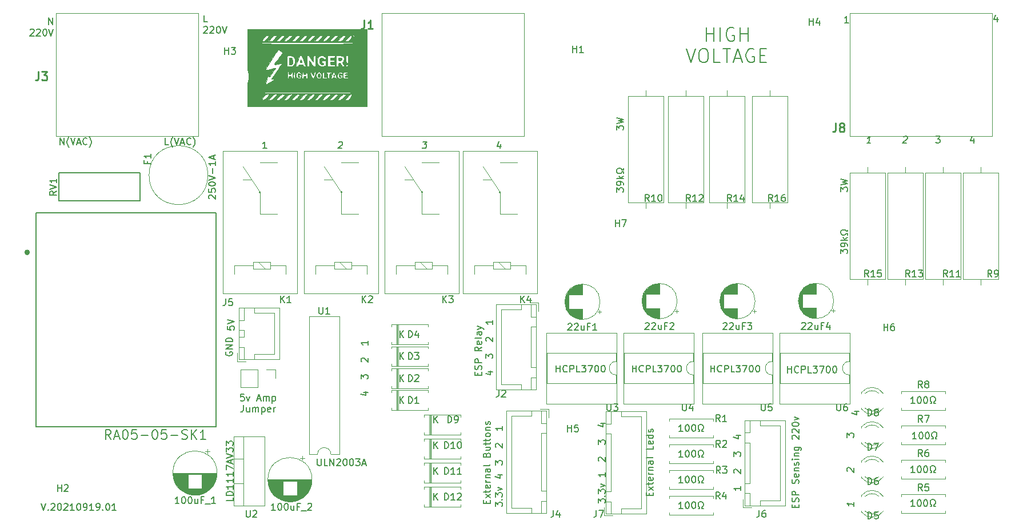
<source format=gto>
G04 #@! TF.GenerationSoftware,KiCad,Pcbnew,(5.1.6)-1*
G04 #@! TF.CreationDate,2021-09-22T13:29:04+02:00*
G04 #@! TF.ProjectId,hamodule,68616d6f-6475-46c6-952e-6b696361645f,rev?*
G04 #@! TF.SameCoordinates,Original*
G04 #@! TF.FileFunction,Legend,Top*
G04 #@! TF.FilePolarity,Positive*
%FSLAX46Y46*%
G04 Gerber Fmt 4.6, Leading zero omitted, Abs format (unit mm)*
G04 Created by KiCad (PCBNEW (5.1.6)-1) date 2021-09-22 13:29:04*
%MOMM*%
%LPD*%
G01*
G04 APERTURE LIST*
%ADD10C,0.150000*%
%ADD11C,0.120000*%
%ADD12C,0.010000*%
%ADD13C,0.100000*%
%ADD14C,0.400000*%
%ADD15C,0.127000*%
%ADD16C,0.254000*%
%ADD17C,1.700000*%
%ADD18R,1.700000X1.700000*%
%ADD19O,1.800000X1.800000*%
%ADD20R,1.800000X1.800000*%
%ADD21C,5.600000*%
%ADD22O,1.900000X1.900000*%
%ADD23R,1.900000X1.900000*%
%ADD24C,1.900000*%
%ADD25C,2.200000*%
%ADD26R,2.400000X2.400000*%
%ADD27C,2.400000*%
%ADD28O,2.500000X2.500000*%
%ADD29C,2.500000*%
%ADD30R,2.500000X1.700000*%
%ADD31O,2.500000X1.700000*%
%ADD32O,2.050000X1.800000*%
%ADD33R,1.700000X2.500000*%
%ADD34O,1.700000X2.500000*%
%ADD35O,2.100000X2.005000*%
%ADD36R,2.100000X2.005000*%
%ADD37O,1.700000X1.700000*%
%ADD38O,2.100000X1.800000*%
%ADD39R,1.750000X1.750000*%
%ADD40C,1.750000*%
%ADD41C,2.100000*%
G04 APERTURE END LIST*
D10*
X54161631Y-68601840D02*
X53685440Y-68601840D01*
X53637821Y-69078031D01*
X53685440Y-69030412D01*
X53780679Y-68982793D01*
X54018774Y-68982793D01*
X54114012Y-69030412D01*
X54161631Y-69078031D01*
X54209250Y-69173269D01*
X54209250Y-69411364D01*
X54161631Y-69506602D01*
X54114012Y-69554221D01*
X54018774Y-69601840D01*
X53780679Y-69601840D01*
X53685440Y-69554221D01*
X53637821Y-69506602D01*
X54542583Y-68935174D02*
X54780679Y-69601840D01*
X55018774Y-68935174D01*
X56114012Y-69316126D02*
X56590202Y-69316126D01*
X56018774Y-69601840D02*
X56352107Y-68601840D01*
X56685440Y-69601840D01*
X57018774Y-69601840D02*
X57018774Y-68935174D01*
X57018774Y-69030412D02*
X57066393Y-68982793D01*
X57161631Y-68935174D01*
X57304488Y-68935174D01*
X57399726Y-68982793D01*
X57447345Y-69078031D01*
X57447345Y-69601840D01*
X57447345Y-69078031D02*
X57494964Y-68982793D01*
X57590202Y-68935174D01*
X57733060Y-68935174D01*
X57828298Y-68982793D01*
X57875917Y-69078031D01*
X57875917Y-69601840D01*
X58352107Y-68935174D02*
X58352107Y-69935174D01*
X58352107Y-68982793D02*
X58447345Y-68935174D01*
X58637821Y-68935174D01*
X58733060Y-68982793D01*
X58780679Y-69030412D01*
X58828298Y-69125650D01*
X58828298Y-69411364D01*
X58780679Y-69506602D01*
X58733060Y-69554221D01*
X58637821Y-69601840D01*
X58447345Y-69601840D01*
X58352107Y-69554221D01*
X54066393Y-70251840D02*
X54066393Y-70966126D01*
X54018774Y-71108983D01*
X53923536Y-71204221D01*
X53780679Y-71251840D01*
X53685440Y-71251840D01*
X54971155Y-70585174D02*
X54971155Y-71251840D01*
X54542583Y-70585174D02*
X54542583Y-71108983D01*
X54590202Y-71204221D01*
X54685440Y-71251840D01*
X54828298Y-71251840D01*
X54923536Y-71204221D01*
X54971155Y-71156602D01*
X55447345Y-71251840D02*
X55447345Y-70585174D01*
X55447345Y-70680412D02*
X55494964Y-70632793D01*
X55590202Y-70585174D01*
X55733060Y-70585174D01*
X55828298Y-70632793D01*
X55875917Y-70728031D01*
X55875917Y-71251840D01*
X55875917Y-70728031D02*
X55923536Y-70632793D01*
X56018774Y-70585174D01*
X56161631Y-70585174D01*
X56256869Y-70632793D01*
X56304488Y-70728031D01*
X56304488Y-71251840D01*
X56780679Y-70585174D02*
X56780679Y-71585174D01*
X56780679Y-70632793D02*
X56875917Y-70585174D01*
X57066393Y-70585174D01*
X57161631Y-70632793D01*
X57209250Y-70680412D01*
X57256869Y-70775650D01*
X57256869Y-71061364D01*
X57209250Y-71156602D01*
X57161631Y-71204221D01*
X57066393Y-71251840D01*
X56875917Y-71251840D01*
X56780679Y-71204221D01*
X58066393Y-71204221D02*
X57971155Y-71251840D01*
X57780679Y-71251840D01*
X57685440Y-71204221D01*
X57637821Y-71108983D01*
X57637821Y-70728031D01*
X57685440Y-70632793D01*
X57780679Y-70585174D01*
X57971155Y-70585174D01*
X58066393Y-70632793D01*
X58114012Y-70728031D01*
X58114012Y-70823269D01*
X57637821Y-70918507D01*
X58542583Y-71251840D02*
X58542583Y-70585174D01*
X58542583Y-70775650D02*
X58590202Y-70680412D01*
X58637821Y-70632793D01*
X58733060Y-70585174D01*
X58828298Y-70585174D01*
X165745136Y-12856554D02*
X165745136Y-13523220D01*
X165507040Y-12475601D02*
X165268945Y-13189887D01*
X165887993Y-13189887D01*
X143727134Y-13652760D02*
X143155705Y-13652760D01*
X143441420Y-13652760D02*
X143441420Y-12652760D01*
X143346181Y-12795618D01*
X143250943Y-12890856D01*
X143155705Y-12938475D01*
X88828571Y-65825238D02*
X88828571Y-65491904D01*
X89352380Y-65349047D02*
X89352380Y-65825238D01*
X88352380Y-65825238D01*
X88352380Y-65349047D01*
X89304761Y-64968095D02*
X89352380Y-64825238D01*
X89352380Y-64587142D01*
X89304761Y-64491904D01*
X89257142Y-64444285D01*
X89161904Y-64396666D01*
X89066666Y-64396666D01*
X88971428Y-64444285D01*
X88923809Y-64491904D01*
X88876190Y-64587142D01*
X88828571Y-64777619D01*
X88780952Y-64872857D01*
X88733333Y-64920476D01*
X88638095Y-64968095D01*
X88542857Y-64968095D01*
X88447619Y-64920476D01*
X88400000Y-64872857D01*
X88352380Y-64777619D01*
X88352380Y-64539523D01*
X88400000Y-64396666D01*
X89352380Y-63968095D02*
X88352380Y-63968095D01*
X88352380Y-63587142D01*
X88400000Y-63491904D01*
X88447619Y-63444285D01*
X88542857Y-63396666D01*
X88685714Y-63396666D01*
X88780952Y-63444285D01*
X88828571Y-63491904D01*
X88876190Y-63587142D01*
X88876190Y-63968095D01*
X89352380Y-61634761D02*
X88876190Y-61968095D01*
X89352380Y-62206190D02*
X88352380Y-62206190D01*
X88352380Y-61825238D01*
X88400000Y-61730000D01*
X88447619Y-61682380D01*
X88542857Y-61634761D01*
X88685714Y-61634761D01*
X88780952Y-61682380D01*
X88828571Y-61730000D01*
X88876190Y-61825238D01*
X88876190Y-62206190D01*
X89304761Y-60825238D02*
X89352380Y-60920476D01*
X89352380Y-61110952D01*
X89304761Y-61206190D01*
X89209523Y-61253809D01*
X88828571Y-61253809D01*
X88733333Y-61206190D01*
X88685714Y-61110952D01*
X88685714Y-60920476D01*
X88733333Y-60825238D01*
X88828571Y-60777619D01*
X88923809Y-60777619D01*
X89019047Y-61253809D01*
X89352380Y-60206190D02*
X89304761Y-60301428D01*
X89209523Y-60349047D01*
X88352380Y-60349047D01*
X89352380Y-59396666D02*
X88828571Y-59396666D01*
X88733333Y-59444285D01*
X88685714Y-59539523D01*
X88685714Y-59730000D01*
X88733333Y-59825238D01*
X89304761Y-59396666D02*
X89352380Y-59491904D01*
X89352380Y-59730000D01*
X89304761Y-59825238D01*
X89209523Y-59872857D01*
X89114285Y-59872857D01*
X89019047Y-59825238D01*
X88971428Y-59730000D01*
X88971428Y-59491904D01*
X88923809Y-59396666D01*
X88685714Y-59015714D02*
X89352380Y-58777619D01*
X88685714Y-58539523D02*
X89352380Y-58777619D01*
X89590476Y-58872857D01*
X89638095Y-58920476D01*
X89685714Y-59015714D01*
X92400380Y-73374285D02*
X92400380Y-73945714D01*
X92400380Y-73660000D02*
X91400380Y-73660000D01*
X91543238Y-73755238D01*
X91638476Y-73850476D01*
X91686095Y-73945714D01*
X91733714Y-80581523D02*
X92400380Y-80581523D01*
X91352761Y-80819619D02*
X92067047Y-81057714D01*
X92067047Y-80438666D01*
X91400380Y-79073333D02*
X91400380Y-78454285D01*
X91781333Y-78787619D01*
X91781333Y-78644761D01*
X91828952Y-78549523D01*
X91876571Y-78501904D01*
X91971809Y-78454285D01*
X92209904Y-78454285D01*
X92305142Y-78501904D01*
X92352761Y-78549523D01*
X92400380Y-78644761D01*
X92400380Y-78930476D01*
X92352761Y-79025714D01*
X92305142Y-79073333D01*
X91400380Y-85248571D02*
X91400380Y-84629523D01*
X91781333Y-84962857D01*
X91781333Y-84820000D01*
X91828952Y-84724761D01*
X91876571Y-84677142D01*
X91971809Y-84629523D01*
X92209904Y-84629523D01*
X92305142Y-84677142D01*
X92352761Y-84724761D01*
X92400380Y-84820000D01*
X92400380Y-85105714D01*
X92352761Y-85200952D01*
X92305142Y-85248571D01*
X92305142Y-84200952D02*
X92352761Y-84153333D01*
X92400380Y-84200952D01*
X92352761Y-84248571D01*
X92305142Y-84200952D01*
X92400380Y-84200952D01*
X91400380Y-83820000D02*
X91400380Y-83200952D01*
X91781333Y-83534285D01*
X91781333Y-83391428D01*
X91828952Y-83296190D01*
X91876571Y-83248571D01*
X91971809Y-83200952D01*
X92209904Y-83200952D01*
X92305142Y-83248571D01*
X92352761Y-83296190D01*
X92400380Y-83391428D01*
X92400380Y-83677142D01*
X92352761Y-83772380D01*
X92305142Y-83820000D01*
X91733714Y-82867619D02*
X92400380Y-82629523D01*
X91733714Y-82391428D01*
X91495619Y-76485714D02*
X91448000Y-76438095D01*
X91400380Y-76342857D01*
X91400380Y-76104761D01*
X91448000Y-76009523D01*
X91495619Y-75961904D01*
X91590857Y-75914285D01*
X91686095Y-75914285D01*
X91828952Y-75961904D01*
X92400380Y-76533333D01*
X92400380Y-75914285D01*
X49017619Y-39690476D02*
X48970000Y-39642857D01*
X48922380Y-39547619D01*
X48922380Y-39309523D01*
X48970000Y-39214285D01*
X49017619Y-39166666D01*
X49112857Y-39119047D01*
X49208095Y-39119047D01*
X49350952Y-39166666D01*
X49922380Y-39738095D01*
X49922380Y-39119047D01*
X48922380Y-38214285D02*
X48922380Y-38690476D01*
X49398571Y-38738095D01*
X49350952Y-38690476D01*
X49303333Y-38595238D01*
X49303333Y-38357142D01*
X49350952Y-38261904D01*
X49398571Y-38214285D01*
X49493809Y-38166666D01*
X49731904Y-38166666D01*
X49827142Y-38214285D01*
X49874761Y-38261904D01*
X49922380Y-38357142D01*
X49922380Y-38595238D01*
X49874761Y-38690476D01*
X49827142Y-38738095D01*
X48922380Y-37547619D02*
X48922380Y-37452380D01*
X48970000Y-37357142D01*
X49017619Y-37309523D01*
X49112857Y-37261904D01*
X49303333Y-37214285D01*
X49541428Y-37214285D01*
X49731904Y-37261904D01*
X49827142Y-37309523D01*
X49874761Y-37357142D01*
X49922380Y-37452380D01*
X49922380Y-37547619D01*
X49874761Y-37642857D01*
X49827142Y-37690476D01*
X49731904Y-37738095D01*
X49541428Y-37785714D01*
X49303333Y-37785714D01*
X49112857Y-37738095D01*
X49017619Y-37690476D01*
X48970000Y-37642857D01*
X48922380Y-37547619D01*
X48922380Y-36928571D02*
X49922380Y-36595238D01*
X48922380Y-36261904D01*
X49541428Y-35928571D02*
X49541428Y-35166666D01*
X49922380Y-34166666D02*
X49922380Y-34738095D01*
X49922380Y-34452380D02*
X48922380Y-34452380D01*
X49065238Y-34547619D01*
X49160476Y-34642857D01*
X49208095Y-34738095D01*
X49636666Y-33785714D02*
X49636666Y-33309523D01*
X49922380Y-33880952D02*
X48922380Y-33547619D01*
X49922380Y-33214285D01*
X52522380Y-83914761D02*
X52522380Y-84390952D01*
X51522380Y-84390952D01*
X52522380Y-83581428D02*
X51522380Y-83581428D01*
X51522380Y-83343333D01*
X51570000Y-83200476D01*
X51665238Y-83105238D01*
X51760476Y-83057619D01*
X51950952Y-83010000D01*
X52093809Y-83010000D01*
X52284285Y-83057619D01*
X52379523Y-83105238D01*
X52474761Y-83200476D01*
X52522380Y-83343333D01*
X52522380Y-83581428D01*
X52522380Y-82057619D02*
X52522380Y-82629047D01*
X52522380Y-82343333D02*
X51522380Y-82343333D01*
X51665238Y-82438571D01*
X51760476Y-82533809D01*
X51808095Y-82629047D01*
X52522380Y-81105238D02*
X52522380Y-81676666D01*
X52522380Y-81390952D02*
X51522380Y-81390952D01*
X51665238Y-81486190D01*
X51760476Y-81581428D01*
X51808095Y-81676666D01*
X52522380Y-80152857D02*
X52522380Y-80724285D01*
X52522380Y-80438571D02*
X51522380Y-80438571D01*
X51665238Y-80533809D01*
X51760476Y-80629047D01*
X51808095Y-80724285D01*
X51522380Y-79819523D02*
X51522380Y-79152857D01*
X52522380Y-79581428D01*
X52236666Y-78819523D02*
X52236666Y-78343333D01*
X52522380Y-78914761D02*
X51522380Y-78581428D01*
X52522380Y-78248095D01*
X51522380Y-78057619D02*
X52522380Y-77724285D01*
X51522380Y-77390952D01*
X51522380Y-77152857D02*
X51522380Y-76533809D01*
X51903333Y-76867142D01*
X51903333Y-76724285D01*
X51950952Y-76629047D01*
X51998571Y-76581428D01*
X52093809Y-76533809D01*
X52331904Y-76533809D01*
X52427142Y-76581428D01*
X52474761Y-76629047D01*
X52522380Y-76724285D01*
X52522380Y-77010000D01*
X52474761Y-77105238D01*
X52427142Y-77152857D01*
X51522380Y-76200476D02*
X51522380Y-75581428D01*
X51903333Y-75914761D01*
X51903333Y-75771904D01*
X51950952Y-75676666D01*
X51998571Y-75629047D01*
X52093809Y-75581428D01*
X52331904Y-75581428D01*
X52427142Y-75629047D01*
X52474761Y-75676666D01*
X52522380Y-75771904D01*
X52522380Y-76057619D01*
X52474761Y-76152857D01*
X52427142Y-76200476D01*
X65032380Y-78192380D02*
X65032380Y-79001904D01*
X65080000Y-79097142D01*
X65127619Y-79144761D01*
X65222857Y-79192380D01*
X65413333Y-79192380D01*
X65508571Y-79144761D01*
X65556190Y-79097142D01*
X65603809Y-79001904D01*
X65603809Y-78192380D01*
X66556190Y-79192380D02*
X66080000Y-79192380D01*
X66080000Y-78192380D01*
X66889523Y-79192380D02*
X66889523Y-78192380D01*
X67460952Y-79192380D01*
X67460952Y-78192380D01*
X67889523Y-78287619D02*
X67937142Y-78240000D01*
X68032380Y-78192380D01*
X68270476Y-78192380D01*
X68365714Y-78240000D01*
X68413333Y-78287619D01*
X68460952Y-78382857D01*
X68460952Y-78478095D01*
X68413333Y-78620952D01*
X67841904Y-79192380D01*
X68460952Y-79192380D01*
X69080000Y-78192380D02*
X69175238Y-78192380D01*
X69270476Y-78240000D01*
X69318095Y-78287619D01*
X69365714Y-78382857D01*
X69413333Y-78573333D01*
X69413333Y-78811428D01*
X69365714Y-79001904D01*
X69318095Y-79097142D01*
X69270476Y-79144761D01*
X69175238Y-79192380D01*
X69080000Y-79192380D01*
X68984761Y-79144761D01*
X68937142Y-79097142D01*
X68889523Y-79001904D01*
X68841904Y-78811428D01*
X68841904Y-78573333D01*
X68889523Y-78382857D01*
X68937142Y-78287619D01*
X68984761Y-78240000D01*
X69080000Y-78192380D01*
X70032380Y-78192380D02*
X70127619Y-78192380D01*
X70222857Y-78240000D01*
X70270476Y-78287619D01*
X70318095Y-78382857D01*
X70365714Y-78573333D01*
X70365714Y-78811428D01*
X70318095Y-79001904D01*
X70270476Y-79097142D01*
X70222857Y-79144761D01*
X70127619Y-79192380D01*
X70032380Y-79192380D01*
X69937142Y-79144761D01*
X69889523Y-79097142D01*
X69841904Y-79001904D01*
X69794285Y-78811428D01*
X69794285Y-78573333D01*
X69841904Y-78382857D01*
X69889523Y-78287619D01*
X69937142Y-78240000D01*
X70032380Y-78192380D01*
X70699047Y-78192380D02*
X71318095Y-78192380D01*
X70984761Y-78573333D01*
X71127619Y-78573333D01*
X71222857Y-78620952D01*
X71270476Y-78668571D01*
X71318095Y-78763809D01*
X71318095Y-79001904D01*
X71270476Y-79097142D01*
X71222857Y-79144761D01*
X71127619Y-79192380D01*
X70841904Y-79192380D01*
X70746666Y-79144761D01*
X70699047Y-79097142D01*
X71699047Y-78906666D02*
X72175238Y-78906666D01*
X71603809Y-79192380D02*
X71937142Y-78192380D01*
X72270476Y-79192380D01*
X142552380Y-47800000D02*
X142552380Y-47180952D01*
X142933333Y-47514285D01*
X142933333Y-47371428D01*
X142980952Y-47276190D01*
X143028571Y-47228571D01*
X143123809Y-47180952D01*
X143361904Y-47180952D01*
X143457142Y-47228571D01*
X143504761Y-47276190D01*
X143552380Y-47371428D01*
X143552380Y-47657142D01*
X143504761Y-47752380D01*
X143457142Y-47800000D01*
X143552380Y-46704761D02*
X143552380Y-46514285D01*
X143504761Y-46419047D01*
X143457142Y-46371428D01*
X143314285Y-46276190D01*
X143123809Y-46228571D01*
X142742857Y-46228571D01*
X142647619Y-46276190D01*
X142600000Y-46323809D01*
X142552380Y-46419047D01*
X142552380Y-46609523D01*
X142600000Y-46704761D01*
X142647619Y-46752380D01*
X142742857Y-46800000D01*
X142980952Y-46800000D01*
X143076190Y-46752380D01*
X143123809Y-46704761D01*
X143171428Y-46609523D01*
X143171428Y-46419047D01*
X143123809Y-46323809D01*
X143076190Y-46276190D01*
X142980952Y-46228571D01*
X143552380Y-45800000D02*
X142552380Y-45800000D01*
X143171428Y-45704761D02*
X143552380Y-45419047D01*
X142885714Y-45419047D02*
X143266666Y-45800000D01*
X143552380Y-45038095D02*
X143552380Y-44800000D01*
X143361904Y-44800000D01*
X143314285Y-44895238D01*
X143219047Y-44990476D01*
X143076190Y-45038095D01*
X142838095Y-45038095D01*
X142695238Y-44990476D01*
X142600000Y-44895238D01*
X142552380Y-44752380D01*
X142552380Y-44561904D01*
X142600000Y-44419047D01*
X142695238Y-44323809D01*
X142838095Y-44276190D01*
X143076190Y-44276190D01*
X143219047Y-44323809D01*
X143314285Y-44419047D01*
X143361904Y-44514285D01*
X143552380Y-44514285D01*
X143552380Y-44276190D01*
X142552380Y-38609523D02*
X142552380Y-37990476D01*
X142933333Y-38323809D01*
X142933333Y-38180952D01*
X142980952Y-38085714D01*
X143028571Y-38038095D01*
X143123809Y-37990476D01*
X143361904Y-37990476D01*
X143457142Y-38038095D01*
X143504761Y-38085714D01*
X143552380Y-38180952D01*
X143552380Y-38466666D01*
X143504761Y-38561904D01*
X143457142Y-38609523D01*
X142552380Y-37657142D02*
X143552380Y-37419047D01*
X142838095Y-37228571D01*
X143552380Y-37038095D01*
X142552380Y-36800000D01*
X109352380Y-38700000D02*
X109352380Y-38080952D01*
X109733333Y-38414285D01*
X109733333Y-38271428D01*
X109780952Y-38176190D01*
X109828571Y-38128571D01*
X109923809Y-38080952D01*
X110161904Y-38080952D01*
X110257142Y-38128571D01*
X110304761Y-38176190D01*
X110352380Y-38271428D01*
X110352380Y-38557142D01*
X110304761Y-38652380D01*
X110257142Y-38700000D01*
X110352380Y-37604761D02*
X110352380Y-37414285D01*
X110304761Y-37319047D01*
X110257142Y-37271428D01*
X110114285Y-37176190D01*
X109923809Y-37128571D01*
X109542857Y-37128571D01*
X109447619Y-37176190D01*
X109400000Y-37223809D01*
X109352380Y-37319047D01*
X109352380Y-37509523D01*
X109400000Y-37604761D01*
X109447619Y-37652380D01*
X109542857Y-37700000D01*
X109780952Y-37700000D01*
X109876190Y-37652380D01*
X109923809Y-37604761D01*
X109971428Y-37509523D01*
X109971428Y-37319047D01*
X109923809Y-37223809D01*
X109876190Y-37176190D01*
X109780952Y-37128571D01*
X110352380Y-36700000D02*
X109352380Y-36700000D01*
X109971428Y-36604761D02*
X110352380Y-36319047D01*
X109685714Y-36319047D02*
X110066666Y-36700000D01*
X110352380Y-35938095D02*
X110352380Y-35700000D01*
X110161904Y-35700000D01*
X110114285Y-35795238D01*
X110019047Y-35890476D01*
X109876190Y-35938095D01*
X109638095Y-35938095D01*
X109495238Y-35890476D01*
X109400000Y-35795238D01*
X109352380Y-35652380D01*
X109352380Y-35461904D01*
X109400000Y-35319047D01*
X109495238Y-35223809D01*
X109638095Y-35176190D01*
X109876190Y-35176190D01*
X110019047Y-35223809D01*
X110114285Y-35319047D01*
X110161904Y-35414285D01*
X110352380Y-35414285D01*
X110352380Y-35176190D01*
X109352380Y-29509523D02*
X109352380Y-28890476D01*
X109733333Y-29223809D01*
X109733333Y-29080952D01*
X109780952Y-28985714D01*
X109828571Y-28938095D01*
X109923809Y-28890476D01*
X110161904Y-28890476D01*
X110257142Y-28938095D01*
X110304761Y-28985714D01*
X110352380Y-29080952D01*
X110352380Y-29366666D01*
X110304761Y-29461904D01*
X110257142Y-29509523D01*
X109352380Y-28557142D02*
X110352380Y-28319047D01*
X109638095Y-28128571D01*
X110352380Y-27938095D01*
X109352380Y-27700000D01*
X134704761Y-65452380D02*
X134704761Y-64452380D01*
X134704761Y-64928571D02*
X135276190Y-64928571D01*
X135276190Y-65452380D02*
X135276190Y-64452380D01*
X136323809Y-65357142D02*
X136276190Y-65404761D01*
X136133333Y-65452380D01*
X136038095Y-65452380D01*
X135895238Y-65404761D01*
X135800000Y-65309523D01*
X135752380Y-65214285D01*
X135704761Y-65023809D01*
X135704761Y-64880952D01*
X135752380Y-64690476D01*
X135800000Y-64595238D01*
X135895238Y-64500000D01*
X136038095Y-64452380D01*
X136133333Y-64452380D01*
X136276190Y-64500000D01*
X136323809Y-64547619D01*
X136752380Y-65452380D02*
X136752380Y-64452380D01*
X137133333Y-64452380D01*
X137228571Y-64500000D01*
X137276190Y-64547619D01*
X137323809Y-64642857D01*
X137323809Y-64785714D01*
X137276190Y-64880952D01*
X137228571Y-64928571D01*
X137133333Y-64976190D01*
X136752380Y-64976190D01*
X138228571Y-65452380D02*
X137752380Y-65452380D01*
X137752380Y-64452380D01*
X138466666Y-64452380D02*
X139085714Y-64452380D01*
X138752380Y-64833333D01*
X138895238Y-64833333D01*
X138990476Y-64880952D01*
X139038095Y-64928571D01*
X139085714Y-65023809D01*
X139085714Y-65261904D01*
X139038095Y-65357142D01*
X138990476Y-65404761D01*
X138895238Y-65452380D01*
X138609523Y-65452380D01*
X138514285Y-65404761D01*
X138466666Y-65357142D01*
X139419047Y-64452380D02*
X140085714Y-64452380D01*
X139657142Y-65452380D01*
X140657142Y-64452380D02*
X140752380Y-64452380D01*
X140847619Y-64500000D01*
X140895238Y-64547619D01*
X140942857Y-64642857D01*
X140990476Y-64833333D01*
X140990476Y-65071428D01*
X140942857Y-65261904D01*
X140895238Y-65357142D01*
X140847619Y-65404761D01*
X140752380Y-65452380D01*
X140657142Y-65452380D01*
X140561904Y-65404761D01*
X140514285Y-65357142D01*
X140466666Y-65261904D01*
X140419047Y-65071428D01*
X140419047Y-64833333D01*
X140466666Y-64642857D01*
X140514285Y-64547619D01*
X140561904Y-64500000D01*
X140657142Y-64452380D01*
X141609523Y-64452380D02*
X141704761Y-64452380D01*
X141800000Y-64500000D01*
X141847619Y-64547619D01*
X141895238Y-64642857D01*
X141942857Y-64833333D01*
X141942857Y-65071428D01*
X141895238Y-65261904D01*
X141847619Y-65357142D01*
X141800000Y-65404761D01*
X141704761Y-65452380D01*
X141609523Y-65452380D01*
X141514285Y-65404761D01*
X141466666Y-65357142D01*
X141419047Y-65261904D01*
X141371428Y-65071428D01*
X141371428Y-64833333D01*
X141419047Y-64642857D01*
X141466666Y-64547619D01*
X141514285Y-64500000D01*
X141609523Y-64452380D01*
X123304761Y-65352380D02*
X123304761Y-64352380D01*
X123304761Y-64828571D02*
X123876190Y-64828571D01*
X123876190Y-65352380D02*
X123876190Y-64352380D01*
X124923809Y-65257142D02*
X124876190Y-65304761D01*
X124733333Y-65352380D01*
X124638095Y-65352380D01*
X124495238Y-65304761D01*
X124400000Y-65209523D01*
X124352380Y-65114285D01*
X124304761Y-64923809D01*
X124304761Y-64780952D01*
X124352380Y-64590476D01*
X124400000Y-64495238D01*
X124495238Y-64400000D01*
X124638095Y-64352380D01*
X124733333Y-64352380D01*
X124876190Y-64400000D01*
X124923809Y-64447619D01*
X125352380Y-65352380D02*
X125352380Y-64352380D01*
X125733333Y-64352380D01*
X125828571Y-64400000D01*
X125876190Y-64447619D01*
X125923809Y-64542857D01*
X125923809Y-64685714D01*
X125876190Y-64780952D01*
X125828571Y-64828571D01*
X125733333Y-64876190D01*
X125352380Y-64876190D01*
X126828571Y-65352380D02*
X126352380Y-65352380D01*
X126352380Y-64352380D01*
X127066666Y-64352380D02*
X127685714Y-64352380D01*
X127352380Y-64733333D01*
X127495238Y-64733333D01*
X127590476Y-64780952D01*
X127638095Y-64828571D01*
X127685714Y-64923809D01*
X127685714Y-65161904D01*
X127638095Y-65257142D01*
X127590476Y-65304761D01*
X127495238Y-65352380D01*
X127209523Y-65352380D01*
X127114285Y-65304761D01*
X127066666Y-65257142D01*
X128019047Y-64352380D02*
X128685714Y-64352380D01*
X128257142Y-65352380D01*
X129257142Y-64352380D02*
X129352380Y-64352380D01*
X129447619Y-64400000D01*
X129495238Y-64447619D01*
X129542857Y-64542857D01*
X129590476Y-64733333D01*
X129590476Y-64971428D01*
X129542857Y-65161904D01*
X129495238Y-65257142D01*
X129447619Y-65304761D01*
X129352380Y-65352380D01*
X129257142Y-65352380D01*
X129161904Y-65304761D01*
X129114285Y-65257142D01*
X129066666Y-65161904D01*
X129019047Y-64971428D01*
X129019047Y-64733333D01*
X129066666Y-64542857D01*
X129114285Y-64447619D01*
X129161904Y-64400000D01*
X129257142Y-64352380D01*
X130209523Y-64352380D02*
X130304761Y-64352380D01*
X130400000Y-64400000D01*
X130447619Y-64447619D01*
X130495238Y-64542857D01*
X130542857Y-64733333D01*
X130542857Y-64971428D01*
X130495238Y-65161904D01*
X130447619Y-65257142D01*
X130400000Y-65304761D01*
X130304761Y-65352380D01*
X130209523Y-65352380D01*
X130114285Y-65304761D01*
X130066666Y-65257142D01*
X130019047Y-65161904D01*
X129971428Y-64971428D01*
X129971428Y-64733333D01*
X130019047Y-64542857D01*
X130066666Y-64447619D01*
X130114285Y-64400000D01*
X130209523Y-64352380D01*
X111704761Y-65352380D02*
X111704761Y-64352380D01*
X111704761Y-64828571D02*
X112276190Y-64828571D01*
X112276190Y-65352380D02*
X112276190Y-64352380D01*
X113323809Y-65257142D02*
X113276190Y-65304761D01*
X113133333Y-65352380D01*
X113038095Y-65352380D01*
X112895238Y-65304761D01*
X112800000Y-65209523D01*
X112752380Y-65114285D01*
X112704761Y-64923809D01*
X112704761Y-64780952D01*
X112752380Y-64590476D01*
X112800000Y-64495238D01*
X112895238Y-64400000D01*
X113038095Y-64352380D01*
X113133333Y-64352380D01*
X113276190Y-64400000D01*
X113323809Y-64447619D01*
X113752380Y-65352380D02*
X113752380Y-64352380D01*
X114133333Y-64352380D01*
X114228571Y-64400000D01*
X114276190Y-64447619D01*
X114323809Y-64542857D01*
X114323809Y-64685714D01*
X114276190Y-64780952D01*
X114228571Y-64828571D01*
X114133333Y-64876190D01*
X113752380Y-64876190D01*
X115228571Y-65352380D02*
X114752380Y-65352380D01*
X114752380Y-64352380D01*
X115466666Y-64352380D02*
X116085714Y-64352380D01*
X115752380Y-64733333D01*
X115895238Y-64733333D01*
X115990476Y-64780952D01*
X116038095Y-64828571D01*
X116085714Y-64923809D01*
X116085714Y-65161904D01*
X116038095Y-65257142D01*
X115990476Y-65304761D01*
X115895238Y-65352380D01*
X115609523Y-65352380D01*
X115514285Y-65304761D01*
X115466666Y-65257142D01*
X116419047Y-64352380D02*
X117085714Y-64352380D01*
X116657142Y-65352380D01*
X117657142Y-64352380D02*
X117752380Y-64352380D01*
X117847619Y-64400000D01*
X117895238Y-64447619D01*
X117942857Y-64542857D01*
X117990476Y-64733333D01*
X117990476Y-64971428D01*
X117942857Y-65161904D01*
X117895238Y-65257142D01*
X117847619Y-65304761D01*
X117752380Y-65352380D01*
X117657142Y-65352380D01*
X117561904Y-65304761D01*
X117514285Y-65257142D01*
X117466666Y-65161904D01*
X117419047Y-64971428D01*
X117419047Y-64733333D01*
X117466666Y-64542857D01*
X117514285Y-64447619D01*
X117561904Y-64400000D01*
X117657142Y-64352380D01*
X118609523Y-64352380D02*
X118704761Y-64352380D01*
X118800000Y-64400000D01*
X118847619Y-64447619D01*
X118895238Y-64542857D01*
X118942857Y-64733333D01*
X118942857Y-64971428D01*
X118895238Y-65161904D01*
X118847619Y-65257142D01*
X118800000Y-65304761D01*
X118704761Y-65352380D01*
X118609523Y-65352380D01*
X118514285Y-65304761D01*
X118466666Y-65257142D01*
X118419047Y-65161904D01*
X118371428Y-64971428D01*
X118371428Y-64733333D01*
X118419047Y-64542857D01*
X118466666Y-64447619D01*
X118514285Y-64400000D01*
X118609523Y-64352380D01*
X100404761Y-65352380D02*
X100404761Y-64352380D01*
X100404761Y-64828571D02*
X100976190Y-64828571D01*
X100976190Y-65352380D02*
X100976190Y-64352380D01*
X102023809Y-65257142D02*
X101976190Y-65304761D01*
X101833333Y-65352380D01*
X101738095Y-65352380D01*
X101595238Y-65304761D01*
X101500000Y-65209523D01*
X101452380Y-65114285D01*
X101404761Y-64923809D01*
X101404761Y-64780952D01*
X101452380Y-64590476D01*
X101500000Y-64495238D01*
X101595238Y-64400000D01*
X101738095Y-64352380D01*
X101833333Y-64352380D01*
X101976190Y-64400000D01*
X102023809Y-64447619D01*
X102452380Y-65352380D02*
X102452380Y-64352380D01*
X102833333Y-64352380D01*
X102928571Y-64400000D01*
X102976190Y-64447619D01*
X103023809Y-64542857D01*
X103023809Y-64685714D01*
X102976190Y-64780952D01*
X102928571Y-64828571D01*
X102833333Y-64876190D01*
X102452380Y-64876190D01*
X103928571Y-65352380D02*
X103452380Y-65352380D01*
X103452380Y-64352380D01*
X104166666Y-64352380D02*
X104785714Y-64352380D01*
X104452380Y-64733333D01*
X104595238Y-64733333D01*
X104690476Y-64780952D01*
X104738095Y-64828571D01*
X104785714Y-64923809D01*
X104785714Y-65161904D01*
X104738095Y-65257142D01*
X104690476Y-65304761D01*
X104595238Y-65352380D01*
X104309523Y-65352380D01*
X104214285Y-65304761D01*
X104166666Y-65257142D01*
X105119047Y-64352380D02*
X105785714Y-64352380D01*
X105357142Y-65352380D01*
X106357142Y-64352380D02*
X106452380Y-64352380D01*
X106547619Y-64400000D01*
X106595238Y-64447619D01*
X106642857Y-64542857D01*
X106690476Y-64733333D01*
X106690476Y-64971428D01*
X106642857Y-65161904D01*
X106595238Y-65257142D01*
X106547619Y-65304761D01*
X106452380Y-65352380D01*
X106357142Y-65352380D01*
X106261904Y-65304761D01*
X106214285Y-65257142D01*
X106166666Y-65161904D01*
X106119047Y-64971428D01*
X106119047Y-64733333D01*
X106166666Y-64542857D01*
X106214285Y-64447619D01*
X106261904Y-64400000D01*
X106357142Y-64352380D01*
X107309523Y-64352380D02*
X107404761Y-64352380D01*
X107500000Y-64400000D01*
X107547619Y-64447619D01*
X107595238Y-64542857D01*
X107642857Y-64733333D01*
X107642857Y-64971428D01*
X107595238Y-65161904D01*
X107547619Y-65257142D01*
X107500000Y-65304761D01*
X107404761Y-65352380D01*
X107309523Y-65352380D01*
X107214285Y-65304761D01*
X107166666Y-65257142D01*
X107119047Y-65161904D01*
X107071428Y-64971428D01*
X107071428Y-64733333D01*
X107119047Y-64542857D01*
X107166666Y-64447619D01*
X107214285Y-64400000D01*
X107309523Y-64352380D01*
X48711785Y-13527380D02*
X48235595Y-13527380D01*
X48235595Y-12527380D01*
X48187976Y-14272619D02*
X48235595Y-14225000D01*
X48330833Y-14177380D01*
X48568928Y-14177380D01*
X48664166Y-14225000D01*
X48711785Y-14272619D01*
X48759404Y-14367857D01*
X48759404Y-14463095D01*
X48711785Y-14605952D01*
X48140357Y-15177380D01*
X48759404Y-15177380D01*
X49140357Y-14272619D02*
X49187976Y-14225000D01*
X49283214Y-14177380D01*
X49521309Y-14177380D01*
X49616547Y-14225000D01*
X49664166Y-14272619D01*
X49711785Y-14367857D01*
X49711785Y-14463095D01*
X49664166Y-14605952D01*
X49092738Y-15177380D01*
X49711785Y-15177380D01*
X50330833Y-14177380D02*
X50426071Y-14177380D01*
X50521309Y-14225000D01*
X50568928Y-14272619D01*
X50616547Y-14367857D01*
X50664166Y-14558333D01*
X50664166Y-14796428D01*
X50616547Y-14986904D01*
X50568928Y-15082142D01*
X50521309Y-15129761D01*
X50426071Y-15177380D01*
X50330833Y-15177380D01*
X50235595Y-15129761D01*
X50187976Y-15082142D01*
X50140357Y-14986904D01*
X50092738Y-14796428D01*
X50092738Y-14558333D01*
X50140357Y-14367857D01*
X50187976Y-14272619D01*
X50235595Y-14225000D01*
X50330833Y-14177380D01*
X50949880Y-14177380D02*
X51283214Y-15177380D01*
X51616547Y-14177380D01*
X25192976Y-13927380D02*
X25192976Y-12927380D01*
X25764404Y-13927380D01*
X25764404Y-12927380D01*
X22478690Y-14672619D02*
X22526309Y-14625000D01*
X22621547Y-14577380D01*
X22859642Y-14577380D01*
X22954880Y-14625000D01*
X23002500Y-14672619D01*
X23050119Y-14767857D01*
X23050119Y-14863095D01*
X23002500Y-15005952D01*
X22431071Y-15577380D01*
X23050119Y-15577380D01*
X23431071Y-14672619D02*
X23478690Y-14625000D01*
X23573928Y-14577380D01*
X23812023Y-14577380D01*
X23907261Y-14625000D01*
X23954880Y-14672619D01*
X24002500Y-14767857D01*
X24002500Y-14863095D01*
X23954880Y-15005952D01*
X23383452Y-15577380D01*
X24002500Y-15577380D01*
X24621547Y-14577380D02*
X24716785Y-14577380D01*
X24812023Y-14625000D01*
X24859642Y-14672619D01*
X24907261Y-14767857D01*
X24954880Y-14958333D01*
X24954880Y-15196428D01*
X24907261Y-15386904D01*
X24859642Y-15482142D01*
X24812023Y-15529761D01*
X24716785Y-15577380D01*
X24621547Y-15577380D01*
X24526309Y-15529761D01*
X24478690Y-15482142D01*
X24431071Y-15386904D01*
X24383452Y-15196428D01*
X24383452Y-14958333D01*
X24431071Y-14767857D01*
X24478690Y-14672619D01*
X24526309Y-14625000D01*
X24621547Y-14577380D01*
X25240595Y-14577380D02*
X25573928Y-15577380D01*
X25907261Y-14577380D01*
X127706380Y-82264285D02*
X127706380Y-82835714D01*
X127706380Y-82550000D02*
X126706380Y-82550000D01*
X126849238Y-82645238D01*
X126944476Y-82740476D01*
X126992095Y-82835714D01*
X127039714Y-74739523D02*
X127706380Y-74739523D01*
X126658761Y-74977619D02*
X127373047Y-75215714D01*
X127373047Y-74596666D01*
X126706380Y-77803333D02*
X126706380Y-77184285D01*
X127087333Y-77517619D01*
X127087333Y-77374761D01*
X127134952Y-77279523D01*
X127182571Y-77231904D01*
X127277809Y-77184285D01*
X127515904Y-77184285D01*
X127611142Y-77231904D01*
X127658761Y-77279523D01*
X127706380Y-77374761D01*
X127706380Y-77660476D01*
X127658761Y-77755714D01*
X127611142Y-77803333D01*
X126801619Y-80295714D02*
X126754000Y-80248095D01*
X126706380Y-80152857D01*
X126706380Y-79914761D01*
X126754000Y-79819523D01*
X126801619Y-79771904D01*
X126896857Y-79724285D01*
X126992095Y-79724285D01*
X127134952Y-79771904D01*
X127706380Y-80343333D01*
X127706380Y-79724285D01*
X135818571Y-85406666D02*
X135818571Y-85073333D01*
X136342380Y-84930476D02*
X136342380Y-85406666D01*
X135342380Y-85406666D01*
X135342380Y-84930476D01*
X136294761Y-84549523D02*
X136342380Y-84406666D01*
X136342380Y-84168571D01*
X136294761Y-84073333D01*
X136247142Y-84025714D01*
X136151904Y-83978095D01*
X136056666Y-83978095D01*
X135961428Y-84025714D01*
X135913809Y-84073333D01*
X135866190Y-84168571D01*
X135818571Y-84359047D01*
X135770952Y-84454285D01*
X135723333Y-84501904D01*
X135628095Y-84549523D01*
X135532857Y-84549523D01*
X135437619Y-84501904D01*
X135390000Y-84454285D01*
X135342380Y-84359047D01*
X135342380Y-84120952D01*
X135390000Y-83978095D01*
X136342380Y-83549523D02*
X135342380Y-83549523D01*
X135342380Y-83168571D01*
X135390000Y-83073333D01*
X135437619Y-83025714D01*
X135532857Y-82978095D01*
X135675714Y-82978095D01*
X135770952Y-83025714D01*
X135818571Y-83073333D01*
X135866190Y-83168571D01*
X135866190Y-83549523D01*
X136294761Y-81835238D02*
X136342380Y-81692380D01*
X136342380Y-81454285D01*
X136294761Y-81359047D01*
X136247142Y-81311428D01*
X136151904Y-81263809D01*
X136056666Y-81263809D01*
X135961428Y-81311428D01*
X135913809Y-81359047D01*
X135866190Y-81454285D01*
X135818571Y-81644761D01*
X135770952Y-81740000D01*
X135723333Y-81787619D01*
X135628095Y-81835238D01*
X135532857Y-81835238D01*
X135437619Y-81787619D01*
X135390000Y-81740000D01*
X135342380Y-81644761D01*
X135342380Y-81406666D01*
X135390000Y-81263809D01*
X136294761Y-80454285D02*
X136342380Y-80549523D01*
X136342380Y-80740000D01*
X136294761Y-80835238D01*
X136199523Y-80882857D01*
X135818571Y-80882857D01*
X135723333Y-80835238D01*
X135675714Y-80740000D01*
X135675714Y-80549523D01*
X135723333Y-80454285D01*
X135818571Y-80406666D01*
X135913809Y-80406666D01*
X136009047Y-80882857D01*
X135675714Y-79978095D02*
X136342380Y-79978095D01*
X135770952Y-79978095D02*
X135723333Y-79930476D01*
X135675714Y-79835238D01*
X135675714Y-79692380D01*
X135723333Y-79597142D01*
X135818571Y-79549523D01*
X136342380Y-79549523D01*
X136294761Y-79120952D02*
X136342380Y-79025714D01*
X136342380Y-78835238D01*
X136294761Y-78740000D01*
X136199523Y-78692380D01*
X136151904Y-78692380D01*
X136056666Y-78740000D01*
X136009047Y-78835238D01*
X136009047Y-78978095D01*
X135961428Y-79073333D01*
X135866190Y-79120952D01*
X135818571Y-79120952D01*
X135723333Y-79073333D01*
X135675714Y-78978095D01*
X135675714Y-78835238D01*
X135723333Y-78740000D01*
X136342380Y-78263809D02*
X135675714Y-78263809D01*
X135342380Y-78263809D02*
X135390000Y-78311428D01*
X135437619Y-78263809D01*
X135390000Y-78216190D01*
X135342380Y-78263809D01*
X135437619Y-78263809D01*
X135675714Y-77787619D02*
X136342380Y-77787619D01*
X135770952Y-77787619D02*
X135723333Y-77740000D01*
X135675714Y-77644761D01*
X135675714Y-77501904D01*
X135723333Y-77406666D01*
X135818571Y-77359047D01*
X136342380Y-77359047D01*
X135675714Y-76454285D02*
X136485238Y-76454285D01*
X136580476Y-76501904D01*
X136628095Y-76549523D01*
X136675714Y-76644761D01*
X136675714Y-76787619D01*
X136628095Y-76882857D01*
X136294761Y-76454285D02*
X136342380Y-76549523D01*
X136342380Y-76740000D01*
X136294761Y-76835238D01*
X136247142Y-76882857D01*
X136151904Y-76930476D01*
X135866190Y-76930476D01*
X135770952Y-76882857D01*
X135723333Y-76835238D01*
X135675714Y-76740000D01*
X135675714Y-76549523D01*
X135723333Y-76454285D01*
X135437619Y-75263809D02*
X135390000Y-75216190D01*
X135342380Y-75120952D01*
X135342380Y-74882857D01*
X135390000Y-74787619D01*
X135437619Y-74740000D01*
X135532857Y-74692380D01*
X135628095Y-74692380D01*
X135770952Y-74740000D01*
X136342380Y-75311428D01*
X136342380Y-74692380D01*
X135437619Y-74311428D02*
X135390000Y-74263809D01*
X135342380Y-74168571D01*
X135342380Y-73930476D01*
X135390000Y-73835238D01*
X135437619Y-73787619D01*
X135532857Y-73740000D01*
X135628095Y-73740000D01*
X135770952Y-73787619D01*
X136342380Y-74359047D01*
X136342380Y-73740000D01*
X135342380Y-73120952D02*
X135342380Y-73025714D01*
X135390000Y-72930476D01*
X135437619Y-72882857D01*
X135532857Y-72835238D01*
X135723333Y-72787619D01*
X135961428Y-72787619D01*
X136151904Y-72835238D01*
X136247142Y-72882857D01*
X136294761Y-72930476D01*
X136342380Y-73025714D01*
X136342380Y-73120952D01*
X136294761Y-73216190D01*
X136247142Y-73263809D01*
X136151904Y-73311428D01*
X135961428Y-73359047D01*
X135723333Y-73359047D01*
X135532857Y-73311428D01*
X135437619Y-73263809D01*
X135390000Y-73216190D01*
X135342380Y-73120952D01*
X135675714Y-72454285D02*
X136342380Y-72216190D01*
X135675714Y-71978095D01*
X153521904Y-85232380D02*
X152950476Y-85232380D01*
X153236190Y-85232380D02*
X153236190Y-84232380D01*
X153140952Y-84375238D01*
X153045714Y-84470476D01*
X152950476Y-84518095D01*
X154140952Y-84232380D02*
X154236190Y-84232380D01*
X154331428Y-84280000D01*
X154379047Y-84327619D01*
X154426666Y-84422857D01*
X154474285Y-84613333D01*
X154474285Y-84851428D01*
X154426666Y-85041904D01*
X154379047Y-85137142D01*
X154331428Y-85184761D01*
X154236190Y-85232380D01*
X154140952Y-85232380D01*
X154045714Y-85184761D01*
X153998095Y-85137142D01*
X153950476Y-85041904D01*
X153902857Y-84851428D01*
X153902857Y-84613333D01*
X153950476Y-84422857D01*
X153998095Y-84327619D01*
X154045714Y-84280000D01*
X154140952Y-84232380D01*
X155093333Y-84232380D02*
X155188571Y-84232380D01*
X155283809Y-84280000D01*
X155331428Y-84327619D01*
X155379047Y-84422857D01*
X155426666Y-84613333D01*
X155426666Y-84851428D01*
X155379047Y-85041904D01*
X155331428Y-85137142D01*
X155283809Y-85184761D01*
X155188571Y-85232380D01*
X155093333Y-85232380D01*
X154998095Y-85184761D01*
X154950476Y-85137142D01*
X154902857Y-85041904D01*
X154855238Y-84851428D01*
X154855238Y-84613333D01*
X154902857Y-84422857D01*
X154950476Y-84327619D01*
X154998095Y-84280000D01*
X155093333Y-84232380D01*
X155807619Y-85232380D02*
X156045714Y-85232380D01*
X156045714Y-85041904D01*
X155950476Y-84994285D01*
X155855238Y-84899047D01*
X155807619Y-84756190D01*
X155807619Y-84518095D01*
X155855238Y-84375238D01*
X155950476Y-84280000D01*
X156093333Y-84232380D01*
X156283809Y-84232380D01*
X156426666Y-84280000D01*
X156521904Y-84375238D01*
X156569523Y-84518095D01*
X156569523Y-84756190D01*
X156521904Y-84899047D01*
X156426666Y-84994285D01*
X156331428Y-85041904D01*
X156331428Y-85232380D01*
X156569523Y-85232380D01*
X153521904Y-80232380D02*
X152950476Y-80232380D01*
X153236190Y-80232380D02*
X153236190Y-79232380D01*
X153140952Y-79375238D01*
X153045714Y-79470476D01*
X152950476Y-79518095D01*
X154140952Y-79232380D02*
X154236190Y-79232380D01*
X154331428Y-79280000D01*
X154379047Y-79327619D01*
X154426666Y-79422857D01*
X154474285Y-79613333D01*
X154474285Y-79851428D01*
X154426666Y-80041904D01*
X154379047Y-80137142D01*
X154331428Y-80184761D01*
X154236190Y-80232380D01*
X154140952Y-80232380D01*
X154045714Y-80184761D01*
X153998095Y-80137142D01*
X153950476Y-80041904D01*
X153902857Y-79851428D01*
X153902857Y-79613333D01*
X153950476Y-79422857D01*
X153998095Y-79327619D01*
X154045714Y-79280000D01*
X154140952Y-79232380D01*
X155093333Y-79232380D02*
X155188571Y-79232380D01*
X155283809Y-79280000D01*
X155331428Y-79327619D01*
X155379047Y-79422857D01*
X155426666Y-79613333D01*
X155426666Y-79851428D01*
X155379047Y-80041904D01*
X155331428Y-80137142D01*
X155283809Y-80184761D01*
X155188571Y-80232380D01*
X155093333Y-80232380D01*
X154998095Y-80184761D01*
X154950476Y-80137142D01*
X154902857Y-80041904D01*
X154855238Y-79851428D01*
X154855238Y-79613333D01*
X154902857Y-79422857D01*
X154950476Y-79327619D01*
X154998095Y-79280000D01*
X155093333Y-79232380D01*
X155807619Y-80232380D02*
X156045714Y-80232380D01*
X156045714Y-80041904D01*
X155950476Y-79994285D01*
X155855238Y-79899047D01*
X155807619Y-79756190D01*
X155807619Y-79518095D01*
X155855238Y-79375238D01*
X155950476Y-79280000D01*
X156093333Y-79232380D01*
X156283809Y-79232380D01*
X156426666Y-79280000D01*
X156521904Y-79375238D01*
X156569523Y-79518095D01*
X156569523Y-79756190D01*
X156521904Y-79899047D01*
X156426666Y-79994285D01*
X156331428Y-80041904D01*
X156331428Y-80232380D01*
X156569523Y-80232380D01*
X153771904Y-75232380D02*
X153200476Y-75232380D01*
X153486190Y-75232380D02*
X153486190Y-74232380D01*
X153390952Y-74375238D01*
X153295714Y-74470476D01*
X153200476Y-74518095D01*
X154390952Y-74232380D02*
X154486190Y-74232380D01*
X154581428Y-74280000D01*
X154629047Y-74327619D01*
X154676666Y-74422857D01*
X154724285Y-74613333D01*
X154724285Y-74851428D01*
X154676666Y-75041904D01*
X154629047Y-75137142D01*
X154581428Y-75184761D01*
X154486190Y-75232380D01*
X154390952Y-75232380D01*
X154295714Y-75184761D01*
X154248095Y-75137142D01*
X154200476Y-75041904D01*
X154152857Y-74851428D01*
X154152857Y-74613333D01*
X154200476Y-74422857D01*
X154248095Y-74327619D01*
X154295714Y-74280000D01*
X154390952Y-74232380D01*
X155343333Y-74232380D02*
X155438571Y-74232380D01*
X155533809Y-74280000D01*
X155581428Y-74327619D01*
X155629047Y-74422857D01*
X155676666Y-74613333D01*
X155676666Y-74851428D01*
X155629047Y-75041904D01*
X155581428Y-75137142D01*
X155533809Y-75184761D01*
X155438571Y-75232380D01*
X155343333Y-75232380D01*
X155248095Y-75184761D01*
X155200476Y-75137142D01*
X155152857Y-75041904D01*
X155105238Y-74851428D01*
X155105238Y-74613333D01*
X155152857Y-74422857D01*
X155200476Y-74327619D01*
X155248095Y-74280000D01*
X155343333Y-74232380D01*
X156057619Y-75232380D02*
X156295714Y-75232380D01*
X156295714Y-75041904D01*
X156200476Y-74994285D01*
X156105238Y-74899047D01*
X156057619Y-74756190D01*
X156057619Y-74518095D01*
X156105238Y-74375238D01*
X156200476Y-74280000D01*
X156343333Y-74232380D01*
X156533809Y-74232380D01*
X156676666Y-74280000D01*
X156771904Y-74375238D01*
X156819523Y-74518095D01*
X156819523Y-74756190D01*
X156771904Y-74899047D01*
X156676666Y-74994285D01*
X156581428Y-75041904D01*
X156581428Y-75232380D01*
X156819523Y-75232380D01*
X153521904Y-69982380D02*
X152950476Y-69982380D01*
X153236190Y-69982380D02*
X153236190Y-68982380D01*
X153140952Y-69125238D01*
X153045714Y-69220476D01*
X152950476Y-69268095D01*
X154140952Y-68982380D02*
X154236190Y-68982380D01*
X154331428Y-69030000D01*
X154379047Y-69077619D01*
X154426666Y-69172857D01*
X154474285Y-69363333D01*
X154474285Y-69601428D01*
X154426666Y-69791904D01*
X154379047Y-69887142D01*
X154331428Y-69934761D01*
X154236190Y-69982380D01*
X154140952Y-69982380D01*
X154045714Y-69934761D01*
X153998095Y-69887142D01*
X153950476Y-69791904D01*
X153902857Y-69601428D01*
X153902857Y-69363333D01*
X153950476Y-69172857D01*
X153998095Y-69077619D01*
X154045714Y-69030000D01*
X154140952Y-68982380D01*
X155093333Y-68982380D02*
X155188571Y-68982380D01*
X155283809Y-69030000D01*
X155331428Y-69077619D01*
X155379047Y-69172857D01*
X155426666Y-69363333D01*
X155426666Y-69601428D01*
X155379047Y-69791904D01*
X155331428Y-69887142D01*
X155283809Y-69934761D01*
X155188571Y-69982380D01*
X155093333Y-69982380D01*
X154998095Y-69934761D01*
X154950476Y-69887142D01*
X154902857Y-69791904D01*
X154855238Y-69601428D01*
X154855238Y-69363333D01*
X154902857Y-69172857D01*
X154950476Y-69077619D01*
X154998095Y-69030000D01*
X155093333Y-68982380D01*
X155807619Y-69982380D02*
X156045714Y-69982380D01*
X156045714Y-69791904D01*
X155950476Y-69744285D01*
X155855238Y-69649047D01*
X155807619Y-69506190D01*
X155807619Y-69268095D01*
X155855238Y-69125238D01*
X155950476Y-69030000D01*
X156093333Y-68982380D01*
X156283809Y-68982380D01*
X156426666Y-69030000D01*
X156521904Y-69125238D01*
X156569523Y-69268095D01*
X156569523Y-69506190D01*
X156521904Y-69649047D01*
X156426666Y-69744285D01*
X156331428Y-69791904D01*
X156331428Y-69982380D01*
X156569523Y-69982380D01*
X51491260Y-62372144D02*
X51443640Y-62467382D01*
X51443640Y-62610240D01*
X51491260Y-62753097D01*
X51586498Y-62848335D01*
X51681736Y-62895954D01*
X51872212Y-62943573D01*
X52015069Y-62943573D01*
X52205545Y-62895954D01*
X52300783Y-62848335D01*
X52396021Y-62753097D01*
X52443640Y-62610240D01*
X52443640Y-62515001D01*
X52396021Y-62372144D01*
X52348402Y-62324525D01*
X52015069Y-62324525D01*
X52015069Y-62515001D01*
X52443640Y-61895954D02*
X51443640Y-61895954D01*
X52443640Y-61324525D01*
X51443640Y-61324525D01*
X52443640Y-60848335D02*
X51443640Y-60848335D01*
X51443640Y-60610240D01*
X51491260Y-60467382D01*
X51586498Y-60372144D01*
X51681736Y-60324525D01*
X51872212Y-60276906D01*
X52015069Y-60276906D01*
X52205545Y-60324525D01*
X52300783Y-60372144D01*
X52396021Y-60467382D01*
X52443640Y-60610240D01*
X52443640Y-60848335D01*
X51697640Y-58564756D02*
X51697640Y-59040946D01*
X52173831Y-59088565D01*
X52126212Y-59040946D01*
X52078593Y-58945708D01*
X52078593Y-58707613D01*
X52126212Y-58612375D01*
X52173831Y-58564756D01*
X52269069Y-58517137D01*
X52507164Y-58517137D01*
X52602402Y-58564756D01*
X52650021Y-58612375D01*
X52697640Y-58707613D01*
X52697640Y-58945708D01*
X52650021Y-59040946D01*
X52602402Y-59088565D01*
X51697640Y-58231422D02*
X52697640Y-57898089D01*
X51697640Y-57564756D01*
X92147824Y-31579714D02*
X92064491Y-32246380D01*
X91957348Y-31198761D02*
X91629967Y-31913047D01*
X92249014Y-31913047D01*
X80665681Y-31246380D02*
X81284729Y-31246380D01*
X80903776Y-31627333D01*
X81046633Y-31627333D01*
X81135919Y-31674952D01*
X81177586Y-31722571D01*
X81213300Y-31817809D01*
X81183538Y-32055904D01*
X81124014Y-32151142D01*
X81070443Y-32198761D01*
X80969252Y-32246380D01*
X80683538Y-32246380D01*
X80594252Y-32198761D01*
X80552586Y-32151142D01*
X68201395Y-31341619D02*
X68254967Y-31294000D01*
X68356157Y-31246380D01*
X68594252Y-31246380D01*
X68683538Y-31294000D01*
X68725205Y-31341619D01*
X68760919Y-31436857D01*
X68749014Y-31532095D01*
X68683538Y-31674952D01*
X68040681Y-32246380D01*
X68659729Y-32246380D01*
X57509714Y-32246380D02*
X56938285Y-32246380D01*
X57224000Y-32246380D02*
X57224000Y-31246380D01*
X57128761Y-31389238D01*
X57033523Y-31484476D01*
X56938285Y-31532095D01*
X72496380Y-60740285D02*
X72496380Y-61311714D01*
X72496380Y-61026000D02*
X71496380Y-61026000D01*
X71639238Y-61121238D01*
X71734476Y-61216476D01*
X71782095Y-61311714D01*
X71591619Y-63811714D02*
X71544000Y-63764095D01*
X71496380Y-63668857D01*
X71496380Y-63430761D01*
X71544000Y-63335523D01*
X71591619Y-63287904D01*
X71686857Y-63240285D01*
X71782095Y-63240285D01*
X71924952Y-63287904D01*
X72496380Y-63859333D01*
X72496380Y-63240285D01*
X71496380Y-66359333D02*
X71496380Y-65740285D01*
X71877333Y-66073619D01*
X71877333Y-65930761D01*
X71924952Y-65835523D01*
X71972571Y-65787904D01*
X72067809Y-65740285D01*
X72305904Y-65740285D01*
X72401142Y-65787904D01*
X72448761Y-65835523D01*
X72496380Y-65930761D01*
X72496380Y-66216476D01*
X72448761Y-66311714D01*
X72401142Y-66359333D01*
X71829714Y-68335523D02*
X72496380Y-68335523D01*
X71448761Y-68573619D02*
X72163047Y-68811714D01*
X72163047Y-68192666D01*
X90988380Y-57692285D02*
X90988380Y-58263714D01*
X90988380Y-57978000D02*
X89988380Y-57978000D01*
X90131238Y-58073238D01*
X90226476Y-58168476D01*
X90274095Y-58263714D01*
X90083619Y-60763714D02*
X90036000Y-60716095D01*
X89988380Y-60620857D01*
X89988380Y-60382761D01*
X90036000Y-60287523D01*
X90083619Y-60239904D01*
X90178857Y-60192285D01*
X90274095Y-60192285D01*
X90416952Y-60239904D01*
X90988380Y-60811333D01*
X90988380Y-60192285D01*
X89988380Y-63311333D02*
X89988380Y-62692285D01*
X90369333Y-63025619D01*
X90369333Y-62882761D01*
X90416952Y-62787523D01*
X90464571Y-62739904D01*
X90559809Y-62692285D01*
X90797904Y-62692285D01*
X90893142Y-62739904D01*
X90940761Y-62787523D01*
X90988380Y-62882761D01*
X90988380Y-63168476D01*
X90940761Y-63263714D01*
X90893142Y-63311333D01*
X90321714Y-65287523D02*
X90988380Y-65287523D01*
X89940761Y-65525619D02*
X90655047Y-65763714D01*
X90655047Y-65144666D01*
X90098571Y-84763809D02*
X90098571Y-84430476D01*
X90622380Y-84287619D02*
X90622380Y-84763809D01*
X89622380Y-84763809D01*
X89622380Y-84287619D01*
X90622380Y-83954285D02*
X89955714Y-83430476D01*
X89955714Y-83954285D02*
X90622380Y-83430476D01*
X89955714Y-83192380D02*
X89955714Y-82811428D01*
X89622380Y-83049523D02*
X90479523Y-83049523D01*
X90574761Y-83001904D01*
X90622380Y-82906666D01*
X90622380Y-82811428D01*
X90574761Y-82097142D02*
X90622380Y-82192380D01*
X90622380Y-82382857D01*
X90574761Y-82478095D01*
X90479523Y-82525714D01*
X90098571Y-82525714D01*
X90003333Y-82478095D01*
X89955714Y-82382857D01*
X89955714Y-82192380D01*
X90003333Y-82097142D01*
X90098571Y-82049523D01*
X90193809Y-82049523D01*
X90289047Y-82525714D01*
X90622380Y-81620952D02*
X89955714Y-81620952D01*
X90146190Y-81620952D02*
X90050952Y-81573333D01*
X90003333Y-81525714D01*
X89955714Y-81430476D01*
X89955714Y-81335238D01*
X89955714Y-81001904D02*
X90622380Y-81001904D01*
X90050952Y-81001904D02*
X90003333Y-80954285D01*
X89955714Y-80859047D01*
X89955714Y-80716190D01*
X90003333Y-80620952D01*
X90098571Y-80573333D01*
X90622380Y-80573333D01*
X90622380Y-79668571D02*
X90098571Y-79668571D01*
X90003333Y-79716190D01*
X89955714Y-79811428D01*
X89955714Y-80001904D01*
X90003333Y-80097142D01*
X90574761Y-79668571D02*
X90622380Y-79763809D01*
X90622380Y-80001904D01*
X90574761Y-80097142D01*
X90479523Y-80144761D01*
X90384285Y-80144761D01*
X90289047Y-80097142D01*
X90241428Y-80001904D01*
X90241428Y-79763809D01*
X90193809Y-79668571D01*
X90622380Y-79049523D02*
X90574761Y-79144761D01*
X90479523Y-79192380D01*
X89622380Y-79192380D01*
X90098571Y-77573333D02*
X90146190Y-77430476D01*
X90193809Y-77382857D01*
X90289047Y-77335238D01*
X90431904Y-77335238D01*
X90527142Y-77382857D01*
X90574761Y-77430476D01*
X90622380Y-77525714D01*
X90622380Y-77906666D01*
X89622380Y-77906666D01*
X89622380Y-77573333D01*
X89670000Y-77478095D01*
X89717619Y-77430476D01*
X89812857Y-77382857D01*
X89908095Y-77382857D01*
X90003333Y-77430476D01*
X90050952Y-77478095D01*
X90098571Y-77573333D01*
X90098571Y-77906666D01*
X89955714Y-76478095D02*
X90622380Y-76478095D01*
X89955714Y-76906666D02*
X90479523Y-76906666D01*
X90574761Y-76859047D01*
X90622380Y-76763809D01*
X90622380Y-76620952D01*
X90574761Y-76525714D01*
X90527142Y-76478095D01*
X89955714Y-76144761D02*
X89955714Y-75763809D01*
X89622380Y-76001904D02*
X90479523Y-76001904D01*
X90574761Y-75954285D01*
X90622380Y-75859047D01*
X90622380Y-75763809D01*
X89955714Y-75573333D02*
X89955714Y-75192380D01*
X89622380Y-75430476D02*
X90479523Y-75430476D01*
X90574761Y-75382857D01*
X90622380Y-75287619D01*
X90622380Y-75192380D01*
X90622380Y-74716190D02*
X90574761Y-74811428D01*
X90527142Y-74859047D01*
X90431904Y-74906666D01*
X90146190Y-74906666D01*
X90050952Y-74859047D01*
X90003333Y-74811428D01*
X89955714Y-74716190D01*
X89955714Y-74573333D01*
X90003333Y-74478095D01*
X90050952Y-74430476D01*
X90146190Y-74382857D01*
X90431904Y-74382857D01*
X90527142Y-74430476D01*
X90574761Y-74478095D01*
X90622380Y-74573333D01*
X90622380Y-74716190D01*
X89955714Y-73954285D02*
X90622380Y-73954285D01*
X90050952Y-73954285D02*
X90003333Y-73906666D01*
X89955714Y-73811428D01*
X89955714Y-73668571D01*
X90003333Y-73573333D01*
X90098571Y-73525714D01*
X90622380Y-73525714D01*
X90574761Y-73097142D02*
X90622380Y-73001904D01*
X90622380Y-72811428D01*
X90574761Y-72716190D01*
X90479523Y-72668571D01*
X90431904Y-72668571D01*
X90336666Y-72716190D01*
X90289047Y-72811428D01*
X90289047Y-72954285D01*
X90241428Y-73049523D01*
X90146190Y-73097142D01*
X90098571Y-73097142D01*
X90003333Y-73049523D01*
X89955714Y-72954285D01*
X89955714Y-72811428D01*
X90003333Y-72716190D01*
X114228571Y-83620952D02*
X114228571Y-83287619D01*
X114752380Y-83144761D02*
X114752380Y-83620952D01*
X113752380Y-83620952D01*
X113752380Y-83144761D01*
X114752380Y-82811428D02*
X114085714Y-82287619D01*
X114085714Y-82811428D02*
X114752380Y-82287619D01*
X114085714Y-82049523D02*
X114085714Y-81668571D01*
X113752380Y-81906666D02*
X114609523Y-81906666D01*
X114704761Y-81859047D01*
X114752380Y-81763809D01*
X114752380Y-81668571D01*
X114704761Y-80954285D02*
X114752380Y-81049523D01*
X114752380Y-81240000D01*
X114704761Y-81335238D01*
X114609523Y-81382857D01*
X114228571Y-81382857D01*
X114133333Y-81335238D01*
X114085714Y-81240000D01*
X114085714Y-81049523D01*
X114133333Y-80954285D01*
X114228571Y-80906666D01*
X114323809Y-80906666D01*
X114419047Y-81382857D01*
X114752380Y-80478095D02*
X114085714Y-80478095D01*
X114276190Y-80478095D02*
X114180952Y-80430476D01*
X114133333Y-80382857D01*
X114085714Y-80287619D01*
X114085714Y-80192380D01*
X114085714Y-79859047D02*
X114752380Y-79859047D01*
X114180952Y-79859047D02*
X114133333Y-79811428D01*
X114085714Y-79716190D01*
X114085714Y-79573333D01*
X114133333Y-79478095D01*
X114228571Y-79430476D01*
X114752380Y-79430476D01*
X114752380Y-78525714D02*
X114228571Y-78525714D01*
X114133333Y-78573333D01*
X114085714Y-78668571D01*
X114085714Y-78859047D01*
X114133333Y-78954285D01*
X114704761Y-78525714D02*
X114752380Y-78620952D01*
X114752380Y-78859047D01*
X114704761Y-78954285D01*
X114609523Y-79001904D01*
X114514285Y-79001904D01*
X114419047Y-78954285D01*
X114371428Y-78859047D01*
X114371428Y-78620952D01*
X114323809Y-78525714D01*
X114752380Y-77906666D02*
X114704761Y-78001904D01*
X114609523Y-78049523D01*
X113752380Y-78049523D01*
X114752380Y-76287619D02*
X114752380Y-76763809D01*
X113752380Y-76763809D01*
X114704761Y-75573333D02*
X114752380Y-75668571D01*
X114752380Y-75859047D01*
X114704761Y-75954285D01*
X114609523Y-76001904D01*
X114228571Y-76001904D01*
X114133333Y-75954285D01*
X114085714Y-75859047D01*
X114085714Y-75668571D01*
X114133333Y-75573333D01*
X114228571Y-75525714D01*
X114323809Y-75525714D01*
X114419047Y-76001904D01*
X114752380Y-74668571D02*
X113752380Y-74668571D01*
X114704761Y-74668571D02*
X114752380Y-74763809D01*
X114752380Y-74954285D01*
X114704761Y-75049523D01*
X114657142Y-75097142D01*
X114561904Y-75144761D01*
X114276190Y-75144761D01*
X114180952Y-75097142D01*
X114133333Y-75049523D01*
X114085714Y-74954285D01*
X114085714Y-74763809D01*
X114133333Y-74668571D01*
X114704761Y-74240000D02*
X114752380Y-74144761D01*
X114752380Y-73954285D01*
X114704761Y-73859047D01*
X114609523Y-73811428D01*
X114561904Y-73811428D01*
X114466666Y-73859047D01*
X114419047Y-73954285D01*
X114419047Y-74097142D01*
X114371428Y-74192380D01*
X114276190Y-74240000D01*
X114228571Y-74240000D01*
X114133333Y-74192380D01*
X114085714Y-74097142D01*
X114085714Y-73954285D01*
X114133333Y-73859047D01*
X162242476Y-30773714D02*
X162242476Y-31440380D01*
X162004380Y-30392761D02*
X161766285Y-31107047D01*
X162385333Y-31107047D01*
X156638666Y-30440380D02*
X157257714Y-30440380D01*
X156924380Y-30821333D01*
X157067238Y-30821333D01*
X157162476Y-30868952D01*
X157210095Y-30916571D01*
X157257714Y-31011809D01*
X157257714Y-31249904D01*
X157210095Y-31345142D01*
X157162476Y-31392761D01*
X157067238Y-31440380D01*
X156781523Y-31440380D01*
X156686285Y-31392761D01*
X156638666Y-31345142D01*
X151873395Y-30535619D02*
X151926967Y-30488000D01*
X152028157Y-30440380D01*
X152266252Y-30440380D01*
X152355538Y-30488000D01*
X152397205Y-30535619D01*
X152432919Y-30630857D01*
X152421014Y-30726095D01*
X152355538Y-30868952D01*
X151712681Y-31440380D01*
X152331729Y-31440380D01*
X146997729Y-31440380D02*
X146426300Y-31440380D01*
X146712014Y-31440380D02*
X146837014Y-30440380D01*
X146723919Y-30583238D01*
X146616776Y-30678476D01*
X146515586Y-30726095D01*
X144565714Y-71183523D02*
X145232380Y-71183523D01*
X144184761Y-71421619D02*
X144899047Y-71659714D01*
X144899047Y-71040666D01*
X143470380Y-75009333D02*
X143470380Y-74390285D01*
X143851333Y-74723619D01*
X143851333Y-74580761D01*
X143898952Y-74485523D01*
X143946571Y-74437904D01*
X144041809Y-74390285D01*
X144279904Y-74390285D01*
X144375142Y-74437904D01*
X144422761Y-74485523D01*
X144470380Y-74580761D01*
X144470380Y-74866476D01*
X144422761Y-74961714D01*
X144375142Y-75009333D01*
X143565619Y-80028604D02*
X143518000Y-79975032D01*
X143470380Y-79873842D01*
X143470380Y-79635747D01*
X143518000Y-79546461D01*
X143565619Y-79504794D01*
X143660857Y-79469080D01*
X143756095Y-79480985D01*
X143898952Y-79546461D01*
X144470380Y-80189318D01*
X144470380Y-79570270D01*
X144470380Y-84650270D02*
X144470380Y-85221699D01*
X144470380Y-84935985D02*
X143470380Y-84810985D01*
X143613238Y-84924080D01*
X143708476Y-85031223D01*
X143756095Y-85132413D01*
X106973714Y-72961523D02*
X107640380Y-72961523D01*
X106592761Y-73199619D02*
X107307047Y-73437714D01*
X107307047Y-72818666D01*
X106640380Y-76025333D02*
X106640380Y-75406285D01*
X107021333Y-75739619D01*
X107021333Y-75596761D01*
X107068952Y-75501523D01*
X107116571Y-75453904D01*
X107211809Y-75406285D01*
X107449904Y-75406285D01*
X107545142Y-75453904D01*
X107592761Y-75501523D01*
X107640380Y-75596761D01*
X107640380Y-75882476D01*
X107592761Y-75977714D01*
X107545142Y-76025333D01*
X106735619Y-78517714D02*
X106688000Y-78470095D01*
X106640380Y-78374857D01*
X106640380Y-78136761D01*
X106688000Y-78041523D01*
X106735619Y-77993904D01*
X106830857Y-77946285D01*
X106926095Y-77946285D01*
X107068952Y-77993904D01*
X107640380Y-78565333D01*
X107640380Y-77946285D01*
X107640380Y-80232285D02*
X107640380Y-80803714D01*
X107640380Y-80518000D02*
X106640380Y-80518000D01*
X106783238Y-80613238D01*
X106878476Y-80708476D01*
X106926095Y-80803714D01*
X119157904Y-85542380D02*
X118586476Y-85542380D01*
X118872190Y-85542380D02*
X118872190Y-84542380D01*
X118776952Y-84685238D01*
X118681714Y-84780476D01*
X118586476Y-84828095D01*
X119776952Y-84542380D02*
X119872190Y-84542380D01*
X119967428Y-84590000D01*
X120015047Y-84637619D01*
X120062666Y-84732857D01*
X120110285Y-84923333D01*
X120110285Y-85161428D01*
X120062666Y-85351904D01*
X120015047Y-85447142D01*
X119967428Y-85494761D01*
X119872190Y-85542380D01*
X119776952Y-85542380D01*
X119681714Y-85494761D01*
X119634095Y-85447142D01*
X119586476Y-85351904D01*
X119538857Y-85161428D01*
X119538857Y-84923333D01*
X119586476Y-84732857D01*
X119634095Y-84637619D01*
X119681714Y-84590000D01*
X119776952Y-84542380D01*
X120729333Y-84542380D02*
X120824571Y-84542380D01*
X120919809Y-84590000D01*
X120967428Y-84637619D01*
X121015047Y-84732857D01*
X121062666Y-84923333D01*
X121062666Y-85161428D01*
X121015047Y-85351904D01*
X120967428Y-85447142D01*
X120919809Y-85494761D01*
X120824571Y-85542380D01*
X120729333Y-85542380D01*
X120634095Y-85494761D01*
X120586476Y-85447142D01*
X120538857Y-85351904D01*
X120491238Y-85161428D01*
X120491238Y-84923333D01*
X120538857Y-84732857D01*
X120586476Y-84637619D01*
X120634095Y-84590000D01*
X120729333Y-84542380D01*
X121443619Y-85542380D02*
X121681714Y-85542380D01*
X121681714Y-85351904D01*
X121586476Y-85304285D01*
X121491238Y-85209047D01*
X121443619Y-85066190D01*
X121443619Y-84828095D01*
X121491238Y-84685238D01*
X121586476Y-84590000D01*
X121729333Y-84542380D01*
X121919809Y-84542380D01*
X122062666Y-84590000D01*
X122157904Y-84685238D01*
X122205523Y-84828095D01*
X122205523Y-85066190D01*
X122157904Y-85209047D01*
X122062666Y-85304285D01*
X121967428Y-85351904D01*
X121967428Y-85542380D01*
X122205523Y-85542380D01*
X119157904Y-81732380D02*
X118586476Y-81732380D01*
X118872190Y-81732380D02*
X118872190Y-80732380D01*
X118776952Y-80875238D01*
X118681714Y-80970476D01*
X118586476Y-81018095D01*
X119776952Y-80732380D02*
X119872190Y-80732380D01*
X119967428Y-80780000D01*
X120015047Y-80827619D01*
X120062666Y-80922857D01*
X120110285Y-81113333D01*
X120110285Y-81351428D01*
X120062666Y-81541904D01*
X120015047Y-81637142D01*
X119967428Y-81684761D01*
X119872190Y-81732380D01*
X119776952Y-81732380D01*
X119681714Y-81684761D01*
X119634095Y-81637142D01*
X119586476Y-81541904D01*
X119538857Y-81351428D01*
X119538857Y-81113333D01*
X119586476Y-80922857D01*
X119634095Y-80827619D01*
X119681714Y-80780000D01*
X119776952Y-80732380D01*
X120729333Y-80732380D02*
X120824571Y-80732380D01*
X120919809Y-80780000D01*
X120967428Y-80827619D01*
X121015047Y-80922857D01*
X121062666Y-81113333D01*
X121062666Y-81351428D01*
X121015047Y-81541904D01*
X120967428Y-81637142D01*
X120919809Y-81684761D01*
X120824571Y-81732380D01*
X120729333Y-81732380D01*
X120634095Y-81684761D01*
X120586476Y-81637142D01*
X120538857Y-81541904D01*
X120491238Y-81351428D01*
X120491238Y-81113333D01*
X120538857Y-80922857D01*
X120586476Y-80827619D01*
X120634095Y-80780000D01*
X120729333Y-80732380D01*
X121443619Y-81732380D02*
X121681714Y-81732380D01*
X121681714Y-81541904D01*
X121586476Y-81494285D01*
X121491238Y-81399047D01*
X121443619Y-81256190D01*
X121443619Y-81018095D01*
X121491238Y-80875238D01*
X121586476Y-80780000D01*
X121729333Y-80732380D01*
X121919809Y-80732380D01*
X122062666Y-80780000D01*
X122157904Y-80875238D01*
X122205523Y-81018095D01*
X122205523Y-81256190D01*
X122157904Y-81399047D01*
X122062666Y-81494285D01*
X121967428Y-81541904D01*
X121967428Y-81732380D01*
X122205523Y-81732380D01*
X119157904Y-74112380D02*
X118586476Y-74112380D01*
X118872190Y-74112380D02*
X118872190Y-73112380D01*
X118776952Y-73255238D01*
X118681714Y-73350476D01*
X118586476Y-73398095D01*
X119776952Y-73112380D02*
X119872190Y-73112380D01*
X119967428Y-73160000D01*
X120015047Y-73207619D01*
X120062666Y-73302857D01*
X120110285Y-73493333D01*
X120110285Y-73731428D01*
X120062666Y-73921904D01*
X120015047Y-74017142D01*
X119967428Y-74064761D01*
X119872190Y-74112380D01*
X119776952Y-74112380D01*
X119681714Y-74064761D01*
X119634095Y-74017142D01*
X119586476Y-73921904D01*
X119538857Y-73731428D01*
X119538857Y-73493333D01*
X119586476Y-73302857D01*
X119634095Y-73207619D01*
X119681714Y-73160000D01*
X119776952Y-73112380D01*
X120729333Y-73112380D02*
X120824571Y-73112380D01*
X120919809Y-73160000D01*
X120967428Y-73207619D01*
X121015047Y-73302857D01*
X121062666Y-73493333D01*
X121062666Y-73731428D01*
X121015047Y-73921904D01*
X120967428Y-74017142D01*
X120919809Y-74064761D01*
X120824571Y-74112380D01*
X120729333Y-74112380D01*
X120634095Y-74064761D01*
X120586476Y-74017142D01*
X120538857Y-73921904D01*
X120491238Y-73731428D01*
X120491238Y-73493333D01*
X120538857Y-73302857D01*
X120586476Y-73207619D01*
X120634095Y-73160000D01*
X120729333Y-73112380D01*
X121443619Y-74112380D02*
X121681714Y-74112380D01*
X121681714Y-73921904D01*
X121586476Y-73874285D01*
X121491238Y-73779047D01*
X121443619Y-73636190D01*
X121443619Y-73398095D01*
X121491238Y-73255238D01*
X121586476Y-73160000D01*
X121729333Y-73112380D01*
X121919809Y-73112380D01*
X122062666Y-73160000D01*
X122157904Y-73255238D01*
X122205523Y-73398095D01*
X122205523Y-73636190D01*
X122157904Y-73779047D01*
X122062666Y-73874285D01*
X121967428Y-73921904D01*
X121967428Y-74112380D01*
X122205523Y-74112380D01*
X119157904Y-77922380D02*
X118586476Y-77922380D01*
X118872190Y-77922380D02*
X118872190Y-76922380D01*
X118776952Y-77065238D01*
X118681714Y-77160476D01*
X118586476Y-77208095D01*
X119776952Y-76922380D02*
X119872190Y-76922380D01*
X119967428Y-76970000D01*
X120015047Y-77017619D01*
X120062666Y-77112857D01*
X120110285Y-77303333D01*
X120110285Y-77541428D01*
X120062666Y-77731904D01*
X120015047Y-77827142D01*
X119967428Y-77874761D01*
X119872190Y-77922380D01*
X119776952Y-77922380D01*
X119681714Y-77874761D01*
X119634095Y-77827142D01*
X119586476Y-77731904D01*
X119538857Y-77541428D01*
X119538857Y-77303333D01*
X119586476Y-77112857D01*
X119634095Y-77017619D01*
X119681714Y-76970000D01*
X119776952Y-76922380D01*
X120729333Y-76922380D02*
X120824571Y-76922380D01*
X120919809Y-76970000D01*
X120967428Y-77017619D01*
X121015047Y-77112857D01*
X121062666Y-77303333D01*
X121062666Y-77541428D01*
X121015047Y-77731904D01*
X120967428Y-77827142D01*
X120919809Y-77874761D01*
X120824571Y-77922380D01*
X120729333Y-77922380D01*
X120634095Y-77874761D01*
X120586476Y-77827142D01*
X120538857Y-77731904D01*
X120491238Y-77541428D01*
X120491238Y-77303333D01*
X120538857Y-77112857D01*
X120586476Y-77017619D01*
X120634095Y-76970000D01*
X120729333Y-76922380D01*
X121443619Y-77922380D02*
X121681714Y-77922380D01*
X121681714Y-77731904D01*
X121586476Y-77684285D01*
X121491238Y-77589047D01*
X121443619Y-77446190D01*
X121443619Y-77208095D01*
X121491238Y-77065238D01*
X121586476Y-76970000D01*
X121729333Y-76922380D01*
X121919809Y-76922380D01*
X122062666Y-76970000D01*
X122157904Y-77065238D01*
X122205523Y-77208095D01*
X122205523Y-77446190D01*
X122157904Y-77589047D01*
X122062666Y-77684285D01*
X121967428Y-77731904D01*
X121967428Y-77922380D01*
X122205523Y-77922380D01*
X106640380Y-84740571D02*
X106640380Y-84121523D01*
X107021333Y-84454857D01*
X107021333Y-84312000D01*
X107068952Y-84216761D01*
X107116571Y-84169142D01*
X107211809Y-84121523D01*
X107449904Y-84121523D01*
X107545142Y-84169142D01*
X107592761Y-84216761D01*
X107640380Y-84312000D01*
X107640380Y-84597714D01*
X107592761Y-84692952D01*
X107545142Y-84740571D01*
X107545142Y-83692952D02*
X107592761Y-83645333D01*
X107640380Y-83692952D01*
X107592761Y-83740571D01*
X107545142Y-83692952D01*
X107640380Y-83692952D01*
X106640380Y-83312000D02*
X106640380Y-82692952D01*
X107021333Y-83026285D01*
X107021333Y-82883428D01*
X107068952Y-82788190D01*
X107116571Y-82740571D01*
X107211809Y-82692952D01*
X107449904Y-82692952D01*
X107545142Y-82740571D01*
X107592761Y-82788190D01*
X107640380Y-82883428D01*
X107640380Y-83169142D01*
X107592761Y-83264380D01*
X107545142Y-83312000D01*
X106973714Y-82359619D02*
X107640380Y-82121523D01*
X106973714Y-81883428D01*
X42989714Y-31694380D02*
X42513523Y-31694380D01*
X42513523Y-30694380D01*
X43608761Y-32075333D02*
X43561142Y-32027714D01*
X43465904Y-31884857D01*
X43418285Y-31789619D01*
X43370666Y-31646761D01*
X43323047Y-31408666D01*
X43323047Y-31218190D01*
X43370666Y-30980095D01*
X43418285Y-30837238D01*
X43465904Y-30742000D01*
X43561142Y-30599142D01*
X43608761Y-30551523D01*
X43846857Y-30694380D02*
X44180190Y-31694380D01*
X44513523Y-30694380D01*
X44799238Y-31408666D02*
X45275428Y-31408666D01*
X44704000Y-31694380D02*
X45037333Y-30694380D01*
X45370666Y-31694380D01*
X46275428Y-31599142D02*
X46227809Y-31646761D01*
X46084952Y-31694380D01*
X45989714Y-31694380D01*
X45846857Y-31646761D01*
X45751619Y-31551523D01*
X45704000Y-31456285D01*
X45656380Y-31265809D01*
X45656380Y-31122952D01*
X45704000Y-30932476D01*
X45751619Y-30837238D01*
X45846857Y-30742000D01*
X45989714Y-30694380D01*
X46084952Y-30694380D01*
X46227809Y-30742000D01*
X46275428Y-30789619D01*
X46608761Y-32075333D02*
X46656380Y-32027714D01*
X46751619Y-31884857D01*
X46799238Y-31789619D01*
X46846857Y-31646761D01*
X46894476Y-31408666D01*
X46894476Y-31218190D01*
X46846857Y-30980095D01*
X46799238Y-30837238D01*
X46751619Y-30742000D01*
X46656380Y-30599142D01*
X46608761Y-30551523D01*
X26900476Y-31694380D02*
X26900476Y-30694380D01*
X27471904Y-31694380D01*
X27471904Y-30694380D01*
X28233809Y-32075333D02*
X28186190Y-32027714D01*
X28090952Y-31884857D01*
X28043333Y-31789619D01*
X27995714Y-31646761D01*
X27948095Y-31408666D01*
X27948095Y-31218190D01*
X27995714Y-30980095D01*
X28043333Y-30837238D01*
X28090952Y-30742000D01*
X28186190Y-30599142D01*
X28233809Y-30551523D01*
X28471904Y-30694380D02*
X28805238Y-31694380D01*
X29138571Y-30694380D01*
X29424285Y-31408666D02*
X29900476Y-31408666D01*
X29329047Y-31694380D02*
X29662380Y-30694380D01*
X29995714Y-31694380D01*
X30900476Y-31599142D02*
X30852857Y-31646761D01*
X30710000Y-31694380D01*
X30614761Y-31694380D01*
X30471904Y-31646761D01*
X30376666Y-31551523D01*
X30329047Y-31456285D01*
X30281428Y-31265809D01*
X30281428Y-31122952D01*
X30329047Y-30932476D01*
X30376666Y-30837238D01*
X30471904Y-30742000D01*
X30614761Y-30694380D01*
X30710000Y-30694380D01*
X30852857Y-30742000D01*
X30900476Y-30789619D01*
X31233809Y-32075333D02*
X31281428Y-32027714D01*
X31376666Y-31884857D01*
X31424285Y-31789619D01*
X31471904Y-31646761D01*
X31519523Y-31408666D01*
X31519523Y-31218190D01*
X31471904Y-30980095D01*
X31424285Y-30837238D01*
X31376666Y-30742000D01*
X31281428Y-30599142D01*
X31233809Y-30551523D01*
X122634761Y-16347761D02*
X122634761Y-14347761D01*
X122634761Y-15300142D02*
X123777619Y-15300142D01*
X123777619Y-16347761D02*
X123777619Y-14347761D01*
X124730000Y-16347761D02*
X124730000Y-14347761D01*
X126730000Y-14443000D02*
X126539523Y-14347761D01*
X126253809Y-14347761D01*
X125968095Y-14443000D01*
X125777619Y-14633476D01*
X125682380Y-14823952D01*
X125587142Y-15204904D01*
X125587142Y-15490619D01*
X125682380Y-15871571D01*
X125777619Y-16062047D01*
X125968095Y-16252523D01*
X126253809Y-16347761D01*
X126444285Y-16347761D01*
X126730000Y-16252523D01*
X126825238Y-16157285D01*
X126825238Y-15490619D01*
X126444285Y-15490619D01*
X127682380Y-16347761D02*
X127682380Y-14347761D01*
X127682380Y-15300142D02*
X128825238Y-15300142D01*
X128825238Y-16347761D02*
X128825238Y-14347761D01*
X119682380Y-17497761D02*
X120349047Y-19497761D01*
X121015714Y-17497761D01*
X122063333Y-17497761D02*
X122444285Y-17497761D01*
X122634761Y-17593000D01*
X122825238Y-17783476D01*
X122920476Y-18164428D01*
X122920476Y-18831095D01*
X122825238Y-19212047D01*
X122634761Y-19402523D01*
X122444285Y-19497761D01*
X122063333Y-19497761D01*
X121872857Y-19402523D01*
X121682380Y-19212047D01*
X121587142Y-18831095D01*
X121587142Y-18164428D01*
X121682380Y-17783476D01*
X121872857Y-17593000D01*
X122063333Y-17497761D01*
X124730000Y-19497761D02*
X123777619Y-19497761D01*
X123777619Y-17497761D01*
X125110952Y-17497761D02*
X126253809Y-17497761D01*
X125682380Y-19497761D02*
X125682380Y-17497761D01*
X126825238Y-18926333D02*
X127777619Y-18926333D01*
X126634761Y-19497761D02*
X127301428Y-17497761D01*
X127968095Y-19497761D01*
X129682380Y-17593000D02*
X129491904Y-17497761D01*
X129206190Y-17497761D01*
X128920476Y-17593000D01*
X128730000Y-17783476D01*
X128634761Y-17973952D01*
X128539523Y-18354904D01*
X128539523Y-18640619D01*
X128634761Y-19021571D01*
X128730000Y-19212047D01*
X128920476Y-19402523D01*
X129206190Y-19497761D01*
X129396666Y-19497761D01*
X129682380Y-19402523D01*
X129777619Y-19307285D01*
X129777619Y-18640619D01*
X129396666Y-18640619D01*
X130634761Y-18450142D02*
X131301428Y-18450142D01*
X131587142Y-19497761D02*
X130634761Y-19497761D01*
X130634761Y-17497761D01*
X131587142Y-17497761D01*
X24146571Y-84796380D02*
X24479904Y-85796380D01*
X24813238Y-84796380D01*
X25146571Y-85701142D02*
X25194190Y-85748761D01*
X25146571Y-85796380D01*
X25098952Y-85748761D01*
X25146571Y-85701142D01*
X25146571Y-85796380D01*
X25575142Y-84891619D02*
X25622761Y-84844000D01*
X25718000Y-84796380D01*
X25956095Y-84796380D01*
X26051333Y-84844000D01*
X26098952Y-84891619D01*
X26146571Y-84986857D01*
X26146571Y-85082095D01*
X26098952Y-85224952D01*
X25527523Y-85796380D01*
X26146571Y-85796380D01*
X26765619Y-84796380D02*
X26860857Y-84796380D01*
X26956095Y-84844000D01*
X27003714Y-84891619D01*
X27051333Y-84986857D01*
X27098952Y-85177333D01*
X27098952Y-85415428D01*
X27051333Y-85605904D01*
X27003714Y-85701142D01*
X26956095Y-85748761D01*
X26860857Y-85796380D01*
X26765619Y-85796380D01*
X26670380Y-85748761D01*
X26622761Y-85701142D01*
X26575142Y-85605904D01*
X26527523Y-85415428D01*
X26527523Y-85177333D01*
X26575142Y-84986857D01*
X26622761Y-84891619D01*
X26670380Y-84844000D01*
X26765619Y-84796380D01*
X27479904Y-84891619D02*
X27527523Y-84844000D01*
X27622761Y-84796380D01*
X27860857Y-84796380D01*
X27956095Y-84844000D01*
X28003714Y-84891619D01*
X28051333Y-84986857D01*
X28051333Y-85082095D01*
X28003714Y-85224952D01*
X27432285Y-85796380D01*
X28051333Y-85796380D01*
X29003714Y-85796380D02*
X28432285Y-85796380D01*
X28718000Y-85796380D02*
X28718000Y-84796380D01*
X28622761Y-84939238D01*
X28527523Y-85034476D01*
X28432285Y-85082095D01*
X29622761Y-84796380D02*
X29718000Y-84796380D01*
X29813238Y-84844000D01*
X29860857Y-84891619D01*
X29908476Y-84986857D01*
X29956095Y-85177333D01*
X29956095Y-85415428D01*
X29908476Y-85605904D01*
X29860857Y-85701142D01*
X29813238Y-85748761D01*
X29718000Y-85796380D01*
X29622761Y-85796380D01*
X29527523Y-85748761D01*
X29479904Y-85701142D01*
X29432285Y-85605904D01*
X29384666Y-85415428D01*
X29384666Y-85177333D01*
X29432285Y-84986857D01*
X29479904Y-84891619D01*
X29527523Y-84844000D01*
X29622761Y-84796380D01*
X30432285Y-85796380D02*
X30622761Y-85796380D01*
X30718000Y-85748761D01*
X30765619Y-85701142D01*
X30860857Y-85558285D01*
X30908476Y-85367809D01*
X30908476Y-84986857D01*
X30860857Y-84891619D01*
X30813238Y-84844000D01*
X30718000Y-84796380D01*
X30527523Y-84796380D01*
X30432285Y-84844000D01*
X30384666Y-84891619D01*
X30337047Y-84986857D01*
X30337047Y-85224952D01*
X30384666Y-85320190D01*
X30432285Y-85367809D01*
X30527523Y-85415428D01*
X30718000Y-85415428D01*
X30813238Y-85367809D01*
X30860857Y-85320190D01*
X30908476Y-85224952D01*
X31860857Y-85796380D02*
X31289428Y-85796380D01*
X31575142Y-85796380D02*
X31575142Y-84796380D01*
X31479904Y-84939238D01*
X31384666Y-85034476D01*
X31289428Y-85082095D01*
X32337047Y-85796380D02*
X32527523Y-85796380D01*
X32622761Y-85748761D01*
X32670380Y-85701142D01*
X32765619Y-85558285D01*
X32813238Y-85367809D01*
X32813238Y-84986857D01*
X32765619Y-84891619D01*
X32718000Y-84844000D01*
X32622761Y-84796380D01*
X32432285Y-84796380D01*
X32337047Y-84844000D01*
X32289428Y-84891619D01*
X32241809Y-84986857D01*
X32241809Y-85224952D01*
X32289428Y-85320190D01*
X32337047Y-85367809D01*
X32432285Y-85415428D01*
X32622761Y-85415428D01*
X32718000Y-85367809D01*
X32765619Y-85320190D01*
X32813238Y-85224952D01*
X33241809Y-85701142D02*
X33289428Y-85748761D01*
X33241809Y-85796380D01*
X33194190Y-85748761D01*
X33241809Y-85701142D01*
X33241809Y-85796380D01*
X33908476Y-84796380D02*
X34003714Y-84796380D01*
X34098952Y-84844000D01*
X34146571Y-84891619D01*
X34194190Y-84986857D01*
X34241809Y-85177333D01*
X34241809Y-85415428D01*
X34194190Y-85605904D01*
X34146571Y-85701142D01*
X34098952Y-85748761D01*
X34003714Y-85796380D01*
X33908476Y-85796380D01*
X33813238Y-85748761D01*
X33765619Y-85701142D01*
X33718000Y-85605904D01*
X33670380Y-85415428D01*
X33670380Y-85177333D01*
X33718000Y-84986857D01*
X33765619Y-84891619D01*
X33813238Y-84844000D01*
X33908476Y-84796380D01*
X35194190Y-85796380D02*
X34622761Y-85796380D01*
X34908476Y-85796380D02*
X34908476Y-84796380D01*
X34813238Y-84939238D01*
X34718000Y-85034476D01*
X34622761Y-85082095D01*
D11*
X141518120Y-54810660D02*
G75*
G03*
X141518120Y-54810660I-2620000J0D01*
G01*
X138898120Y-53770660D02*
X138898120Y-52230660D01*
X138898120Y-57390660D02*
X138898120Y-55850660D01*
X138858120Y-53770660D02*
X138858120Y-52230660D01*
X138858120Y-57390660D02*
X138858120Y-55850660D01*
X138818120Y-57389660D02*
X138818120Y-55850660D01*
X138818120Y-53770660D02*
X138818120Y-52231660D01*
X138778120Y-57388660D02*
X138778120Y-55850660D01*
X138778120Y-53770660D02*
X138778120Y-52232660D01*
X138738120Y-57386660D02*
X138738120Y-55850660D01*
X138738120Y-53770660D02*
X138738120Y-52234660D01*
X138698120Y-57383660D02*
X138698120Y-55850660D01*
X138698120Y-53770660D02*
X138698120Y-52237660D01*
X138658120Y-57379660D02*
X138658120Y-55850660D01*
X138658120Y-53770660D02*
X138658120Y-52241660D01*
X138618120Y-57375660D02*
X138618120Y-55850660D01*
X138618120Y-53770660D02*
X138618120Y-52245660D01*
X138578120Y-57371660D02*
X138578120Y-55850660D01*
X138578120Y-53770660D02*
X138578120Y-52249660D01*
X138538120Y-57366660D02*
X138538120Y-55850660D01*
X138538120Y-53770660D02*
X138538120Y-52254660D01*
X138498120Y-57360660D02*
X138498120Y-55850660D01*
X138498120Y-53770660D02*
X138498120Y-52260660D01*
X138458120Y-57353660D02*
X138458120Y-55850660D01*
X138458120Y-53770660D02*
X138458120Y-52267660D01*
X138418120Y-57346660D02*
X138418120Y-55850660D01*
X138418120Y-53770660D02*
X138418120Y-52274660D01*
X138378120Y-57338660D02*
X138378120Y-55850660D01*
X138378120Y-53770660D02*
X138378120Y-52282660D01*
X138338120Y-57330660D02*
X138338120Y-55850660D01*
X138338120Y-53770660D02*
X138338120Y-52290660D01*
X138298120Y-57321660D02*
X138298120Y-55850660D01*
X138298120Y-53770660D02*
X138298120Y-52299660D01*
X138258120Y-57311660D02*
X138258120Y-55850660D01*
X138258120Y-53770660D02*
X138258120Y-52309660D01*
X138218120Y-57301660D02*
X138218120Y-55850660D01*
X138218120Y-53770660D02*
X138218120Y-52319660D01*
X138177120Y-57290660D02*
X138177120Y-55850660D01*
X138177120Y-53770660D02*
X138177120Y-52330660D01*
X138137120Y-57278660D02*
X138137120Y-55850660D01*
X138137120Y-53770660D02*
X138137120Y-52342660D01*
X138097120Y-57265660D02*
X138097120Y-55850660D01*
X138097120Y-53770660D02*
X138097120Y-52355660D01*
X138057120Y-57252660D02*
X138057120Y-55850660D01*
X138057120Y-53770660D02*
X138057120Y-52368660D01*
X138017120Y-57238660D02*
X138017120Y-55850660D01*
X138017120Y-53770660D02*
X138017120Y-52382660D01*
X137977120Y-57224660D02*
X137977120Y-55850660D01*
X137977120Y-53770660D02*
X137977120Y-52396660D01*
X137937120Y-57208660D02*
X137937120Y-55850660D01*
X137937120Y-53770660D02*
X137937120Y-52412660D01*
X137897120Y-57192660D02*
X137897120Y-55850660D01*
X137897120Y-53770660D02*
X137897120Y-52428660D01*
X137857120Y-57175660D02*
X137857120Y-55850660D01*
X137857120Y-53770660D02*
X137857120Y-52445660D01*
X137817120Y-57158660D02*
X137817120Y-55850660D01*
X137817120Y-53770660D02*
X137817120Y-52462660D01*
X137777120Y-57139660D02*
X137777120Y-55850660D01*
X137777120Y-53770660D02*
X137777120Y-52481660D01*
X137737120Y-57120660D02*
X137737120Y-55850660D01*
X137737120Y-53770660D02*
X137737120Y-52500660D01*
X137697120Y-57100660D02*
X137697120Y-55850660D01*
X137697120Y-53770660D02*
X137697120Y-52520660D01*
X137657120Y-57078660D02*
X137657120Y-55850660D01*
X137657120Y-53770660D02*
X137657120Y-52542660D01*
X137617120Y-57057660D02*
X137617120Y-55850660D01*
X137617120Y-53770660D02*
X137617120Y-52563660D01*
X137577120Y-57034660D02*
X137577120Y-55850660D01*
X137577120Y-53770660D02*
X137577120Y-52586660D01*
X137537120Y-57010660D02*
X137537120Y-55850660D01*
X137537120Y-53770660D02*
X137537120Y-52610660D01*
X137497120Y-56985660D02*
X137497120Y-55850660D01*
X137497120Y-53770660D02*
X137497120Y-52635660D01*
X137457120Y-56959660D02*
X137457120Y-55850660D01*
X137457120Y-53770660D02*
X137457120Y-52661660D01*
X137417120Y-56932660D02*
X137417120Y-55850660D01*
X137417120Y-53770660D02*
X137417120Y-52688660D01*
X137377120Y-56905660D02*
X137377120Y-55850660D01*
X137377120Y-53770660D02*
X137377120Y-52715660D01*
X137337120Y-56875660D02*
X137337120Y-55850660D01*
X137337120Y-53770660D02*
X137337120Y-52745660D01*
X137297120Y-56845660D02*
X137297120Y-55850660D01*
X137297120Y-53770660D02*
X137297120Y-52775660D01*
X137257120Y-56814660D02*
X137257120Y-55850660D01*
X137257120Y-53770660D02*
X137257120Y-52806660D01*
X137217120Y-56781660D02*
X137217120Y-55850660D01*
X137217120Y-53770660D02*
X137217120Y-52839660D01*
X137177120Y-56747660D02*
X137177120Y-55850660D01*
X137177120Y-53770660D02*
X137177120Y-52873660D01*
X137137120Y-56711660D02*
X137137120Y-55850660D01*
X137137120Y-53770660D02*
X137137120Y-52909660D01*
X137097120Y-56674660D02*
X137097120Y-55850660D01*
X137097120Y-53770660D02*
X137097120Y-52946660D01*
X137057120Y-56636660D02*
X137057120Y-55850660D01*
X137057120Y-53770660D02*
X137057120Y-52984660D01*
X137017120Y-56595660D02*
X137017120Y-55850660D01*
X137017120Y-53770660D02*
X137017120Y-53025660D01*
X136977120Y-56553660D02*
X136977120Y-55850660D01*
X136977120Y-53770660D02*
X136977120Y-53067660D01*
X136937120Y-56509660D02*
X136937120Y-55850660D01*
X136937120Y-53770660D02*
X136937120Y-53111660D01*
X136897120Y-56463660D02*
X136897120Y-55850660D01*
X136897120Y-53770660D02*
X136897120Y-53157660D01*
X136857120Y-56415660D02*
X136857120Y-53205660D01*
X136817120Y-56364660D02*
X136817120Y-53256660D01*
X136777120Y-56310660D02*
X136777120Y-53310660D01*
X136737120Y-56253660D02*
X136737120Y-53367660D01*
X136697120Y-56193660D02*
X136697120Y-53427660D01*
X136657120Y-56129660D02*
X136657120Y-53491660D01*
X136617120Y-56061660D02*
X136617120Y-53559660D01*
X136577120Y-55988660D02*
X136577120Y-53632660D01*
X136537120Y-55908660D02*
X136537120Y-53712660D01*
X136497120Y-55821660D02*
X136497120Y-53799660D01*
X136457120Y-55725660D02*
X136457120Y-53895660D01*
X136417120Y-55615660D02*
X136417120Y-54005660D01*
X136377120Y-55487660D02*
X136377120Y-54133660D01*
X136337120Y-55328660D02*
X136337120Y-54292660D01*
X136297120Y-55094660D02*
X136297120Y-54526660D01*
X141702895Y-56285660D02*
X141202895Y-56285660D01*
X141452895Y-56535660D02*
X141452895Y-56035660D01*
X129877300Y-54843680D02*
G75*
G03*
X129877300Y-54843680I-2620000J0D01*
G01*
X127257300Y-53803680D02*
X127257300Y-52263680D01*
X127257300Y-57423680D02*
X127257300Y-55883680D01*
X127217300Y-53803680D02*
X127217300Y-52263680D01*
X127217300Y-57423680D02*
X127217300Y-55883680D01*
X127177300Y-57422680D02*
X127177300Y-55883680D01*
X127177300Y-53803680D02*
X127177300Y-52264680D01*
X127137300Y-57421680D02*
X127137300Y-55883680D01*
X127137300Y-53803680D02*
X127137300Y-52265680D01*
X127097300Y-57419680D02*
X127097300Y-55883680D01*
X127097300Y-53803680D02*
X127097300Y-52267680D01*
X127057300Y-57416680D02*
X127057300Y-55883680D01*
X127057300Y-53803680D02*
X127057300Y-52270680D01*
X127017300Y-57412680D02*
X127017300Y-55883680D01*
X127017300Y-53803680D02*
X127017300Y-52274680D01*
X126977300Y-57408680D02*
X126977300Y-55883680D01*
X126977300Y-53803680D02*
X126977300Y-52278680D01*
X126937300Y-57404680D02*
X126937300Y-55883680D01*
X126937300Y-53803680D02*
X126937300Y-52282680D01*
X126897300Y-57399680D02*
X126897300Y-55883680D01*
X126897300Y-53803680D02*
X126897300Y-52287680D01*
X126857300Y-57393680D02*
X126857300Y-55883680D01*
X126857300Y-53803680D02*
X126857300Y-52293680D01*
X126817300Y-57386680D02*
X126817300Y-55883680D01*
X126817300Y-53803680D02*
X126817300Y-52300680D01*
X126777300Y-57379680D02*
X126777300Y-55883680D01*
X126777300Y-53803680D02*
X126777300Y-52307680D01*
X126737300Y-57371680D02*
X126737300Y-55883680D01*
X126737300Y-53803680D02*
X126737300Y-52315680D01*
X126697300Y-57363680D02*
X126697300Y-55883680D01*
X126697300Y-53803680D02*
X126697300Y-52323680D01*
X126657300Y-57354680D02*
X126657300Y-55883680D01*
X126657300Y-53803680D02*
X126657300Y-52332680D01*
X126617300Y-57344680D02*
X126617300Y-55883680D01*
X126617300Y-53803680D02*
X126617300Y-52342680D01*
X126577300Y-57334680D02*
X126577300Y-55883680D01*
X126577300Y-53803680D02*
X126577300Y-52352680D01*
X126536300Y-57323680D02*
X126536300Y-55883680D01*
X126536300Y-53803680D02*
X126536300Y-52363680D01*
X126496300Y-57311680D02*
X126496300Y-55883680D01*
X126496300Y-53803680D02*
X126496300Y-52375680D01*
X126456300Y-57298680D02*
X126456300Y-55883680D01*
X126456300Y-53803680D02*
X126456300Y-52388680D01*
X126416300Y-57285680D02*
X126416300Y-55883680D01*
X126416300Y-53803680D02*
X126416300Y-52401680D01*
X126376300Y-57271680D02*
X126376300Y-55883680D01*
X126376300Y-53803680D02*
X126376300Y-52415680D01*
X126336300Y-57257680D02*
X126336300Y-55883680D01*
X126336300Y-53803680D02*
X126336300Y-52429680D01*
X126296300Y-57241680D02*
X126296300Y-55883680D01*
X126296300Y-53803680D02*
X126296300Y-52445680D01*
X126256300Y-57225680D02*
X126256300Y-55883680D01*
X126256300Y-53803680D02*
X126256300Y-52461680D01*
X126216300Y-57208680D02*
X126216300Y-55883680D01*
X126216300Y-53803680D02*
X126216300Y-52478680D01*
X126176300Y-57191680D02*
X126176300Y-55883680D01*
X126176300Y-53803680D02*
X126176300Y-52495680D01*
X126136300Y-57172680D02*
X126136300Y-55883680D01*
X126136300Y-53803680D02*
X126136300Y-52514680D01*
X126096300Y-57153680D02*
X126096300Y-55883680D01*
X126096300Y-53803680D02*
X126096300Y-52533680D01*
X126056300Y-57133680D02*
X126056300Y-55883680D01*
X126056300Y-53803680D02*
X126056300Y-52553680D01*
X126016300Y-57111680D02*
X126016300Y-55883680D01*
X126016300Y-53803680D02*
X126016300Y-52575680D01*
X125976300Y-57090680D02*
X125976300Y-55883680D01*
X125976300Y-53803680D02*
X125976300Y-52596680D01*
X125936300Y-57067680D02*
X125936300Y-55883680D01*
X125936300Y-53803680D02*
X125936300Y-52619680D01*
X125896300Y-57043680D02*
X125896300Y-55883680D01*
X125896300Y-53803680D02*
X125896300Y-52643680D01*
X125856300Y-57018680D02*
X125856300Y-55883680D01*
X125856300Y-53803680D02*
X125856300Y-52668680D01*
X125816300Y-56992680D02*
X125816300Y-55883680D01*
X125816300Y-53803680D02*
X125816300Y-52694680D01*
X125776300Y-56965680D02*
X125776300Y-55883680D01*
X125776300Y-53803680D02*
X125776300Y-52721680D01*
X125736300Y-56938680D02*
X125736300Y-55883680D01*
X125736300Y-53803680D02*
X125736300Y-52748680D01*
X125696300Y-56908680D02*
X125696300Y-55883680D01*
X125696300Y-53803680D02*
X125696300Y-52778680D01*
X125656300Y-56878680D02*
X125656300Y-55883680D01*
X125656300Y-53803680D02*
X125656300Y-52808680D01*
X125616300Y-56847680D02*
X125616300Y-55883680D01*
X125616300Y-53803680D02*
X125616300Y-52839680D01*
X125576300Y-56814680D02*
X125576300Y-55883680D01*
X125576300Y-53803680D02*
X125576300Y-52872680D01*
X125536300Y-56780680D02*
X125536300Y-55883680D01*
X125536300Y-53803680D02*
X125536300Y-52906680D01*
X125496300Y-56744680D02*
X125496300Y-55883680D01*
X125496300Y-53803680D02*
X125496300Y-52942680D01*
X125456300Y-56707680D02*
X125456300Y-55883680D01*
X125456300Y-53803680D02*
X125456300Y-52979680D01*
X125416300Y-56669680D02*
X125416300Y-55883680D01*
X125416300Y-53803680D02*
X125416300Y-53017680D01*
X125376300Y-56628680D02*
X125376300Y-55883680D01*
X125376300Y-53803680D02*
X125376300Y-53058680D01*
X125336300Y-56586680D02*
X125336300Y-55883680D01*
X125336300Y-53803680D02*
X125336300Y-53100680D01*
X125296300Y-56542680D02*
X125296300Y-55883680D01*
X125296300Y-53803680D02*
X125296300Y-53144680D01*
X125256300Y-56496680D02*
X125256300Y-55883680D01*
X125256300Y-53803680D02*
X125256300Y-53190680D01*
X125216300Y-56448680D02*
X125216300Y-53238680D01*
X125176300Y-56397680D02*
X125176300Y-53289680D01*
X125136300Y-56343680D02*
X125136300Y-53343680D01*
X125096300Y-56286680D02*
X125096300Y-53400680D01*
X125056300Y-56226680D02*
X125056300Y-53460680D01*
X125016300Y-56162680D02*
X125016300Y-53524680D01*
X124976300Y-56094680D02*
X124976300Y-53592680D01*
X124936300Y-56021680D02*
X124936300Y-53665680D01*
X124896300Y-55941680D02*
X124896300Y-53745680D01*
X124856300Y-55854680D02*
X124856300Y-53832680D01*
X124816300Y-55758680D02*
X124816300Y-53928680D01*
X124776300Y-55648680D02*
X124776300Y-54038680D01*
X124736300Y-55520680D02*
X124736300Y-54166680D01*
X124696300Y-55361680D02*
X124696300Y-54325680D01*
X124656300Y-55127680D02*
X124656300Y-54559680D01*
X130062075Y-56318680D02*
X129562075Y-56318680D01*
X129812075Y-56568680D02*
X129812075Y-56068680D01*
X118333000Y-54843680D02*
G75*
G03*
X118333000Y-54843680I-2620000J0D01*
G01*
X115713000Y-53803680D02*
X115713000Y-52263680D01*
X115713000Y-57423680D02*
X115713000Y-55883680D01*
X115673000Y-53803680D02*
X115673000Y-52263680D01*
X115673000Y-57423680D02*
X115673000Y-55883680D01*
X115633000Y-57422680D02*
X115633000Y-55883680D01*
X115633000Y-53803680D02*
X115633000Y-52264680D01*
X115593000Y-57421680D02*
X115593000Y-55883680D01*
X115593000Y-53803680D02*
X115593000Y-52265680D01*
X115553000Y-57419680D02*
X115553000Y-55883680D01*
X115553000Y-53803680D02*
X115553000Y-52267680D01*
X115513000Y-57416680D02*
X115513000Y-55883680D01*
X115513000Y-53803680D02*
X115513000Y-52270680D01*
X115473000Y-57412680D02*
X115473000Y-55883680D01*
X115473000Y-53803680D02*
X115473000Y-52274680D01*
X115433000Y-57408680D02*
X115433000Y-55883680D01*
X115433000Y-53803680D02*
X115433000Y-52278680D01*
X115393000Y-57404680D02*
X115393000Y-55883680D01*
X115393000Y-53803680D02*
X115393000Y-52282680D01*
X115353000Y-57399680D02*
X115353000Y-55883680D01*
X115353000Y-53803680D02*
X115353000Y-52287680D01*
X115313000Y-57393680D02*
X115313000Y-55883680D01*
X115313000Y-53803680D02*
X115313000Y-52293680D01*
X115273000Y-57386680D02*
X115273000Y-55883680D01*
X115273000Y-53803680D02*
X115273000Y-52300680D01*
X115233000Y-57379680D02*
X115233000Y-55883680D01*
X115233000Y-53803680D02*
X115233000Y-52307680D01*
X115193000Y-57371680D02*
X115193000Y-55883680D01*
X115193000Y-53803680D02*
X115193000Y-52315680D01*
X115153000Y-57363680D02*
X115153000Y-55883680D01*
X115153000Y-53803680D02*
X115153000Y-52323680D01*
X115113000Y-57354680D02*
X115113000Y-55883680D01*
X115113000Y-53803680D02*
X115113000Y-52332680D01*
X115073000Y-57344680D02*
X115073000Y-55883680D01*
X115073000Y-53803680D02*
X115073000Y-52342680D01*
X115033000Y-57334680D02*
X115033000Y-55883680D01*
X115033000Y-53803680D02*
X115033000Y-52352680D01*
X114992000Y-57323680D02*
X114992000Y-55883680D01*
X114992000Y-53803680D02*
X114992000Y-52363680D01*
X114952000Y-57311680D02*
X114952000Y-55883680D01*
X114952000Y-53803680D02*
X114952000Y-52375680D01*
X114912000Y-57298680D02*
X114912000Y-55883680D01*
X114912000Y-53803680D02*
X114912000Y-52388680D01*
X114872000Y-57285680D02*
X114872000Y-55883680D01*
X114872000Y-53803680D02*
X114872000Y-52401680D01*
X114832000Y-57271680D02*
X114832000Y-55883680D01*
X114832000Y-53803680D02*
X114832000Y-52415680D01*
X114792000Y-57257680D02*
X114792000Y-55883680D01*
X114792000Y-53803680D02*
X114792000Y-52429680D01*
X114752000Y-57241680D02*
X114752000Y-55883680D01*
X114752000Y-53803680D02*
X114752000Y-52445680D01*
X114712000Y-57225680D02*
X114712000Y-55883680D01*
X114712000Y-53803680D02*
X114712000Y-52461680D01*
X114672000Y-57208680D02*
X114672000Y-55883680D01*
X114672000Y-53803680D02*
X114672000Y-52478680D01*
X114632000Y-57191680D02*
X114632000Y-55883680D01*
X114632000Y-53803680D02*
X114632000Y-52495680D01*
X114592000Y-57172680D02*
X114592000Y-55883680D01*
X114592000Y-53803680D02*
X114592000Y-52514680D01*
X114552000Y-57153680D02*
X114552000Y-55883680D01*
X114552000Y-53803680D02*
X114552000Y-52533680D01*
X114512000Y-57133680D02*
X114512000Y-55883680D01*
X114512000Y-53803680D02*
X114512000Y-52553680D01*
X114472000Y-57111680D02*
X114472000Y-55883680D01*
X114472000Y-53803680D02*
X114472000Y-52575680D01*
X114432000Y-57090680D02*
X114432000Y-55883680D01*
X114432000Y-53803680D02*
X114432000Y-52596680D01*
X114392000Y-57067680D02*
X114392000Y-55883680D01*
X114392000Y-53803680D02*
X114392000Y-52619680D01*
X114352000Y-57043680D02*
X114352000Y-55883680D01*
X114352000Y-53803680D02*
X114352000Y-52643680D01*
X114312000Y-57018680D02*
X114312000Y-55883680D01*
X114312000Y-53803680D02*
X114312000Y-52668680D01*
X114272000Y-56992680D02*
X114272000Y-55883680D01*
X114272000Y-53803680D02*
X114272000Y-52694680D01*
X114232000Y-56965680D02*
X114232000Y-55883680D01*
X114232000Y-53803680D02*
X114232000Y-52721680D01*
X114192000Y-56938680D02*
X114192000Y-55883680D01*
X114192000Y-53803680D02*
X114192000Y-52748680D01*
X114152000Y-56908680D02*
X114152000Y-55883680D01*
X114152000Y-53803680D02*
X114152000Y-52778680D01*
X114112000Y-56878680D02*
X114112000Y-55883680D01*
X114112000Y-53803680D02*
X114112000Y-52808680D01*
X114072000Y-56847680D02*
X114072000Y-55883680D01*
X114072000Y-53803680D02*
X114072000Y-52839680D01*
X114032000Y-56814680D02*
X114032000Y-55883680D01*
X114032000Y-53803680D02*
X114032000Y-52872680D01*
X113992000Y-56780680D02*
X113992000Y-55883680D01*
X113992000Y-53803680D02*
X113992000Y-52906680D01*
X113952000Y-56744680D02*
X113952000Y-55883680D01*
X113952000Y-53803680D02*
X113952000Y-52942680D01*
X113912000Y-56707680D02*
X113912000Y-55883680D01*
X113912000Y-53803680D02*
X113912000Y-52979680D01*
X113872000Y-56669680D02*
X113872000Y-55883680D01*
X113872000Y-53803680D02*
X113872000Y-53017680D01*
X113832000Y-56628680D02*
X113832000Y-55883680D01*
X113832000Y-53803680D02*
X113832000Y-53058680D01*
X113792000Y-56586680D02*
X113792000Y-55883680D01*
X113792000Y-53803680D02*
X113792000Y-53100680D01*
X113752000Y-56542680D02*
X113752000Y-55883680D01*
X113752000Y-53803680D02*
X113752000Y-53144680D01*
X113712000Y-56496680D02*
X113712000Y-55883680D01*
X113712000Y-53803680D02*
X113712000Y-53190680D01*
X113672000Y-56448680D02*
X113672000Y-53238680D01*
X113632000Y-56397680D02*
X113632000Y-53289680D01*
X113592000Y-56343680D02*
X113592000Y-53343680D01*
X113552000Y-56286680D02*
X113552000Y-53400680D01*
X113512000Y-56226680D02*
X113512000Y-53460680D01*
X113472000Y-56162680D02*
X113472000Y-53524680D01*
X113432000Y-56094680D02*
X113432000Y-53592680D01*
X113392000Y-56021680D02*
X113392000Y-53665680D01*
X113352000Y-55941680D02*
X113352000Y-53745680D01*
X113312000Y-55854680D02*
X113312000Y-53832680D01*
X113272000Y-55758680D02*
X113272000Y-53928680D01*
X113232000Y-55648680D02*
X113232000Y-54038680D01*
X113192000Y-55520680D02*
X113192000Y-54166680D01*
X113152000Y-55361680D02*
X113152000Y-54325680D01*
X113112000Y-55127680D02*
X113112000Y-54559680D01*
X118517775Y-56318680D02*
X118017775Y-56318680D01*
X118267775Y-56568680D02*
X118267775Y-56068680D01*
X106906560Y-54945280D02*
G75*
G03*
X106906560Y-54945280I-2620000J0D01*
G01*
X104286560Y-53905280D02*
X104286560Y-52365280D01*
X104286560Y-57525280D02*
X104286560Y-55985280D01*
X104246560Y-53905280D02*
X104246560Y-52365280D01*
X104246560Y-57525280D02*
X104246560Y-55985280D01*
X104206560Y-57524280D02*
X104206560Y-55985280D01*
X104206560Y-53905280D02*
X104206560Y-52366280D01*
X104166560Y-57523280D02*
X104166560Y-55985280D01*
X104166560Y-53905280D02*
X104166560Y-52367280D01*
X104126560Y-57521280D02*
X104126560Y-55985280D01*
X104126560Y-53905280D02*
X104126560Y-52369280D01*
X104086560Y-57518280D02*
X104086560Y-55985280D01*
X104086560Y-53905280D02*
X104086560Y-52372280D01*
X104046560Y-57514280D02*
X104046560Y-55985280D01*
X104046560Y-53905280D02*
X104046560Y-52376280D01*
X104006560Y-57510280D02*
X104006560Y-55985280D01*
X104006560Y-53905280D02*
X104006560Y-52380280D01*
X103966560Y-57506280D02*
X103966560Y-55985280D01*
X103966560Y-53905280D02*
X103966560Y-52384280D01*
X103926560Y-57501280D02*
X103926560Y-55985280D01*
X103926560Y-53905280D02*
X103926560Y-52389280D01*
X103886560Y-57495280D02*
X103886560Y-55985280D01*
X103886560Y-53905280D02*
X103886560Y-52395280D01*
X103846560Y-57488280D02*
X103846560Y-55985280D01*
X103846560Y-53905280D02*
X103846560Y-52402280D01*
X103806560Y-57481280D02*
X103806560Y-55985280D01*
X103806560Y-53905280D02*
X103806560Y-52409280D01*
X103766560Y-57473280D02*
X103766560Y-55985280D01*
X103766560Y-53905280D02*
X103766560Y-52417280D01*
X103726560Y-57465280D02*
X103726560Y-55985280D01*
X103726560Y-53905280D02*
X103726560Y-52425280D01*
X103686560Y-57456280D02*
X103686560Y-55985280D01*
X103686560Y-53905280D02*
X103686560Y-52434280D01*
X103646560Y-57446280D02*
X103646560Y-55985280D01*
X103646560Y-53905280D02*
X103646560Y-52444280D01*
X103606560Y-57436280D02*
X103606560Y-55985280D01*
X103606560Y-53905280D02*
X103606560Y-52454280D01*
X103565560Y-57425280D02*
X103565560Y-55985280D01*
X103565560Y-53905280D02*
X103565560Y-52465280D01*
X103525560Y-57413280D02*
X103525560Y-55985280D01*
X103525560Y-53905280D02*
X103525560Y-52477280D01*
X103485560Y-57400280D02*
X103485560Y-55985280D01*
X103485560Y-53905280D02*
X103485560Y-52490280D01*
X103445560Y-57387280D02*
X103445560Y-55985280D01*
X103445560Y-53905280D02*
X103445560Y-52503280D01*
X103405560Y-57373280D02*
X103405560Y-55985280D01*
X103405560Y-53905280D02*
X103405560Y-52517280D01*
X103365560Y-57359280D02*
X103365560Y-55985280D01*
X103365560Y-53905280D02*
X103365560Y-52531280D01*
X103325560Y-57343280D02*
X103325560Y-55985280D01*
X103325560Y-53905280D02*
X103325560Y-52547280D01*
X103285560Y-57327280D02*
X103285560Y-55985280D01*
X103285560Y-53905280D02*
X103285560Y-52563280D01*
X103245560Y-57310280D02*
X103245560Y-55985280D01*
X103245560Y-53905280D02*
X103245560Y-52580280D01*
X103205560Y-57293280D02*
X103205560Y-55985280D01*
X103205560Y-53905280D02*
X103205560Y-52597280D01*
X103165560Y-57274280D02*
X103165560Y-55985280D01*
X103165560Y-53905280D02*
X103165560Y-52616280D01*
X103125560Y-57255280D02*
X103125560Y-55985280D01*
X103125560Y-53905280D02*
X103125560Y-52635280D01*
X103085560Y-57235280D02*
X103085560Y-55985280D01*
X103085560Y-53905280D02*
X103085560Y-52655280D01*
X103045560Y-57213280D02*
X103045560Y-55985280D01*
X103045560Y-53905280D02*
X103045560Y-52677280D01*
X103005560Y-57192280D02*
X103005560Y-55985280D01*
X103005560Y-53905280D02*
X103005560Y-52698280D01*
X102965560Y-57169280D02*
X102965560Y-55985280D01*
X102965560Y-53905280D02*
X102965560Y-52721280D01*
X102925560Y-57145280D02*
X102925560Y-55985280D01*
X102925560Y-53905280D02*
X102925560Y-52745280D01*
X102885560Y-57120280D02*
X102885560Y-55985280D01*
X102885560Y-53905280D02*
X102885560Y-52770280D01*
X102845560Y-57094280D02*
X102845560Y-55985280D01*
X102845560Y-53905280D02*
X102845560Y-52796280D01*
X102805560Y-57067280D02*
X102805560Y-55985280D01*
X102805560Y-53905280D02*
X102805560Y-52823280D01*
X102765560Y-57040280D02*
X102765560Y-55985280D01*
X102765560Y-53905280D02*
X102765560Y-52850280D01*
X102725560Y-57010280D02*
X102725560Y-55985280D01*
X102725560Y-53905280D02*
X102725560Y-52880280D01*
X102685560Y-56980280D02*
X102685560Y-55985280D01*
X102685560Y-53905280D02*
X102685560Y-52910280D01*
X102645560Y-56949280D02*
X102645560Y-55985280D01*
X102645560Y-53905280D02*
X102645560Y-52941280D01*
X102605560Y-56916280D02*
X102605560Y-55985280D01*
X102605560Y-53905280D02*
X102605560Y-52974280D01*
X102565560Y-56882280D02*
X102565560Y-55985280D01*
X102565560Y-53905280D02*
X102565560Y-53008280D01*
X102525560Y-56846280D02*
X102525560Y-55985280D01*
X102525560Y-53905280D02*
X102525560Y-53044280D01*
X102485560Y-56809280D02*
X102485560Y-55985280D01*
X102485560Y-53905280D02*
X102485560Y-53081280D01*
X102445560Y-56771280D02*
X102445560Y-55985280D01*
X102445560Y-53905280D02*
X102445560Y-53119280D01*
X102405560Y-56730280D02*
X102405560Y-55985280D01*
X102405560Y-53905280D02*
X102405560Y-53160280D01*
X102365560Y-56688280D02*
X102365560Y-55985280D01*
X102365560Y-53905280D02*
X102365560Y-53202280D01*
X102325560Y-56644280D02*
X102325560Y-55985280D01*
X102325560Y-53905280D02*
X102325560Y-53246280D01*
X102285560Y-56598280D02*
X102285560Y-55985280D01*
X102285560Y-53905280D02*
X102285560Y-53292280D01*
X102245560Y-56550280D02*
X102245560Y-53340280D01*
X102205560Y-56499280D02*
X102205560Y-53391280D01*
X102165560Y-56445280D02*
X102165560Y-53445280D01*
X102125560Y-56388280D02*
X102125560Y-53502280D01*
X102085560Y-56328280D02*
X102085560Y-53562280D01*
X102045560Y-56264280D02*
X102045560Y-53626280D01*
X102005560Y-56196280D02*
X102005560Y-53694280D01*
X101965560Y-56123280D02*
X101965560Y-53767280D01*
X101925560Y-56043280D02*
X101925560Y-53847280D01*
X101885560Y-55956280D02*
X101885560Y-53934280D01*
X101845560Y-55860280D02*
X101845560Y-54030280D01*
X101805560Y-55750280D02*
X101805560Y-54140280D01*
X101765560Y-55622280D02*
X101765560Y-54268280D01*
X101725560Y-55463280D02*
X101725560Y-54427280D01*
X101685560Y-55229280D02*
X101685560Y-54661280D01*
X107091335Y-56420280D02*
X106591335Y-56420280D01*
X106841335Y-56670280D02*
X106841335Y-56170280D01*
X53635600Y-64941140D02*
X53635600Y-67601140D01*
X56235600Y-64941140D02*
X53635600Y-64941140D01*
X56235600Y-67601140D02*
X53635600Y-67601140D01*
X56235600Y-64941140D02*
X56235600Y-67601140D01*
X57505600Y-64941140D02*
X58835600Y-64941140D01*
X58835600Y-64941140D02*
X58835600Y-66271140D01*
X63114000Y-78074759D02*
X62484000Y-78074759D01*
X62799000Y-77759759D02*
X62799000Y-78389759D01*
X61362000Y-84501000D02*
X60558000Y-84501000D01*
X61593000Y-84461000D02*
X60327000Y-84461000D01*
X61762000Y-84421000D02*
X60158000Y-84421000D01*
X61900000Y-84381000D02*
X60020000Y-84381000D01*
X62019000Y-84341000D02*
X59901000Y-84341000D01*
X62125000Y-84301000D02*
X59795000Y-84301000D01*
X62222000Y-84261000D02*
X59698000Y-84261000D01*
X62310000Y-84221000D02*
X59610000Y-84221000D01*
X62392000Y-84181000D02*
X59528000Y-84181000D01*
X62469000Y-84141000D02*
X59451000Y-84141000D01*
X62541000Y-84101000D02*
X59379000Y-84101000D01*
X62610000Y-84061000D02*
X59310000Y-84061000D01*
X62674000Y-84021000D02*
X59246000Y-84021000D01*
X62736000Y-83981000D02*
X59184000Y-83981000D01*
X62794000Y-83941000D02*
X59126000Y-83941000D01*
X62850000Y-83901000D02*
X59070000Y-83901000D01*
X62904000Y-83861000D02*
X59016000Y-83861000D01*
X62955000Y-83821000D02*
X58965000Y-83821000D01*
X63004000Y-83781000D02*
X58916000Y-83781000D01*
X63052000Y-83741000D02*
X58868000Y-83741000D01*
X63097000Y-83701000D02*
X58823000Y-83701000D01*
X63142000Y-83661000D02*
X58778000Y-83661000D01*
X63184000Y-83621000D02*
X58736000Y-83621000D01*
X63225000Y-83581000D02*
X58695000Y-83581000D01*
X59920000Y-83541000D02*
X58655000Y-83541000D01*
X63265000Y-83541000D02*
X62000000Y-83541000D01*
X59920000Y-83501000D02*
X58617000Y-83501000D01*
X63303000Y-83501000D02*
X62000000Y-83501000D01*
X59920000Y-83461000D02*
X58580000Y-83461000D01*
X63340000Y-83461000D02*
X62000000Y-83461000D01*
X59920000Y-83421000D02*
X58544000Y-83421000D01*
X63376000Y-83421000D02*
X62000000Y-83421000D01*
X59920000Y-83381000D02*
X58510000Y-83381000D01*
X63410000Y-83381000D02*
X62000000Y-83381000D01*
X59920000Y-83341000D02*
X58476000Y-83341000D01*
X63444000Y-83341000D02*
X62000000Y-83341000D01*
X59920000Y-83301000D02*
X58444000Y-83301000D01*
X63476000Y-83301000D02*
X62000000Y-83301000D01*
X59920000Y-83261000D02*
X58412000Y-83261000D01*
X63508000Y-83261000D02*
X62000000Y-83261000D01*
X59920000Y-83221000D02*
X58382000Y-83221000D01*
X63538000Y-83221000D02*
X62000000Y-83221000D01*
X59920000Y-83181000D02*
X58353000Y-83181000D01*
X63567000Y-83181000D02*
X62000000Y-83181000D01*
X59920000Y-83141000D02*
X58324000Y-83141000D01*
X63596000Y-83141000D02*
X62000000Y-83141000D01*
X59920000Y-83101000D02*
X58296000Y-83101000D01*
X63624000Y-83101000D02*
X62000000Y-83101000D01*
X59920000Y-83061000D02*
X58270000Y-83061000D01*
X63650000Y-83061000D02*
X62000000Y-83061000D01*
X59920000Y-83021000D02*
X58244000Y-83021000D01*
X63676000Y-83021000D02*
X62000000Y-83021000D01*
X59920000Y-82981000D02*
X58218000Y-82981000D01*
X63702000Y-82981000D02*
X62000000Y-82981000D01*
X59920000Y-82941000D02*
X58194000Y-82941000D01*
X63726000Y-82941000D02*
X62000000Y-82941000D01*
X59920000Y-82901000D02*
X58170000Y-82901000D01*
X63750000Y-82901000D02*
X62000000Y-82901000D01*
X59920000Y-82861000D02*
X58148000Y-82861000D01*
X63772000Y-82861000D02*
X62000000Y-82861000D01*
X59920000Y-82821000D02*
X58126000Y-82821000D01*
X63794000Y-82821000D02*
X62000000Y-82821000D01*
X59920000Y-82781000D02*
X58104000Y-82781000D01*
X63816000Y-82781000D02*
X62000000Y-82781000D01*
X59920000Y-82741000D02*
X58084000Y-82741000D01*
X63836000Y-82741000D02*
X62000000Y-82741000D01*
X59920000Y-82701000D02*
X58064000Y-82701000D01*
X63856000Y-82701000D02*
X62000000Y-82701000D01*
X59920000Y-82661000D02*
X58044000Y-82661000D01*
X63876000Y-82661000D02*
X62000000Y-82661000D01*
X59920000Y-82621000D02*
X58026000Y-82621000D01*
X63894000Y-82621000D02*
X62000000Y-82621000D01*
X59920000Y-82581000D02*
X58008000Y-82581000D01*
X63912000Y-82581000D02*
X62000000Y-82581000D01*
X59920000Y-82541000D02*
X57990000Y-82541000D01*
X63930000Y-82541000D02*
X62000000Y-82541000D01*
X59920000Y-82501000D02*
X57974000Y-82501000D01*
X63946000Y-82501000D02*
X62000000Y-82501000D01*
X59920000Y-82461000D02*
X57958000Y-82461000D01*
X63962000Y-82461000D02*
X62000000Y-82461000D01*
X59920000Y-82421000D02*
X57942000Y-82421000D01*
X63978000Y-82421000D02*
X62000000Y-82421000D01*
X59920000Y-82381000D02*
X57927000Y-82381000D01*
X63993000Y-82381000D02*
X62000000Y-82381000D01*
X59920000Y-82341000D02*
X57913000Y-82341000D01*
X64007000Y-82341000D02*
X62000000Y-82341000D01*
X59920000Y-82301000D02*
X57899000Y-82301000D01*
X64021000Y-82301000D02*
X62000000Y-82301000D01*
X59920000Y-82261000D02*
X57886000Y-82261000D01*
X64034000Y-82261000D02*
X62000000Y-82261000D01*
X59920000Y-82221000D02*
X57874000Y-82221000D01*
X64046000Y-82221000D02*
X62000000Y-82221000D01*
X59920000Y-82181000D02*
X57862000Y-82181000D01*
X64058000Y-82181000D02*
X62000000Y-82181000D01*
X59920000Y-82141000D02*
X57850000Y-82141000D01*
X64070000Y-82141000D02*
X62000000Y-82141000D01*
X59920000Y-82101000D02*
X57839000Y-82101000D01*
X64081000Y-82101000D02*
X62000000Y-82101000D01*
X59920000Y-82061000D02*
X57829000Y-82061000D01*
X64091000Y-82061000D02*
X62000000Y-82061000D01*
X59920000Y-82021000D02*
X57819000Y-82021000D01*
X64101000Y-82021000D02*
X62000000Y-82021000D01*
X59920000Y-81981000D02*
X57810000Y-81981000D01*
X64110000Y-81981000D02*
X62000000Y-81981000D01*
X59920000Y-81940000D02*
X57801000Y-81940000D01*
X64119000Y-81940000D02*
X62000000Y-81940000D01*
X59920000Y-81900000D02*
X57793000Y-81900000D01*
X64127000Y-81900000D02*
X62000000Y-81900000D01*
X59920000Y-81860000D02*
X57785000Y-81860000D01*
X64135000Y-81860000D02*
X62000000Y-81860000D01*
X59920000Y-81820000D02*
X57778000Y-81820000D01*
X64142000Y-81820000D02*
X62000000Y-81820000D01*
X59920000Y-81780000D02*
X57771000Y-81780000D01*
X64149000Y-81780000D02*
X62000000Y-81780000D01*
X59920000Y-81740000D02*
X57765000Y-81740000D01*
X64155000Y-81740000D02*
X62000000Y-81740000D01*
X59920000Y-81700000D02*
X57759000Y-81700000D01*
X64161000Y-81700000D02*
X62000000Y-81700000D01*
X59920000Y-81660000D02*
X57754000Y-81660000D01*
X64166000Y-81660000D02*
X62000000Y-81660000D01*
X59920000Y-81620000D02*
X57749000Y-81620000D01*
X64171000Y-81620000D02*
X62000000Y-81620000D01*
X59920000Y-81580000D02*
X57745000Y-81580000D01*
X64175000Y-81580000D02*
X62000000Y-81580000D01*
X59920000Y-81540000D02*
X57742000Y-81540000D01*
X64178000Y-81540000D02*
X62000000Y-81540000D01*
X59920000Y-81500000D02*
X57738000Y-81500000D01*
X64182000Y-81500000D02*
X62000000Y-81500000D01*
X64184000Y-81460000D02*
X57736000Y-81460000D01*
X64187000Y-81420000D02*
X57733000Y-81420000D01*
X64188000Y-81380000D02*
X57732000Y-81380000D01*
X64190000Y-81340000D02*
X57730000Y-81340000D01*
X64190000Y-81300000D02*
X57730000Y-81300000D01*
X64190000Y-81260000D02*
X57730000Y-81260000D01*
X64230000Y-81260000D02*
G75*
G03*
X64230000Y-81260000I-3270000J0D01*
G01*
X49042400Y-77089239D02*
X48412400Y-77089239D01*
X48727400Y-76774239D02*
X48727400Y-77404239D01*
X47290400Y-83515480D02*
X46486400Y-83515480D01*
X47521400Y-83475480D02*
X46255400Y-83475480D01*
X47690400Y-83435480D02*
X46086400Y-83435480D01*
X47828400Y-83395480D02*
X45948400Y-83395480D01*
X47947400Y-83355480D02*
X45829400Y-83355480D01*
X48053400Y-83315480D02*
X45723400Y-83315480D01*
X48150400Y-83275480D02*
X45626400Y-83275480D01*
X48238400Y-83235480D02*
X45538400Y-83235480D01*
X48320400Y-83195480D02*
X45456400Y-83195480D01*
X48397400Y-83155480D02*
X45379400Y-83155480D01*
X48469400Y-83115480D02*
X45307400Y-83115480D01*
X48538400Y-83075480D02*
X45238400Y-83075480D01*
X48602400Y-83035480D02*
X45174400Y-83035480D01*
X48664400Y-82995480D02*
X45112400Y-82995480D01*
X48722400Y-82955480D02*
X45054400Y-82955480D01*
X48778400Y-82915480D02*
X44998400Y-82915480D01*
X48832400Y-82875480D02*
X44944400Y-82875480D01*
X48883400Y-82835480D02*
X44893400Y-82835480D01*
X48932400Y-82795480D02*
X44844400Y-82795480D01*
X48980400Y-82755480D02*
X44796400Y-82755480D01*
X49025400Y-82715480D02*
X44751400Y-82715480D01*
X49070400Y-82675480D02*
X44706400Y-82675480D01*
X49112400Y-82635480D02*
X44664400Y-82635480D01*
X49153400Y-82595480D02*
X44623400Y-82595480D01*
X45848400Y-82555480D02*
X44583400Y-82555480D01*
X49193400Y-82555480D02*
X47928400Y-82555480D01*
X45848400Y-82515480D02*
X44545400Y-82515480D01*
X49231400Y-82515480D02*
X47928400Y-82515480D01*
X45848400Y-82475480D02*
X44508400Y-82475480D01*
X49268400Y-82475480D02*
X47928400Y-82475480D01*
X45848400Y-82435480D02*
X44472400Y-82435480D01*
X49304400Y-82435480D02*
X47928400Y-82435480D01*
X45848400Y-82395480D02*
X44438400Y-82395480D01*
X49338400Y-82395480D02*
X47928400Y-82395480D01*
X45848400Y-82355480D02*
X44404400Y-82355480D01*
X49372400Y-82355480D02*
X47928400Y-82355480D01*
X45848400Y-82315480D02*
X44372400Y-82315480D01*
X49404400Y-82315480D02*
X47928400Y-82315480D01*
X45848400Y-82275480D02*
X44340400Y-82275480D01*
X49436400Y-82275480D02*
X47928400Y-82275480D01*
X45848400Y-82235480D02*
X44310400Y-82235480D01*
X49466400Y-82235480D02*
X47928400Y-82235480D01*
X45848400Y-82195480D02*
X44281400Y-82195480D01*
X49495400Y-82195480D02*
X47928400Y-82195480D01*
X45848400Y-82155480D02*
X44252400Y-82155480D01*
X49524400Y-82155480D02*
X47928400Y-82155480D01*
X45848400Y-82115480D02*
X44224400Y-82115480D01*
X49552400Y-82115480D02*
X47928400Y-82115480D01*
X45848400Y-82075480D02*
X44198400Y-82075480D01*
X49578400Y-82075480D02*
X47928400Y-82075480D01*
X45848400Y-82035480D02*
X44172400Y-82035480D01*
X49604400Y-82035480D02*
X47928400Y-82035480D01*
X45848400Y-81995480D02*
X44146400Y-81995480D01*
X49630400Y-81995480D02*
X47928400Y-81995480D01*
X45848400Y-81955480D02*
X44122400Y-81955480D01*
X49654400Y-81955480D02*
X47928400Y-81955480D01*
X45848400Y-81915480D02*
X44098400Y-81915480D01*
X49678400Y-81915480D02*
X47928400Y-81915480D01*
X45848400Y-81875480D02*
X44076400Y-81875480D01*
X49700400Y-81875480D02*
X47928400Y-81875480D01*
X45848400Y-81835480D02*
X44054400Y-81835480D01*
X49722400Y-81835480D02*
X47928400Y-81835480D01*
X45848400Y-81795480D02*
X44032400Y-81795480D01*
X49744400Y-81795480D02*
X47928400Y-81795480D01*
X45848400Y-81755480D02*
X44012400Y-81755480D01*
X49764400Y-81755480D02*
X47928400Y-81755480D01*
X45848400Y-81715480D02*
X43992400Y-81715480D01*
X49784400Y-81715480D02*
X47928400Y-81715480D01*
X45848400Y-81675480D02*
X43972400Y-81675480D01*
X49804400Y-81675480D02*
X47928400Y-81675480D01*
X45848400Y-81635480D02*
X43954400Y-81635480D01*
X49822400Y-81635480D02*
X47928400Y-81635480D01*
X45848400Y-81595480D02*
X43936400Y-81595480D01*
X49840400Y-81595480D02*
X47928400Y-81595480D01*
X45848400Y-81555480D02*
X43918400Y-81555480D01*
X49858400Y-81555480D02*
X47928400Y-81555480D01*
X45848400Y-81515480D02*
X43902400Y-81515480D01*
X49874400Y-81515480D02*
X47928400Y-81515480D01*
X45848400Y-81475480D02*
X43886400Y-81475480D01*
X49890400Y-81475480D02*
X47928400Y-81475480D01*
X45848400Y-81435480D02*
X43870400Y-81435480D01*
X49906400Y-81435480D02*
X47928400Y-81435480D01*
X45848400Y-81395480D02*
X43855400Y-81395480D01*
X49921400Y-81395480D02*
X47928400Y-81395480D01*
X45848400Y-81355480D02*
X43841400Y-81355480D01*
X49935400Y-81355480D02*
X47928400Y-81355480D01*
X45848400Y-81315480D02*
X43827400Y-81315480D01*
X49949400Y-81315480D02*
X47928400Y-81315480D01*
X45848400Y-81275480D02*
X43814400Y-81275480D01*
X49962400Y-81275480D02*
X47928400Y-81275480D01*
X45848400Y-81235480D02*
X43802400Y-81235480D01*
X49974400Y-81235480D02*
X47928400Y-81235480D01*
X45848400Y-81195480D02*
X43790400Y-81195480D01*
X49986400Y-81195480D02*
X47928400Y-81195480D01*
X45848400Y-81155480D02*
X43778400Y-81155480D01*
X49998400Y-81155480D02*
X47928400Y-81155480D01*
X45848400Y-81115480D02*
X43767400Y-81115480D01*
X50009400Y-81115480D02*
X47928400Y-81115480D01*
X45848400Y-81075480D02*
X43757400Y-81075480D01*
X50019400Y-81075480D02*
X47928400Y-81075480D01*
X45848400Y-81035480D02*
X43747400Y-81035480D01*
X50029400Y-81035480D02*
X47928400Y-81035480D01*
X45848400Y-80995480D02*
X43738400Y-80995480D01*
X50038400Y-80995480D02*
X47928400Y-80995480D01*
X45848400Y-80954480D02*
X43729400Y-80954480D01*
X50047400Y-80954480D02*
X47928400Y-80954480D01*
X45848400Y-80914480D02*
X43721400Y-80914480D01*
X50055400Y-80914480D02*
X47928400Y-80914480D01*
X45848400Y-80874480D02*
X43713400Y-80874480D01*
X50063400Y-80874480D02*
X47928400Y-80874480D01*
X45848400Y-80834480D02*
X43706400Y-80834480D01*
X50070400Y-80834480D02*
X47928400Y-80834480D01*
X45848400Y-80794480D02*
X43699400Y-80794480D01*
X50077400Y-80794480D02*
X47928400Y-80794480D01*
X45848400Y-80754480D02*
X43693400Y-80754480D01*
X50083400Y-80754480D02*
X47928400Y-80754480D01*
X45848400Y-80714480D02*
X43687400Y-80714480D01*
X50089400Y-80714480D02*
X47928400Y-80714480D01*
X45848400Y-80674480D02*
X43682400Y-80674480D01*
X50094400Y-80674480D02*
X47928400Y-80674480D01*
X45848400Y-80634480D02*
X43677400Y-80634480D01*
X50099400Y-80634480D02*
X47928400Y-80634480D01*
X45848400Y-80594480D02*
X43673400Y-80594480D01*
X50103400Y-80594480D02*
X47928400Y-80594480D01*
X45848400Y-80554480D02*
X43670400Y-80554480D01*
X50106400Y-80554480D02*
X47928400Y-80554480D01*
X45848400Y-80514480D02*
X43666400Y-80514480D01*
X50110400Y-80514480D02*
X47928400Y-80514480D01*
X50112400Y-80474480D02*
X43664400Y-80474480D01*
X50115400Y-80434480D02*
X43661400Y-80434480D01*
X50116400Y-80394480D02*
X43660400Y-80394480D01*
X50118400Y-80354480D02*
X43658400Y-80354480D01*
X50118400Y-80314480D02*
X43658400Y-80314480D01*
X50118400Y-80274480D02*
X43658400Y-80274480D01*
X50158400Y-80274480D02*
G75*
G03*
X50158400Y-80274480I-3270000J0D01*
G01*
D12*
G36*
X68335471Y-18807851D02*
G01*
X68522986Y-18864505D01*
X68625465Y-18967649D01*
X68641126Y-19085551D01*
X68568189Y-19186477D01*
X68404875Y-19238692D01*
X68359742Y-19240500D01*
X68210372Y-19231107D01*
X68148416Y-19177157D01*
X68135562Y-19039989D01*
X68135500Y-19014226D01*
X68144035Y-18864537D01*
X68192250Y-18806720D01*
X68314053Y-18805780D01*
X68335471Y-18807851D01*
G37*
X68335471Y-18807851D02*
X68522986Y-18864505D01*
X68625465Y-18967649D01*
X68641126Y-19085551D01*
X68568189Y-19186477D01*
X68404875Y-19238692D01*
X68359742Y-19240500D01*
X68210372Y-19231107D01*
X68148416Y-19177157D01*
X68135562Y-19039989D01*
X68135500Y-19014226D01*
X68144035Y-18864537D01*
X68192250Y-18806720D01*
X68314053Y-18805780D01*
X68335471Y-18807851D01*
G36*
X62625809Y-19182054D02*
G01*
X62657421Y-19270684D01*
X62696417Y-19417668D01*
X62680190Y-19480245D01*
X62594134Y-19494338D01*
X62566422Y-19494500D01*
X62455877Y-19479735D01*
X62432152Y-19409432D01*
X62449859Y-19319875D01*
X62507693Y-19147461D01*
X62565795Y-19101650D01*
X62625809Y-19182054D01*
G37*
X62625809Y-19182054D02*
X62657421Y-19270684D01*
X62696417Y-19417668D01*
X62680190Y-19480245D01*
X62594134Y-19494338D01*
X62566422Y-19494500D01*
X62455877Y-19479735D01*
X62432152Y-19409432D01*
X62449859Y-19319875D01*
X62507693Y-19147461D01*
X62565795Y-19101650D01*
X62625809Y-19182054D01*
G36*
X61152108Y-18852367D02*
G01*
X61292310Y-19008784D01*
X61358780Y-19246219D01*
X61362166Y-19322471D01*
X61333489Y-19583992D01*
X61242124Y-19742197D01*
X61080068Y-19808392D01*
X61015724Y-19812000D01*
X60833000Y-19812000D01*
X60833000Y-19304000D01*
X60835937Y-19050175D01*
X60848733Y-18897988D01*
X60877362Y-18822136D01*
X60927801Y-18797315D01*
X60952965Y-18796000D01*
X61152108Y-18852367D01*
G37*
X61152108Y-18852367D02*
X61292310Y-19008784D01*
X61358780Y-19246219D01*
X61362166Y-19322471D01*
X61333489Y-19583992D01*
X61242124Y-19742197D01*
X61080068Y-19808392D01*
X61015724Y-19812000D01*
X60833000Y-19812000D01*
X60833000Y-19304000D01*
X60835937Y-19050175D01*
X60848733Y-18897988D01*
X60877362Y-18822136D01*
X60927801Y-18797315D01*
X60952965Y-18796000D01*
X61152108Y-18852367D01*
G36*
X67505110Y-21341513D02*
G01*
X67508337Y-21346507D01*
X67559853Y-21470749D01*
X67508930Y-21523735D01*
X67474694Y-21526500D01*
X67412526Y-21479959D01*
X67420004Y-21394132D01*
X67457633Y-21309053D01*
X67505110Y-21341513D01*
G37*
X67505110Y-21341513D02*
X67508337Y-21346507D01*
X67559853Y-21470749D01*
X67508930Y-21523735D01*
X67474694Y-21526500D01*
X67412526Y-21479959D01*
X67420004Y-21394132D01*
X67457633Y-21309053D01*
X67505110Y-21341513D01*
G36*
X65370359Y-21182854D02*
G01*
X65425704Y-21311405D01*
X65427386Y-21477053D01*
X65404790Y-21558801D01*
X65315319Y-21686263D01*
X65200844Y-21715320D01*
X65129833Y-21674666D01*
X65092220Y-21567671D01*
X65090853Y-21403000D01*
X65121003Y-21243184D01*
X65169004Y-21156907D01*
X65278932Y-21121366D01*
X65370359Y-21182854D01*
G37*
X65370359Y-21182854D02*
X65425704Y-21311405D01*
X65427386Y-21477053D01*
X65404790Y-21558801D01*
X65315319Y-21686263D01*
X65200844Y-21715320D01*
X65129833Y-21674666D01*
X65092220Y-21567671D01*
X65090853Y-21403000D01*
X65121003Y-21243184D01*
X65169004Y-21156907D01*
X65278932Y-21121366D01*
X65370359Y-21182854D01*
G36*
X70283431Y-15513967D02*
G01*
X70421500Y-15660935D01*
X70421500Y-20342854D01*
X70421499Y-25024772D01*
X70265636Y-25180636D01*
X70109772Y-25336500D01*
X56953727Y-25336500D01*
X56797863Y-25180636D01*
X56642000Y-25024772D01*
X56642000Y-25010707D01*
X56833985Y-25010707D01*
X56915482Y-25076481D01*
X56973666Y-25082500D01*
X57761239Y-25082500D01*
X58022623Y-25082500D01*
X58160649Y-25073877D01*
X58253255Y-25042840D01*
X58960961Y-25042840D01*
X59012581Y-25074901D01*
X59164702Y-25082493D01*
X59172485Y-25082500D01*
X59992289Y-25082500D01*
X60279105Y-25082500D01*
X60418262Y-25077339D01*
X60526968Y-25049680D01*
X60566248Y-25024380D01*
X61224583Y-25024380D01*
X61266824Y-25060491D01*
X61398085Y-25080844D01*
X61457654Y-25082500D01*
X62285444Y-25082500D01*
X62559347Y-25081884D01*
X62693491Y-25075462D01*
X62801541Y-25044783D01*
X62911096Y-24971671D01*
X63049757Y-24837953D01*
X63234345Y-24637384D01*
X63635440Y-24193500D01*
X63358413Y-24193500D01*
X63223171Y-24199302D01*
X63115339Y-24228854D01*
X63007256Y-24300370D01*
X62871261Y-24432066D01*
X62683415Y-24638000D01*
X62285444Y-25082500D01*
X63414362Y-25082500D01*
X63674934Y-25082500D01*
X64566420Y-25082500D01*
X64836753Y-25082500D01*
X64977637Y-25075044D01*
X65090366Y-25039704D01*
X65129550Y-25011713D01*
X65768088Y-25011713D01*
X65772230Y-25061158D01*
X65838283Y-25079714D01*
X65951141Y-25082500D01*
X66081948Y-25071901D01*
X66199347Y-25028074D01*
X66204526Y-25024380D01*
X66876083Y-25024380D01*
X66918305Y-25060519D01*
X67049520Y-25080862D01*
X67108671Y-25082500D01*
X67237444Y-25074636D01*
X67344879Y-25038585D01*
X67352494Y-25033040D01*
X68008500Y-25033040D01*
X68064784Y-25064305D01*
X68205021Y-25081408D01*
X68256874Y-25082500D01*
X69077197Y-25082500D01*
X69364097Y-25082500D01*
X69538932Y-25072695D01*
X69662643Y-25026287D01*
X69782578Y-24917784D01*
X69877498Y-24806085D01*
X70017737Y-24600243D01*
X70093806Y-24415284D01*
X70101289Y-24274552D01*
X70035771Y-24201388D01*
X69992875Y-24196097D01*
X69903555Y-24241982D01*
X69756521Y-24362855D01*
X69576619Y-24537201D01*
X69479473Y-24640597D01*
X69077197Y-25082500D01*
X68256874Y-25082500D01*
X68383692Y-25073961D01*
X68492099Y-25036075D01*
X68609651Y-24950440D01*
X68763903Y-24798653D01*
X68898667Y-24653875D01*
X69292085Y-24225250D01*
X69053328Y-24204962D01*
X68930511Y-24202776D01*
X68824756Y-24231376D01*
X68707571Y-24307596D01*
X68550462Y-24448270D01*
X68411535Y-24584128D01*
X68232359Y-24766900D01*
X68094120Y-24917790D01*
X68017434Y-25013837D01*
X68008500Y-25033040D01*
X67352494Y-25033040D01*
X67458774Y-24955659D01*
X67606926Y-24807169D01*
X67746198Y-24653875D01*
X68129971Y-24225250D01*
X67886359Y-24206096D01*
X67759677Y-24204017D01*
X67654240Y-24232760D01*
X67540509Y-24310082D01*
X67388940Y-24453740D01*
X67269998Y-24576601D01*
X67097312Y-24761124D01*
X66961574Y-24913685D01*
X66884862Y-25009187D01*
X66876083Y-25024380D01*
X66204526Y-25024380D01*
X66332701Y-24932975D01*
X66511372Y-24768556D01*
X66593916Y-24687459D01*
X66772017Y-24505696D01*
X66909059Y-24355851D01*
X66984306Y-24261050D01*
X66992500Y-24242959D01*
X66936338Y-24211270D01*
X66796944Y-24194365D01*
X66752205Y-24193500D01*
X66610956Y-24206352D01*
X66487795Y-24258716D01*
X66347985Y-24371297D01*
X66192909Y-24526875D01*
X65971850Y-24759687D01*
X65832435Y-24916261D01*
X65768088Y-25011713D01*
X65129550Y-25011713D01*
X65206112Y-24957022D01*
X65356050Y-24807540D01*
X65462417Y-24691963D01*
X65628697Y-24505726D01*
X65758990Y-24353261D01*
X65831534Y-24260258D01*
X65838916Y-24247463D01*
X65796724Y-24213852D01*
X65665587Y-24194986D01*
X65607331Y-24193500D01*
X65481082Y-24201069D01*
X65375500Y-24236061D01*
X65263774Y-24316900D01*
X65119091Y-24462012D01*
X64960500Y-24638000D01*
X64566420Y-25082500D01*
X63674934Y-25082500D01*
X63812666Y-25073803D01*
X63927612Y-25035052D01*
X64050750Y-24947253D01*
X64213060Y-24791412D01*
X64305128Y-24696119D01*
X64477062Y-24512353D01*
X64611979Y-24360572D01*
X64687688Y-24266015D01*
X64695916Y-24251619D01*
X64653998Y-24215030D01*
X64523537Y-24194867D01*
X64471012Y-24193500D01*
X64353470Y-24202353D01*
X64244849Y-24238573D01*
X64126807Y-24316653D01*
X63981004Y-24451085D01*
X63789098Y-24656359D01*
X63566849Y-24907875D01*
X63414362Y-25082500D01*
X62285444Y-25082500D01*
X61457654Y-25082500D01*
X61586572Y-25074615D01*
X61694430Y-25038577D01*
X61809039Y-24955812D01*
X61958208Y-24807744D01*
X62099364Y-24653875D01*
X62486837Y-24225250D01*
X62239042Y-24206096D01*
X62110734Y-24203714D01*
X62005010Y-24231516D01*
X61892143Y-24307248D01*
X61742406Y-24448660D01*
X61618498Y-24576601D01*
X61445812Y-24761124D01*
X61310074Y-24913685D01*
X61233362Y-25009187D01*
X61224583Y-25024380D01*
X60566248Y-25024380D01*
X60633208Y-24981253D01*
X60764966Y-24853789D01*
X60950225Y-24649021D01*
X60960000Y-24638000D01*
X61354079Y-24193500D01*
X61077664Y-24198447D01*
X60941412Y-24207389D01*
X60830712Y-24240742D01*
X60717545Y-24316798D01*
X60573889Y-24453849D01*
X60396769Y-24642947D01*
X59992289Y-25082500D01*
X59172485Y-25082500D01*
X59299483Y-25073867D01*
X59408862Y-25035867D01*
X59528175Y-24950344D01*
X59684977Y-24799146D01*
X59823027Y-24653875D01*
X60224616Y-24225250D01*
X59979630Y-24204979D01*
X59844216Y-24203116D01*
X59731050Y-24235769D01*
X59606352Y-24321134D01*
X59436339Y-24477404D01*
X59390139Y-24522479D01*
X59214357Y-24701376D01*
X59071153Y-24859051D01*
X58988784Y-24964229D01*
X58984583Y-24971375D01*
X58960961Y-25042840D01*
X58253255Y-25042840D01*
X58275610Y-25035348D01*
X58398521Y-24947921D01*
X58560397Y-24792605D01*
X58653628Y-24696119D01*
X58825562Y-24512353D01*
X58960479Y-24360572D01*
X59036188Y-24266015D01*
X59044416Y-24251619D01*
X59002484Y-24215050D01*
X58871991Y-24194879D01*
X58819178Y-24193500D01*
X58715671Y-24196444D01*
X58628630Y-24214865D01*
X58539677Y-24263145D01*
X58430431Y-24355667D01*
X58282513Y-24506814D01*
X58077544Y-24730967D01*
X57946834Y-24876125D01*
X57761239Y-25082500D01*
X56973666Y-25082500D01*
X57098543Y-25034207D01*
X57285386Y-24897023D01*
X57513416Y-24687459D01*
X57691517Y-24505696D01*
X57828559Y-24355851D01*
X57903806Y-24261050D01*
X57912000Y-24242959D01*
X57855907Y-24211034D01*
X57716984Y-24194250D01*
X57676056Y-24193500D01*
X57526292Y-24209679D01*
X57390450Y-24272294D01*
X57230449Y-24402454D01*
X57136306Y-24492737D01*
X56947976Y-24705853D01*
X56846009Y-24882836D01*
X56833985Y-25010707D01*
X56642000Y-25010707D01*
X56642000Y-23971250D01*
X56809536Y-23971250D01*
X56814307Y-23986491D01*
X56845553Y-24000041D01*
X56910118Y-24011997D01*
X57014844Y-24022457D01*
X57166575Y-24031516D01*
X57372155Y-24039272D01*
X57638426Y-24045822D01*
X57972232Y-24051262D01*
X58380416Y-24055691D01*
X58869821Y-24059204D01*
X59447291Y-24061898D01*
X60119670Y-24063871D01*
X60893799Y-24065220D01*
X61776523Y-24066041D01*
X62774685Y-24066431D01*
X63533742Y-24066500D01*
X64616425Y-24066346D01*
X65578984Y-24065821D01*
X66428299Y-24064829D01*
X67171245Y-24063271D01*
X67814702Y-24061051D01*
X68365545Y-24058072D01*
X68830652Y-24054237D01*
X69216900Y-24049450D01*
X69531167Y-24043613D01*
X69780330Y-24036629D01*
X69971267Y-24028403D01*
X70110853Y-24018836D01*
X70205968Y-24007831D01*
X70263488Y-23995293D01*
X70290290Y-23981124D01*
X70294500Y-23971250D01*
X70283607Y-23955957D01*
X70246333Y-23942365D01*
X70175780Y-23930378D01*
X70065054Y-23919896D01*
X69907259Y-23910822D01*
X69695498Y-23903059D01*
X69422876Y-23896509D01*
X69082498Y-23891074D01*
X68667467Y-23886657D01*
X68170887Y-23883159D01*
X67585863Y-23880484D01*
X66905500Y-23878533D01*
X66122900Y-23877209D01*
X65231169Y-23876415D01*
X64223410Y-23876051D01*
X63570293Y-23876000D01*
X62489719Y-23876158D01*
X61529214Y-23876697D01*
X60681848Y-23877716D01*
X59940692Y-23879311D01*
X59298816Y-23881580D01*
X58749289Y-23884622D01*
X58285181Y-23888533D01*
X57899563Y-23893411D01*
X57585503Y-23899354D01*
X57336073Y-23906459D01*
X57144342Y-23914825D01*
X57003380Y-23924548D01*
X56906257Y-23935726D01*
X56846043Y-23948458D01*
X56815808Y-23962840D01*
X56809536Y-23971250D01*
X56642000Y-23971250D01*
X56642000Y-20678621D01*
X57234418Y-20678621D01*
X57234796Y-20679963D01*
X57302974Y-20675527D01*
X57469612Y-20643995D01*
X57710326Y-20590492D01*
X58000730Y-20520141D01*
X58027584Y-20513382D01*
X58321815Y-20439679D01*
X58568763Y-20378916D01*
X58743832Y-20337066D01*
X58822426Y-20320103D01*
X58823826Y-20320000D01*
X58801446Y-20369141D01*
X58719102Y-20503934D01*
X58588858Y-20705435D01*
X58422781Y-20954699D01*
X58368851Y-21034375D01*
X58174614Y-21318836D01*
X58038761Y-21510287D01*
X57948777Y-21621083D01*
X57892144Y-21663581D01*
X57856345Y-21650135D01*
X57828863Y-21593101D01*
X57822052Y-21574125D01*
X57764105Y-21449221D01*
X57714562Y-21399500D01*
X57687663Y-21456429D01*
X57639701Y-21607531D01*
X57578372Y-21823278D01*
X57511372Y-22074143D01*
X57446397Y-22330598D01*
X57391144Y-22563115D01*
X57353309Y-22742167D01*
X57340500Y-22834619D01*
X57391431Y-22826867D01*
X57542603Y-22745811D01*
X57791582Y-22592892D01*
X58135934Y-22369551D01*
X58222635Y-22312180D01*
X58628520Y-22042800D01*
X58427399Y-21990684D01*
X58226277Y-21938569D01*
X58611478Y-21399500D01*
X60579000Y-21399500D01*
X60583486Y-21660150D01*
X60599764Y-21816576D01*
X60632061Y-21891328D01*
X60674250Y-21907500D01*
X60749869Y-21850703D01*
X60769500Y-21717000D01*
X60785234Y-21582068D01*
X60859454Y-21532336D01*
X60960000Y-21526500D01*
X61094931Y-21542234D01*
X61144663Y-21616454D01*
X61150500Y-21717000D01*
X61178898Y-21868239D01*
X61245750Y-21907500D01*
X61294621Y-21883572D01*
X61323951Y-21796758D01*
X61337967Y-21624506D01*
X61338147Y-21611121D01*
X61474484Y-21611121D01*
X61491724Y-21787290D01*
X61537489Y-21879145D01*
X61616941Y-21907371D01*
X61624757Y-21907500D01*
X61674266Y-21885127D01*
X61704072Y-21802721D01*
X61718524Y-21637350D01*
X61721933Y-21399500D01*
X61849000Y-21399500D01*
X61898805Y-21653809D01*
X62034597Y-21828179D01*
X62235941Y-21908110D01*
X62482403Y-21879099D01*
X62510556Y-21868956D01*
X62586542Y-21777608D01*
X62600649Y-21663039D01*
X62744303Y-21663039D01*
X62750641Y-21809966D01*
X62776098Y-21882204D01*
X62826558Y-21905801D01*
X62862328Y-21907500D01*
X62956944Y-21878697D01*
X62990471Y-21770126D01*
X62992000Y-21717000D01*
X63009085Y-21580854D01*
X63081715Y-21531049D01*
X63150750Y-21526500D01*
X63264204Y-21547003D01*
X63305708Y-21634159D01*
X63309500Y-21717000D01*
X63329105Y-21855999D01*
X63403008Y-21905254D01*
X63439171Y-21907500D01*
X63504080Y-21898266D01*
X63541096Y-21853200D01*
X63556100Y-21746252D01*
X63554973Y-21551374D01*
X63550296Y-21415375D01*
X63535269Y-21157112D01*
X63510807Y-21003989D01*
X63471871Y-20934220D01*
X63436500Y-20923250D01*
X63356769Y-20980084D01*
X63321157Y-21097875D01*
X63279646Y-21229637D01*
X63176172Y-21271791D01*
X63150750Y-21272500D01*
X63033808Y-21241888D01*
X62984340Y-21127314D01*
X62980342Y-21097875D01*
X62933902Y-20963691D01*
X62865000Y-20923250D01*
X62813982Y-20950600D01*
X62780706Y-21047175D01*
X62760133Y-21234759D01*
X62751203Y-21415375D01*
X62744303Y-21663039D01*
X62600649Y-21663039D01*
X62611000Y-21578988D01*
X62603777Y-21418270D01*
X62565830Y-21351115D01*
X62472742Y-21344245D01*
X62441272Y-21347657D01*
X62318486Y-21386582D01*
X62246672Y-21449575D01*
X62246492Y-21506170D01*
X62319958Y-21526500D01*
X62407443Y-21577200D01*
X62420500Y-21626166D01*
X62373065Y-21701561D01*
X62277625Y-21705541D01*
X62182345Y-21669298D01*
X62134277Y-21572130D01*
X62115616Y-21423419D01*
X62129086Y-21225065D01*
X62195524Y-21119625D01*
X62301219Y-21119611D01*
X62382376Y-21179948D01*
X62509311Y-21267242D01*
X62588478Y-21256075D01*
X62601970Y-21171425D01*
X62531883Y-21038268D01*
X62505908Y-21007625D01*
X62360975Y-20912371D01*
X63965962Y-20912371D01*
X63969168Y-20984843D01*
X64010097Y-21144950D01*
X64080507Y-21361938D01*
X64104206Y-21428215D01*
X64220088Y-21713118D01*
X64319780Y-21873453D01*
X64411271Y-21909330D01*
X64502551Y-21820860D01*
X64601606Y-21608152D01*
X64663083Y-21435905D01*
X64683861Y-21369038D01*
X64833500Y-21369038D01*
X64869883Y-21575963D01*
X64960800Y-21765202D01*
X65049381Y-21858902D01*
X65221542Y-21905756D01*
X65414016Y-21862096D01*
X65532000Y-21780500D01*
X65631986Y-21607891D01*
X65653747Y-21398926D01*
X65652857Y-21394843D01*
X65786000Y-21394843D01*
X65786000Y-21907500D01*
X66103500Y-21907500D01*
X66303163Y-21897303D01*
X66400683Y-21861998D01*
X66421000Y-21812250D01*
X66368906Y-21739387D01*
X66214625Y-21717115D01*
X66008250Y-21717231D01*
X66008250Y-21321422D01*
X66002105Y-21097253D01*
X65990387Y-21034375D01*
X66306088Y-21034375D01*
X66328925Y-21125234D01*
X66416343Y-21145500D01*
X66493166Y-21159901D01*
X66532647Y-21223600D01*
X66546739Y-21367338D01*
X66548000Y-21484166D01*
X66555995Y-21714346D01*
X66586896Y-21844077D01*
X66651074Y-21899287D01*
X66717333Y-21907500D01*
X66768799Y-21865049D01*
X66775672Y-21829697D01*
X67056000Y-21829697D01*
X67099290Y-21897071D01*
X67191012Y-21898301D01*
X67273936Y-21837707D01*
X67287036Y-21812250D01*
X67371927Y-21738589D01*
X67477536Y-21717000D01*
X67610035Y-21752033D01*
X67668036Y-21812250D01*
X67754724Y-21892945D01*
X67823051Y-21907500D01*
X67877924Y-21898815D01*
X67897800Y-21857094D01*
X67879700Y-21758832D01*
X67820642Y-21580527D01*
X67760645Y-21415375D01*
X67750048Y-21389519D01*
X67948776Y-21389519D01*
X67971171Y-21611964D01*
X68068518Y-21777018D01*
X68254862Y-21883137D01*
X68476075Y-21899310D01*
X68668560Y-21824993D01*
X68756258Y-21685163D01*
X68760072Y-21555118D01*
X68759959Y-21554682D01*
X68841504Y-21554682D01*
X68847379Y-21735038D01*
X68860488Y-21821436D01*
X68937494Y-21877867D01*
X69085638Y-21907634D01*
X69261153Y-21911334D01*
X69420271Y-21889565D01*
X69519223Y-21842927D01*
X69532500Y-21812250D01*
X69484305Y-21741801D01*
X69330491Y-21717172D01*
X69310250Y-21717000D01*
X69157070Y-21702793D01*
X69095264Y-21647333D01*
X69088000Y-21590000D01*
X69117936Y-21497039D01*
X69229324Y-21464310D01*
X69278500Y-21463000D01*
X69429739Y-21434601D01*
X69469000Y-21367750D01*
X69412203Y-21292130D01*
X69278500Y-21272500D01*
X69144743Y-21254106D01*
X69088014Y-21209790D01*
X69088000Y-21209000D01*
X69143903Y-21167375D01*
X69281719Y-21146182D01*
X69314906Y-21145500D01*
X69466968Y-21133141D01*
X69522038Y-21085796D01*
X69520411Y-21034375D01*
X69479571Y-20965343D01*
X69371498Y-20931637D01*
X69182380Y-20923250D01*
X68865750Y-20923250D01*
X68846606Y-21329311D01*
X68841504Y-21554682D01*
X68759959Y-21554682D01*
X68725108Y-21420290D01*
X68634415Y-21371963D01*
X68553541Y-21367750D01*
X68412469Y-21392016D01*
X68341875Y-21447125D01*
X68368226Y-21515225D01*
X68415958Y-21526500D01*
X68503443Y-21577200D01*
X68516500Y-21626166D01*
X68469065Y-21701561D01*
X68373625Y-21705541D01*
X68278345Y-21669298D01*
X68230277Y-21572130D01*
X68211616Y-21423419D01*
X68225086Y-21225065D01*
X68291524Y-21119625D01*
X68397219Y-21119611D01*
X68478376Y-21179948D01*
X68601077Y-21263924D01*
X68680502Y-21244833D01*
X68695541Y-21130902D01*
X68621351Y-20986883D01*
X68474675Y-20915353D01*
X68293183Y-20925603D01*
X68151247Y-20996670D01*
X68010431Y-21169045D01*
X67948776Y-21389519D01*
X67750048Y-21389519D01*
X67666571Y-21185861D01*
X67575544Y-21008537D01*
X67503447Y-20913106D01*
X67487663Y-20904842D01*
X67408468Y-20953391D01*
X67307854Y-21126614D01*
X67225775Y-21319164D01*
X67142440Y-21541656D01*
X67081879Y-21722574D01*
X67056188Y-21825542D01*
X67056000Y-21829697D01*
X66775672Y-21829697D01*
X66795692Y-21726741D01*
X66802000Y-21530916D01*
X66806591Y-21319225D01*
X66827905Y-21203002D01*
X66877253Y-21150828D01*
X66944875Y-21134041D01*
X67056581Y-21082141D01*
X67087750Y-21018500D01*
X67058438Y-20963137D01*
X66954555Y-20933445D01*
X66752179Y-20923427D01*
X66707619Y-20923250D01*
X66488471Y-20929892D01*
X66366921Y-20955161D01*
X66314014Y-21007070D01*
X66306088Y-21034375D01*
X65990387Y-21034375D01*
X65978601Y-20971142D01*
X65930135Y-20914523D01*
X65897125Y-20903900D01*
X65841823Y-20906545D01*
X65808493Y-20956904D01*
X65791764Y-21078708D01*
X65786265Y-21295687D01*
X65786000Y-21394843D01*
X65652857Y-21394843D01*
X65607936Y-21188949D01*
X65505207Y-21013304D01*
X65356212Y-20907335D01*
X65264044Y-20891500D01*
X65113852Y-20945239D01*
X64966719Y-21077718D01*
X64861512Y-21245831D01*
X64833500Y-21369038D01*
X64683861Y-21369038D01*
X64733434Y-21209507D01*
X64777742Y-21032226D01*
X64788439Y-20935544D01*
X64785238Y-20927905D01*
X64683828Y-20888928D01*
X64588193Y-20968103D01*
X64508283Y-21156650D01*
X64502586Y-21177250D01*
X64449693Y-21345818D01*
X64402440Y-21448441D01*
X64385881Y-21463000D01*
X64344740Y-21408305D01*
X64289395Y-21270978D01*
X64268496Y-21205642D01*
X64187662Y-21020462D01*
X64088566Y-20909427D01*
X63992827Y-20893494D01*
X63965962Y-20912371D01*
X62360975Y-20912371D01*
X62342418Y-20900175D01*
X62169335Y-20899424D01*
X62012323Y-20990062D01*
X61897047Y-21156780D01*
X61849169Y-21384267D01*
X61849000Y-21399500D01*
X61721933Y-21399500D01*
X61722000Y-21394843D01*
X61719074Y-21140242D01*
X61706719Y-20988821D01*
X61679562Y-20916825D01*
X61632232Y-20900500D01*
X61610875Y-20903356D01*
X61547071Y-20940172D01*
X61508369Y-21038648D01*
X61486446Y-21226045D01*
X61480606Y-21329949D01*
X61474484Y-21611121D01*
X61338147Y-21611121D01*
X61341000Y-21399500D01*
X61336513Y-21138849D01*
X61320235Y-20982423D01*
X61287938Y-20907671D01*
X61245750Y-20891500D01*
X61170130Y-20948296D01*
X61150500Y-21082000D01*
X61134765Y-21216931D01*
X61060545Y-21266663D01*
X60960000Y-21272500D01*
X60825068Y-21256765D01*
X60775336Y-21182545D01*
X60769500Y-21082000D01*
X60741101Y-20930760D01*
X60674250Y-20891500D01*
X60625378Y-20915427D01*
X60596048Y-21002241D01*
X60582032Y-21174493D01*
X60579000Y-21399500D01*
X58611478Y-21399500D01*
X59020097Y-20827659D01*
X59250186Y-20500962D01*
X59448456Y-20210347D01*
X59605112Y-19970942D01*
X59710362Y-19797875D01*
X59754413Y-19706274D01*
X59752779Y-19695856D01*
X59663259Y-19694615D01*
X59486194Y-19711205D01*
X59259225Y-19742062D01*
X59250032Y-19743481D01*
X58981570Y-19785022D01*
X58794577Y-19805545D01*
X58688449Y-19792914D01*
X58662584Y-19734992D01*
X58716381Y-19619645D01*
X58849235Y-19434734D01*
X58902523Y-19367500D01*
X60515500Y-19367500D01*
X60515500Y-20129500D01*
X60902850Y-20129500D01*
X61127878Y-20122920D01*
X61176006Y-20112643D01*
X61785500Y-20112643D01*
X61840843Y-20124453D01*
X61974294Y-20129497D01*
X61977571Y-20129500D01*
X62135165Y-20099273D01*
X62222596Y-19989201D01*
X62230000Y-19970750D01*
X62287293Y-19869626D01*
X62384736Y-19823303D01*
X62564787Y-19812004D01*
X62570794Y-19812000D01*
X62749779Y-19821188D01*
X62841849Y-19861815D01*
X62886537Y-19953477D01*
X62891075Y-19970750D01*
X62951079Y-20088867D01*
X63076531Y-20128316D01*
X63120209Y-20129500D01*
X63253565Y-20122743D01*
X63309497Y-20106483D01*
X63309500Y-20106361D01*
X63287922Y-20035015D01*
X63230377Y-19873781D01*
X63147645Y-19650851D01*
X63050507Y-19394419D01*
X62949745Y-19132679D01*
X62856140Y-18893824D01*
X62780472Y-18706048D01*
X62733523Y-18597546D01*
X62729526Y-18589667D01*
X62615840Y-18496558D01*
X62528284Y-18490521D01*
X62463050Y-18518853D01*
X62396106Y-18596339D01*
X62317808Y-18740782D01*
X62218508Y-18969988D01*
X62088561Y-19301760D01*
X62088080Y-19303018D01*
X61976735Y-19595934D01*
X61883839Y-19842581D01*
X61817738Y-20020629D01*
X61786775Y-20107753D01*
X61785500Y-20112643D01*
X61176006Y-20112643D01*
X61275584Y-20091380D01*
X61395437Y-20017173D01*
X61506100Y-19913600D01*
X61638919Y-19763354D01*
X61702684Y-19622975D01*
X61721496Y-19431860D01*
X61722000Y-19370696D01*
X61680528Y-19017410D01*
X61555475Y-18758480D01*
X61370905Y-18604513D01*
X61237690Y-18560293D01*
X61050173Y-18528893D01*
X60846655Y-18512404D01*
X60665433Y-18512918D01*
X60544807Y-18532527D01*
X60516934Y-18557875D01*
X60516377Y-18636597D01*
X60515920Y-18815692D01*
X60515612Y-19068530D01*
X60515500Y-19367500D01*
X58902523Y-19367500D01*
X59060546Y-19168125D01*
X59212120Y-18979617D01*
X59433522Y-18700842D01*
X59605924Y-18478500D01*
X63436500Y-18478500D01*
X63436500Y-20129500D01*
X63811936Y-20129500D01*
X63830593Y-19670075D01*
X63849250Y-19210651D01*
X64126410Y-19670075D01*
X64269371Y-19898373D01*
X64374188Y-20036425D01*
X64462693Y-20105932D01*
X64556722Y-20128592D01*
X64588682Y-20129500D01*
X64773794Y-20129500D01*
X64755777Y-19308699D01*
X64957592Y-19308699D01*
X64997300Y-19611997D01*
X65127089Y-19861348D01*
X65335944Y-20038254D01*
X65612848Y-20124211D01*
X65709372Y-20129500D01*
X65931888Y-20107931D01*
X66113914Y-20052882D01*
X66152870Y-20030649D01*
X66238337Y-19947115D01*
X66281001Y-19825025D01*
X66293843Y-19623499D01*
X66294000Y-19586149D01*
X66294000Y-19240500D01*
X65976500Y-19240500D01*
X65788066Y-19245646D01*
X65694062Y-19271913D01*
X65662007Y-19335539D01*
X65659000Y-19399250D01*
X65688765Y-19523735D01*
X65786000Y-19558000D01*
X65884941Y-19603382D01*
X65913279Y-19703374D01*
X65865850Y-19803746D01*
X65812556Y-19836956D01*
X65669943Y-19871370D01*
X65556741Y-19827647D01*
X65468500Y-19748500D01*
X65376508Y-19580362D01*
X65341452Y-19351313D01*
X65365190Y-19114877D01*
X65440350Y-18937129D01*
X65577111Y-18824904D01*
X65737352Y-18802375D01*
X65875101Y-18870916D01*
X65913000Y-18923000D01*
X66006680Y-19012989D01*
X66132864Y-19050172D01*
X66244355Y-19031220D01*
X66293960Y-18952806D01*
X66294000Y-18949865D01*
X66251707Y-18845275D01*
X66145868Y-18704400D01*
X66100468Y-18656198D01*
X65961687Y-18534829D01*
X65833725Y-18486971D01*
X65653519Y-18491372D01*
X65621641Y-18494823D01*
X65340286Y-18566142D01*
X65147490Y-18716820D01*
X65020767Y-18964584D01*
X65018980Y-18969958D01*
X64957592Y-19308699D01*
X64755777Y-19308699D01*
X64738250Y-18510250D01*
X64579500Y-18510250D01*
X64498427Y-18516944D01*
X64449560Y-18554845D01*
X64422914Y-18650677D01*
X64408501Y-18831167D01*
X64401784Y-18985909D01*
X64382819Y-19461568D01*
X64069249Y-18970034D01*
X63908212Y-18727747D01*
X63789041Y-18577914D01*
X63693195Y-18501275D01*
X63602135Y-18478568D01*
X63596089Y-18478500D01*
X66548000Y-18478500D01*
X66548000Y-20129500D01*
X67087750Y-20129500D01*
X67818000Y-20129500D01*
X67976750Y-20129500D01*
X68074711Y-20117656D01*
X68121124Y-20059439D01*
X68134893Y-19920822D01*
X68135500Y-19843750D01*
X68143748Y-19665282D01*
X68178156Y-19580876D01*
X68253218Y-19558130D01*
X68263325Y-19558000D01*
X68377133Y-19609916D01*
X68493751Y-19773183D01*
X68529978Y-19843750D01*
X68624271Y-20016936D01*
X68710809Y-20101666D01*
X68826714Y-20128291D01*
X68879473Y-20129500D01*
X69090139Y-20129500D01*
X69000369Y-19952346D01*
X69223953Y-19952346D01*
X69240839Y-20041744D01*
X69322074Y-20117513D01*
X69440294Y-20113870D01*
X69545093Y-20043555D01*
X69584541Y-19954875D01*
X69575511Y-19847367D01*
X69483172Y-19812998D01*
X69445414Y-19812000D01*
X69284058Y-19848992D01*
X69223953Y-19952346D01*
X69000369Y-19952346D01*
X68927863Y-19809263D01*
X68765587Y-19489027D01*
X68895043Y-19324450D01*
X69008168Y-19103808D01*
X68994634Y-18887204D01*
X68950007Y-18814075D01*
X69232600Y-18814075D01*
X69245511Y-19051372D01*
X69250661Y-19114373D01*
X69275092Y-19366305D01*
X69300711Y-19517241D01*
X69337391Y-19592891D01*
X69395007Y-19618960D01*
X69445449Y-19621500D01*
X69516735Y-19615973D01*
X69561000Y-19583112D01*
X69584676Y-19498495D01*
X69594197Y-19337700D01*
X69595996Y-19076307D01*
X69596000Y-19050000D01*
X69594650Y-18779440D01*
X69586182Y-18611446D01*
X69563970Y-18521583D01*
X69521386Y-18485420D01*
X69451805Y-18478521D01*
X69440997Y-18478500D01*
X69306305Y-18502250D01*
X69246209Y-18542873D01*
X69232741Y-18632881D01*
X69232600Y-18814075D01*
X68950007Y-18814075D01*
X68878388Y-18696716D01*
X68782787Y-18604354D01*
X68667725Y-18547701D01*
X68495507Y-18514099D01*
X68275138Y-18494143D01*
X67818000Y-18461435D01*
X67818000Y-20129500D01*
X67087750Y-20129500D01*
X67349122Y-20128042D01*
X67508639Y-20118739D01*
X67591444Y-20094195D01*
X67622683Y-20047016D01*
X67627500Y-19970750D01*
X67618434Y-19879830D01*
X67570517Y-19832489D01*
X67452672Y-19814600D01*
X67278250Y-19812000D01*
X67078589Y-19808801D01*
X66974667Y-19787837D01*
X66935224Y-19732058D01*
X66929000Y-19624413D01*
X66929000Y-19621500D01*
X66935936Y-19508728D01*
X66978586Y-19452493D01*
X67089710Y-19433139D01*
X67246500Y-19431000D01*
X67436937Y-19424313D01*
X67531916Y-19395932D01*
X67562641Y-19333374D01*
X67564000Y-19304000D01*
X67547283Y-19227824D01*
X67476331Y-19189833D01*
X67319937Y-19177543D01*
X67246500Y-19177000D01*
X67058547Y-19172838D01*
X66964822Y-19147247D01*
X66932565Y-19080573D01*
X66929000Y-18986500D01*
X66934864Y-18877594D01*
X66973297Y-18820909D01*
X67075559Y-18799395D01*
X67272909Y-18796000D01*
X67278250Y-18796000D01*
X67478272Y-18791879D01*
X67582422Y-18770098D01*
X67621778Y-18716532D01*
X67627500Y-18637250D01*
X67622544Y-18560375D01*
X67590914Y-18513459D01*
X67507466Y-18489104D01*
X67347055Y-18479916D01*
X67087750Y-18478500D01*
X66548000Y-18478500D01*
X63596089Y-18478500D01*
X63436500Y-18478500D01*
X59605924Y-18478500D01*
X59623946Y-18455258D01*
X59770239Y-18260302D01*
X59859247Y-18133411D01*
X59880500Y-18093526D01*
X59834118Y-18031690D01*
X59717984Y-17924859D01*
X59566616Y-17800543D01*
X59414530Y-17686252D01*
X59296243Y-17609495D01*
X59252243Y-17592810D01*
X59207370Y-17644419D01*
X59105368Y-17786267D01*
X58956801Y-18002188D01*
X58772234Y-18276015D01*
X58562233Y-18591579D01*
X58337363Y-18932715D01*
X58108190Y-19283256D01*
X57885278Y-19627032D01*
X57679192Y-19947879D01*
X57500498Y-20229629D01*
X57359761Y-20456114D01*
X57267546Y-20611167D01*
X57234418Y-20678621D01*
X56642000Y-20678621D01*
X56642000Y-16637000D01*
X56769000Y-16637000D01*
X56770591Y-16657190D01*
X56780113Y-16675118D01*
X56804686Y-16690919D01*
X56851432Y-16704726D01*
X56927473Y-16716675D01*
X57039929Y-16726900D01*
X57195923Y-16735534D01*
X57402575Y-16742713D01*
X57667008Y-16748570D01*
X57996341Y-16753241D01*
X58397697Y-16756859D01*
X58878197Y-16759559D01*
X59444963Y-16761475D01*
X60105115Y-16762741D01*
X60865776Y-16763492D01*
X61734066Y-16763863D01*
X62717107Y-16763987D01*
X63500000Y-16764000D01*
X64570076Y-16763969D01*
X65520274Y-16763790D01*
X66357715Y-16763326D01*
X67089520Y-16762444D01*
X67722811Y-16761009D01*
X68264708Y-16758888D01*
X68722334Y-16755944D01*
X69102809Y-16752045D01*
X69413256Y-16747056D01*
X69660794Y-16740842D01*
X69852547Y-16733269D01*
X69995634Y-16724203D01*
X70097178Y-16713510D01*
X70164300Y-16701054D01*
X70204121Y-16686702D01*
X70223763Y-16670319D01*
X70230347Y-16651771D01*
X70231000Y-16637000D01*
X70229408Y-16616809D01*
X70219886Y-16598881D01*
X70195313Y-16583080D01*
X70148567Y-16569273D01*
X70072526Y-16557324D01*
X69960070Y-16547099D01*
X69804076Y-16538465D01*
X69597424Y-16531286D01*
X69332991Y-16525429D01*
X69003658Y-16520758D01*
X68602302Y-16517140D01*
X68121802Y-16514440D01*
X67555036Y-16512524D01*
X66894884Y-16511258D01*
X66134223Y-16510507D01*
X65265933Y-16510136D01*
X64282892Y-16510012D01*
X63500000Y-16510000D01*
X62429923Y-16510030D01*
X61479725Y-16510209D01*
X60642284Y-16510673D01*
X59910479Y-16511555D01*
X59277188Y-16512990D01*
X58735291Y-16515111D01*
X58277665Y-16518055D01*
X57897190Y-16521954D01*
X57586743Y-16526943D01*
X57339205Y-16533157D01*
X57147452Y-16540730D01*
X57004365Y-16549796D01*
X56902821Y-16560489D01*
X56835699Y-16572945D01*
X56795878Y-16587297D01*
X56776236Y-16603680D01*
X56769652Y-16622228D01*
X56769000Y-16637000D01*
X56642000Y-16637000D01*
X56642000Y-16383000D01*
X57774197Y-16383000D01*
X58054072Y-16383000D01*
X58914920Y-16383000D01*
X59178811Y-16383000D01*
X59317391Y-16374853D01*
X59405936Y-16345753D01*
X60071000Y-16345753D01*
X60127124Y-16369780D01*
X60266152Y-16382428D01*
X60307416Y-16383000D01*
X60356152Y-16378600D01*
X61214000Y-16378600D01*
X61269843Y-16403500D01*
X61407429Y-16412498D01*
X61439640Y-16411846D01*
X61555911Y-16394676D01*
X63436500Y-16394676D01*
X63493003Y-16402794D01*
X63635694Y-16398931D01*
X63638892Y-16398712D01*
X65722500Y-16398712D01*
X65778793Y-16409455D01*
X65920107Y-16406986D01*
X65986932Y-16402504D01*
X66114910Y-16383000D01*
X66845816Y-16383000D01*
X67092074Y-16383000D01*
X67984739Y-16383000D01*
X68246123Y-16383000D01*
X69074197Y-16383000D01*
X69348296Y-16383000D01*
X69535161Y-16366917D01*
X69683345Y-16301817D01*
X69848204Y-16162420D01*
X69863197Y-16147862D01*
X70022496Y-15966512D01*
X70093931Y-15806290D01*
X70104000Y-15703362D01*
X70080796Y-15547130D01*
X70020118Y-15494000D01*
X69942275Y-15537190D01*
X69801420Y-15653314D01*
X69620916Y-15822204D01*
X69505216Y-15938500D01*
X69074197Y-16383000D01*
X68246123Y-16383000D01*
X68384149Y-16374377D01*
X68499110Y-16335848D01*
X68622021Y-16248421D01*
X68783897Y-16093105D01*
X68877128Y-15996619D01*
X69049062Y-15812853D01*
X69183979Y-15661072D01*
X69259688Y-15566515D01*
X69267916Y-15552119D01*
X69225984Y-15515550D01*
X69095491Y-15495379D01*
X69042678Y-15494000D01*
X68939171Y-15496944D01*
X68852130Y-15515365D01*
X68763177Y-15563645D01*
X68653931Y-15656167D01*
X68506013Y-15807314D01*
X68301044Y-16031467D01*
X68170334Y-16176625D01*
X67984739Y-16383000D01*
X67092074Y-16383000D01*
X67223520Y-16372647D01*
X67340744Y-16329552D01*
X67473215Y-16235661D01*
X67650404Y-16072921D01*
X67736916Y-15987959D01*
X67915017Y-15806196D01*
X68052059Y-15656351D01*
X68127306Y-15561550D01*
X68135500Y-15543459D01*
X68079335Y-15511782D01*
X67939917Y-15494871D01*
X67894987Y-15494000D01*
X67745816Y-15508414D01*
X67617635Y-15566447D01*
X67471746Y-15690284D01*
X67368856Y-15795625D01*
X67198706Y-15978007D01*
X67047648Y-16144533D01*
X66964526Y-16240125D01*
X66845816Y-16383000D01*
X66114910Y-16383000D01*
X66131124Y-16380529D01*
X66253912Y-16326831D01*
X66386817Y-16220496D01*
X66561362Y-16040613D01*
X66606057Y-15991756D01*
X66772182Y-15805685D01*
X66902305Y-15653392D01*
X66974642Y-15560598D01*
X66981916Y-15547963D01*
X66939978Y-15514003D01*
X66809469Y-15495277D01*
X66756734Y-15494000D01*
X66632167Y-15502317D01*
X66525968Y-15539556D01*
X66411321Y-15624143D01*
X66261412Y-15774504D01*
X66116442Y-15934001D01*
X65944974Y-16127995D01*
X65811252Y-16284003D01*
X65734063Y-16379860D01*
X65722500Y-16398712D01*
X63638892Y-16398712D01*
X63716196Y-16393419D01*
X63791975Y-16383000D01*
X64551725Y-16383000D01*
X64845993Y-16383000D01*
X64994562Y-16377571D01*
X65107412Y-16348386D01*
X65215628Y-16276092D01*
X65350298Y-16141338D01*
X65494880Y-15979082D01*
X65656366Y-15790667D01*
X65779348Y-15638645D01*
X65844179Y-15547645D01*
X65849500Y-15534582D01*
X65795474Y-15505440D01*
X65667933Y-15495802D01*
X65518681Y-15504574D01*
X65399520Y-15530665D01*
X65373250Y-15544626D01*
X65302386Y-15610487D01*
X65168629Y-15743771D01*
X64996565Y-15919834D01*
X64930737Y-15988154D01*
X64551725Y-16383000D01*
X63791975Y-16383000D01*
X63863340Y-16373188D01*
X63982942Y-16325808D01*
X64106281Y-16230374D01*
X64264637Y-16065977D01*
X64351196Y-15968979D01*
X64513011Y-15781789D01*
X64636237Y-15631588D01*
X64701180Y-15542686D01*
X64706500Y-15530391D01*
X64650351Y-15507130D01*
X64511145Y-15495097D01*
X64468375Y-15494615D01*
X64346340Y-15504273D01*
X64239292Y-15544772D01*
X64120717Y-15634477D01*
X63964106Y-15791751D01*
X63833375Y-15934459D01*
X63660899Y-16127439D01*
X63526287Y-16282048D01*
X63448371Y-16376449D01*
X63436500Y-16394676D01*
X61555911Y-16394676D01*
X61567139Y-16393018D01*
X61588442Y-16383000D01*
X62265156Y-16383000D01*
X62559750Y-16383000D01*
X62710196Y-16377199D01*
X62825117Y-16346905D01*
X62936555Y-16272777D01*
X63076552Y-16135477D01*
X63208922Y-15991178D01*
X63371909Y-15805139D01*
X63495377Y-15652909D01*
X63559058Y-15559899D01*
X63563500Y-15546678D01*
X63507909Y-15510928D01*
X63372371Y-15494174D01*
X63355421Y-15494000D01*
X63241195Y-15508779D01*
X63123622Y-15564190D01*
X62978444Y-15676841D01*
X62781406Y-15863342D01*
X62706250Y-15938500D01*
X62265156Y-16383000D01*
X61588442Y-16383000D01*
X61693159Y-16333758D01*
X61845113Y-16216226D01*
X62050417Y-16022582D01*
X62074640Y-15998639D01*
X62255332Y-15814443D01*
X62395257Y-15662075D01*
X62473967Y-15564275D01*
X62484000Y-15543459D01*
X62427715Y-15512194D01*
X62287478Y-15495091D01*
X62235625Y-15494000D01*
X62107840Y-15502675D01*
X61998863Y-15541092D01*
X61880719Y-15627841D01*
X61725435Y-15781508D01*
X61600625Y-15915933D01*
X61429555Y-16106857D01*
X61297245Y-16262575D01*
X61223165Y-16359789D01*
X61214000Y-16378600D01*
X60356152Y-16378600D01*
X60435926Y-16371398D01*
X60554225Y-16324596D01*
X60691243Y-16224597D01*
X60875908Y-16053405D01*
X60942416Y-15987959D01*
X61120517Y-15806196D01*
X61257559Y-15656351D01*
X61332806Y-15561550D01*
X61341000Y-15543459D01*
X61284782Y-15511963D01*
X61145003Y-15494965D01*
X61097065Y-15494000D01*
X60968512Y-15503865D01*
X60855492Y-15545711D01*
X60729354Y-15637914D01*
X60561444Y-15798849D01*
X60462065Y-15901253D01*
X60288057Y-16086380D01*
X60153867Y-16236596D01*
X60079557Y-16329098D01*
X60071000Y-16345753D01*
X59405936Y-16345753D01*
X59430826Y-16337573D01*
X59550094Y-16251898D01*
X59706176Y-16098565D01*
X59804476Y-15993978D01*
X59973271Y-15808780D01*
X60105635Y-15656625D01*
X60179630Y-15562979D01*
X60187416Y-15549478D01*
X60145227Y-15514924D01*
X60014097Y-15495528D01*
X59955831Y-15494000D01*
X59829582Y-15501569D01*
X59724000Y-15536561D01*
X59612274Y-15617400D01*
X59467591Y-15762512D01*
X59309000Y-15938500D01*
X58914920Y-16383000D01*
X58054072Y-16383000D01*
X58196023Y-16376769D01*
X58306871Y-16345237D01*
X58416838Y-16269144D01*
X58556147Y-16129229D01*
X58694473Y-15974891D01*
X58857578Y-15786297D01*
X58982245Y-15634605D01*
X59048928Y-15543913D01*
X59055000Y-15530391D01*
X58998869Y-15507601D01*
X58859702Y-15496724D01*
X58816875Y-15496597D01*
X58694697Y-15507541D01*
X58586510Y-15549565D01*
X58465938Y-15640977D01*
X58306603Y-15800085D01*
X58176473Y-15941097D01*
X57774197Y-16383000D01*
X56642000Y-16383000D01*
X56642000Y-16238389D01*
X56849155Y-16238389D01*
X56853866Y-16337732D01*
X56951711Y-16380128D01*
X57007125Y-16382964D01*
X57121090Y-16358204D01*
X57252092Y-16272884D01*
X57422106Y-16110379D01*
X57546875Y-15974628D01*
X57711610Y-15786498D01*
X57837710Y-15635037D01*
X57905561Y-15544122D01*
X57912000Y-15530163D01*
X57855722Y-15507220D01*
X57715646Y-15494752D01*
X57665713Y-15494000D01*
X57525223Y-15504681D01*
X57411006Y-15551315D01*
X57288679Y-15655783D01*
X57125963Y-15837502D01*
X56939284Y-16074258D01*
X56849155Y-16238389D01*
X56642000Y-16238389D01*
X56642000Y-15643137D01*
X56788967Y-15505068D01*
X56935935Y-15367000D01*
X70145362Y-15367000D01*
X70283431Y-15513967D01*
G37*
X70283431Y-15513967D02*
X70421500Y-15660935D01*
X70421500Y-20342854D01*
X70421499Y-25024772D01*
X70265636Y-25180636D01*
X70109772Y-25336500D01*
X56953727Y-25336500D01*
X56797863Y-25180636D01*
X56642000Y-25024772D01*
X56642000Y-25010707D01*
X56833985Y-25010707D01*
X56915482Y-25076481D01*
X56973666Y-25082500D01*
X57761239Y-25082500D01*
X58022623Y-25082500D01*
X58160649Y-25073877D01*
X58253255Y-25042840D01*
X58960961Y-25042840D01*
X59012581Y-25074901D01*
X59164702Y-25082493D01*
X59172485Y-25082500D01*
X59992289Y-25082500D01*
X60279105Y-25082500D01*
X60418262Y-25077339D01*
X60526968Y-25049680D01*
X60566248Y-25024380D01*
X61224583Y-25024380D01*
X61266824Y-25060491D01*
X61398085Y-25080844D01*
X61457654Y-25082500D01*
X62285444Y-25082500D01*
X62559347Y-25081884D01*
X62693491Y-25075462D01*
X62801541Y-25044783D01*
X62911096Y-24971671D01*
X63049757Y-24837953D01*
X63234345Y-24637384D01*
X63635440Y-24193500D01*
X63358413Y-24193500D01*
X63223171Y-24199302D01*
X63115339Y-24228854D01*
X63007256Y-24300370D01*
X62871261Y-24432066D01*
X62683415Y-24638000D01*
X62285444Y-25082500D01*
X63414362Y-25082500D01*
X63674934Y-25082500D01*
X64566420Y-25082500D01*
X64836753Y-25082500D01*
X64977637Y-25075044D01*
X65090366Y-25039704D01*
X65129550Y-25011713D01*
X65768088Y-25011713D01*
X65772230Y-25061158D01*
X65838283Y-25079714D01*
X65951141Y-25082500D01*
X66081948Y-25071901D01*
X66199347Y-25028074D01*
X66204526Y-25024380D01*
X66876083Y-25024380D01*
X66918305Y-25060519D01*
X67049520Y-25080862D01*
X67108671Y-25082500D01*
X67237444Y-25074636D01*
X67344879Y-25038585D01*
X67352494Y-25033040D01*
X68008500Y-25033040D01*
X68064784Y-25064305D01*
X68205021Y-25081408D01*
X68256874Y-25082500D01*
X69077197Y-25082500D01*
X69364097Y-25082500D01*
X69538932Y-25072695D01*
X69662643Y-25026287D01*
X69782578Y-24917784D01*
X69877498Y-24806085D01*
X70017737Y-24600243D01*
X70093806Y-24415284D01*
X70101289Y-24274552D01*
X70035771Y-24201388D01*
X69992875Y-24196097D01*
X69903555Y-24241982D01*
X69756521Y-24362855D01*
X69576619Y-24537201D01*
X69479473Y-24640597D01*
X69077197Y-25082500D01*
X68256874Y-25082500D01*
X68383692Y-25073961D01*
X68492099Y-25036075D01*
X68609651Y-24950440D01*
X68763903Y-24798653D01*
X68898667Y-24653875D01*
X69292085Y-24225250D01*
X69053328Y-24204962D01*
X68930511Y-24202776D01*
X68824756Y-24231376D01*
X68707571Y-24307596D01*
X68550462Y-24448270D01*
X68411535Y-24584128D01*
X68232359Y-24766900D01*
X68094120Y-24917790D01*
X68017434Y-25013837D01*
X68008500Y-25033040D01*
X67352494Y-25033040D01*
X67458774Y-24955659D01*
X67606926Y-24807169D01*
X67746198Y-24653875D01*
X68129971Y-24225250D01*
X67886359Y-24206096D01*
X67759677Y-24204017D01*
X67654240Y-24232760D01*
X67540509Y-24310082D01*
X67388940Y-24453740D01*
X67269998Y-24576601D01*
X67097312Y-24761124D01*
X66961574Y-24913685D01*
X66884862Y-25009187D01*
X66876083Y-25024380D01*
X66204526Y-25024380D01*
X66332701Y-24932975D01*
X66511372Y-24768556D01*
X66593916Y-24687459D01*
X66772017Y-24505696D01*
X66909059Y-24355851D01*
X66984306Y-24261050D01*
X66992500Y-24242959D01*
X66936338Y-24211270D01*
X66796944Y-24194365D01*
X66752205Y-24193500D01*
X66610956Y-24206352D01*
X66487795Y-24258716D01*
X66347985Y-24371297D01*
X66192909Y-24526875D01*
X65971850Y-24759687D01*
X65832435Y-24916261D01*
X65768088Y-25011713D01*
X65129550Y-25011713D01*
X65206112Y-24957022D01*
X65356050Y-24807540D01*
X65462417Y-24691963D01*
X65628697Y-24505726D01*
X65758990Y-24353261D01*
X65831534Y-24260258D01*
X65838916Y-24247463D01*
X65796724Y-24213852D01*
X65665587Y-24194986D01*
X65607331Y-24193500D01*
X65481082Y-24201069D01*
X65375500Y-24236061D01*
X65263774Y-24316900D01*
X65119091Y-24462012D01*
X64960500Y-24638000D01*
X64566420Y-25082500D01*
X63674934Y-25082500D01*
X63812666Y-25073803D01*
X63927612Y-25035052D01*
X64050750Y-24947253D01*
X64213060Y-24791412D01*
X64305128Y-24696119D01*
X64477062Y-24512353D01*
X64611979Y-24360572D01*
X64687688Y-24266015D01*
X64695916Y-24251619D01*
X64653998Y-24215030D01*
X64523537Y-24194867D01*
X64471012Y-24193500D01*
X64353470Y-24202353D01*
X64244849Y-24238573D01*
X64126807Y-24316653D01*
X63981004Y-24451085D01*
X63789098Y-24656359D01*
X63566849Y-24907875D01*
X63414362Y-25082500D01*
X62285444Y-25082500D01*
X61457654Y-25082500D01*
X61586572Y-25074615D01*
X61694430Y-25038577D01*
X61809039Y-24955812D01*
X61958208Y-24807744D01*
X62099364Y-24653875D01*
X62486837Y-24225250D01*
X62239042Y-24206096D01*
X62110734Y-24203714D01*
X62005010Y-24231516D01*
X61892143Y-24307248D01*
X61742406Y-24448660D01*
X61618498Y-24576601D01*
X61445812Y-24761124D01*
X61310074Y-24913685D01*
X61233362Y-25009187D01*
X61224583Y-25024380D01*
X60566248Y-25024380D01*
X60633208Y-24981253D01*
X60764966Y-24853789D01*
X60950225Y-24649021D01*
X60960000Y-24638000D01*
X61354079Y-24193500D01*
X61077664Y-24198447D01*
X60941412Y-24207389D01*
X60830712Y-24240742D01*
X60717545Y-24316798D01*
X60573889Y-24453849D01*
X60396769Y-24642947D01*
X59992289Y-25082500D01*
X59172485Y-25082500D01*
X59299483Y-25073867D01*
X59408862Y-25035867D01*
X59528175Y-24950344D01*
X59684977Y-24799146D01*
X59823027Y-24653875D01*
X60224616Y-24225250D01*
X59979630Y-24204979D01*
X59844216Y-24203116D01*
X59731050Y-24235769D01*
X59606352Y-24321134D01*
X59436339Y-24477404D01*
X59390139Y-24522479D01*
X59214357Y-24701376D01*
X59071153Y-24859051D01*
X58988784Y-24964229D01*
X58984583Y-24971375D01*
X58960961Y-25042840D01*
X58253255Y-25042840D01*
X58275610Y-25035348D01*
X58398521Y-24947921D01*
X58560397Y-24792605D01*
X58653628Y-24696119D01*
X58825562Y-24512353D01*
X58960479Y-24360572D01*
X59036188Y-24266015D01*
X59044416Y-24251619D01*
X59002484Y-24215050D01*
X58871991Y-24194879D01*
X58819178Y-24193500D01*
X58715671Y-24196444D01*
X58628630Y-24214865D01*
X58539677Y-24263145D01*
X58430431Y-24355667D01*
X58282513Y-24506814D01*
X58077544Y-24730967D01*
X57946834Y-24876125D01*
X57761239Y-25082500D01*
X56973666Y-25082500D01*
X57098543Y-25034207D01*
X57285386Y-24897023D01*
X57513416Y-24687459D01*
X57691517Y-24505696D01*
X57828559Y-24355851D01*
X57903806Y-24261050D01*
X57912000Y-24242959D01*
X57855907Y-24211034D01*
X57716984Y-24194250D01*
X57676056Y-24193500D01*
X57526292Y-24209679D01*
X57390450Y-24272294D01*
X57230449Y-24402454D01*
X57136306Y-24492737D01*
X56947976Y-24705853D01*
X56846009Y-24882836D01*
X56833985Y-25010707D01*
X56642000Y-25010707D01*
X56642000Y-23971250D01*
X56809536Y-23971250D01*
X56814307Y-23986491D01*
X56845553Y-24000041D01*
X56910118Y-24011997D01*
X57014844Y-24022457D01*
X57166575Y-24031516D01*
X57372155Y-24039272D01*
X57638426Y-24045822D01*
X57972232Y-24051262D01*
X58380416Y-24055691D01*
X58869821Y-24059204D01*
X59447291Y-24061898D01*
X60119670Y-24063871D01*
X60893799Y-24065220D01*
X61776523Y-24066041D01*
X62774685Y-24066431D01*
X63533742Y-24066500D01*
X64616425Y-24066346D01*
X65578984Y-24065821D01*
X66428299Y-24064829D01*
X67171245Y-24063271D01*
X67814702Y-24061051D01*
X68365545Y-24058072D01*
X68830652Y-24054237D01*
X69216900Y-24049450D01*
X69531167Y-24043613D01*
X69780330Y-24036629D01*
X69971267Y-24028403D01*
X70110853Y-24018836D01*
X70205968Y-24007831D01*
X70263488Y-23995293D01*
X70290290Y-23981124D01*
X70294500Y-23971250D01*
X70283607Y-23955957D01*
X70246333Y-23942365D01*
X70175780Y-23930378D01*
X70065054Y-23919896D01*
X69907259Y-23910822D01*
X69695498Y-23903059D01*
X69422876Y-23896509D01*
X69082498Y-23891074D01*
X68667467Y-23886657D01*
X68170887Y-23883159D01*
X67585863Y-23880484D01*
X66905500Y-23878533D01*
X66122900Y-23877209D01*
X65231169Y-23876415D01*
X64223410Y-23876051D01*
X63570293Y-23876000D01*
X62489719Y-23876158D01*
X61529214Y-23876697D01*
X60681848Y-23877716D01*
X59940692Y-23879311D01*
X59298816Y-23881580D01*
X58749289Y-23884622D01*
X58285181Y-23888533D01*
X57899563Y-23893411D01*
X57585503Y-23899354D01*
X57336073Y-23906459D01*
X57144342Y-23914825D01*
X57003380Y-23924548D01*
X56906257Y-23935726D01*
X56846043Y-23948458D01*
X56815808Y-23962840D01*
X56809536Y-23971250D01*
X56642000Y-23971250D01*
X56642000Y-20678621D01*
X57234418Y-20678621D01*
X57234796Y-20679963D01*
X57302974Y-20675527D01*
X57469612Y-20643995D01*
X57710326Y-20590492D01*
X58000730Y-20520141D01*
X58027584Y-20513382D01*
X58321815Y-20439679D01*
X58568763Y-20378916D01*
X58743832Y-20337066D01*
X58822426Y-20320103D01*
X58823826Y-20320000D01*
X58801446Y-20369141D01*
X58719102Y-20503934D01*
X58588858Y-20705435D01*
X58422781Y-20954699D01*
X58368851Y-21034375D01*
X58174614Y-21318836D01*
X58038761Y-21510287D01*
X57948777Y-21621083D01*
X57892144Y-21663581D01*
X57856345Y-21650135D01*
X57828863Y-21593101D01*
X57822052Y-21574125D01*
X57764105Y-21449221D01*
X57714562Y-21399500D01*
X57687663Y-21456429D01*
X57639701Y-21607531D01*
X57578372Y-21823278D01*
X57511372Y-22074143D01*
X57446397Y-22330598D01*
X57391144Y-22563115D01*
X57353309Y-22742167D01*
X57340500Y-22834619D01*
X57391431Y-22826867D01*
X57542603Y-22745811D01*
X57791582Y-22592892D01*
X58135934Y-22369551D01*
X58222635Y-22312180D01*
X58628520Y-22042800D01*
X58427399Y-21990684D01*
X58226277Y-21938569D01*
X58611478Y-21399500D01*
X60579000Y-21399500D01*
X60583486Y-21660150D01*
X60599764Y-21816576D01*
X60632061Y-21891328D01*
X60674250Y-21907500D01*
X60749869Y-21850703D01*
X60769500Y-21717000D01*
X60785234Y-21582068D01*
X60859454Y-21532336D01*
X60960000Y-21526500D01*
X61094931Y-21542234D01*
X61144663Y-21616454D01*
X61150500Y-21717000D01*
X61178898Y-21868239D01*
X61245750Y-21907500D01*
X61294621Y-21883572D01*
X61323951Y-21796758D01*
X61337967Y-21624506D01*
X61338147Y-21611121D01*
X61474484Y-21611121D01*
X61491724Y-21787290D01*
X61537489Y-21879145D01*
X61616941Y-21907371D01*
X61624757Y-21907500D01*
X61674266Y-21885127D01*
X61704072Y-21802721D01*
X61718524Y-21637350D01*
X61721933Y-21399500D01*
X61849000Y-21399500D01*
X61898805Y-21653809D01*
X62034597Y-21828179D01*
X62235941Y-21908110D01*
X62482403Y-21879099D01*
X62510556Y-21868956D01*
X62586542Y-21777608D01*
X62600649Y-21663039D01*
X62744303Y-21663039D01*
X62750641Y-21809966D01*
X62776098Y-21882204D01*
X62826558Y-21905801D01*
X62862328Y-21907500D01*
X62956944Y-21878697D01*
X62990471Y-21770126D01*
X62992000Y-21717000D01*
X63009085Y-21580854D01*
X63081715Y-21531049D01*
X63150750Y-21526500D01*
X63264204Y-21547003D01*
X63305708Y-21634159D01*
X63309500Y-21717000D01*
X63329105Y-21855999D01*
X63403008Y-21905254D01*
X63439171Y-21907500D01*
X63504080Y-21898266D01*
X63541096Y-21853200D01*
X63556100Y-21746252D01*
X63554973Y-21551374D01*
X63550296Y-21415375D01*
X63535269Y-21157112D01*
X63510807Y-21003989D01*
X63471871Y-20934220D01*
X63436500Y-20923250D01*
X63356769Y-20980084D01*
X63321157Y-21097875D01*
X63279646Y-21229637D01*
X63176172Y-21271791D01*
X63150750Y-21272500D01*
X63033808Y-21241888D01*
X62984340Y-21127314D01*
X62980342Y-21097875D01*
X62933902Y-20963691D01*
X62865000Y-20923250D01*
X62813982Y-20950600D01*
X62780706Y-21047175D01*
X62760133Y-21234759D01*
X62751203Y-21415375D01*
X62744303Y-21663039D01*
X62600649Y-21663039D01*
X62611000Y-21578988D01*
X62603777Y-21418270D01*
X62565830Y-21351115D01*
X62472742Y-21344245D01*
X62441272Y-21347657D01*
X62318486Y-21386582D01*
X62246672Y-21449575D01*
X62246492Y-21506170D01*
X62319958Y-21526500D01*
X62407443Y-21577200D01*
X62420500Y-21626166D01*
X62373065Y-21701561D01*
X62277625Y-21705541D01*
X62182345Y-21669298D01*
X62134277Y-21572130D01*
X62115616Y-21423419D01*
X62129086Y-21225065D01*
X62195524Y-21119625D01*
X62301219Y-21119611D01*
X62382376Y-21179948D01*
X62509311Y-21267242D01*
X62588478Y-21256075D01*
X62601970Y-21171425D01*
X62531883Y-21038268D01*
X62505908Y-21007625D01*
X62360975Y-20912371D01*
X63965962Y-20912371D01*
X63969168Y-20984843D01*
X64010097Y-21144950D01*
X64080507Y-21361938D01*
X64104206Y-21428215D01*
X64220088Y-21713118D01*
X64319780Y-21873453D01*
X64411271Y-21909330D01*
X64502551Y-21820860D01*
X64601606Y-21608152D01*
X64663083Y-21435905D01*
X64683861Y-21369038D01*
X64833500Y-21369038D01*
X64869883Y-21575963D01*
X64960800Y-21765202D01*
X65049381Y-21858902D01*
X65221542Y-21905756D01*
X65414016Y-21862096D01*
X65532000Y-21780500D01*
X65631986Y-21607891D01*
X65653747Y-21398926D01*
X65652857Y-21394843D01*
X65786000Y-21394843D01*
X65786000Y-21907500D01*
X66103500Y-21907500D01*
X66303163Y-21897303D01*
X66400683Y-21861998D01*
X66421000Y-21812250D01*
X66368906Y-21739387D01*
X66214625Y-21717115D01*
X66008250Y-21717231D01*
X66008250Y-21321422D01*
X66002105Y-21097253D01*
X65990387Y-21034375D01*
X66306088Y-21034375D01*
X66328925Y-21125234D01*
X66416343Y-21145500D01*
X66493166Y-21159901D01*
X66532647Y-21223600D01*
X66546739Y-21367338D01*
X66548000Y-21484166D01*
X66555995Y-21714346D01*
X66586896Y-21844077D01*
X66651074Y-21899287D01*
X66717333Y-21907500D01*
X66768799Y-21865049D01*
X66775672Y-21829697D01*
X67056000Y-21829697D01*
X67099290Y-21897071D01*
X67191012Y-21898301D01*
X67273936Y-21837707D01*
X67287036Y-21812250D01*
X67371927Y-21738589D01*
X67477536Y-21717000D01*
X67610035Y-21752033D01*
X67668036Y-21812250D01*
X67754724Y-21892945D01*
X67823051Y-21907500D01*
X67877924Y-21898815D01*
X67897800Y-21857094D01*
X67879700Y-21758832D01*
X67820642Y-21580527D01*
X67760645Y-21415375D01*
X67750048Y-21389519D01*
X67948776Y-21389519D01*
X67971171Y-21611964D01*
X68068518Y-21777018D01*
X68254862Y-21883137D01*
X68476075Y-21899310D01*
X68668560Y-21824993D01*
X68756258Y-21685163D01*
X68760072Y-21555118D01*
X68759959Y-21554682D01*
X68841504Y-21554682D01*
X68847379Y-21735038D01*
X68860488Y-21821436D01*
X68937494Y-21877867D01*
X69085638Y-21907634D01*
X69261153Y-21911334D01*
X69420271Y-21889565D01*
X69519223Y-21842927D01*
X69532500Y-21812250D01*
X69484305Y-21741801D01*
X69330491Y-21717172D01*
X69310250Y-21717000D01*
X69157070Y-21702793D01*
X69095264Y-21647333D01*
X69088000Y-21590000D01*
X69117936Y-21497039D01*
X69229324Y-21464310D01*
X69278500Y-21463000D01*
X69429739Y-21434601D01*
X69469000Y-21367750D01*
X69412203Y-21292130D01*
X69278500Y-21272500D01*
X69144743Y-21254106D01*
X69088014Y-21209790D01*
X69088000Y-21209000D01*
X69143903Y-21167375D01*
X69281719Y-21146182D01*
X69314906Y-21145500D01*
X69466968Y-21133141D01*
X69522038Y-21085796D01*
X69520411Y-21034375D01*
X69479571Y-20965343D01*
X69371498Y-20931637D01*
X69182380Y-20923250D01*
X68865750Y-20923250D01*
X68846606Y-21329311D01*
X68841504Y-21554682D01*
X68759959Y-21554682D01*
X68725108Y-21420290D01*
X68634415Y-21371963D01*
X68553541Y-21367750D01*
X68412469Y-21392016D01*
X68341875Y-21447125D01*
X68368226Y-21515225D01*
X68415958Y-21526500D01*
X68503443Y-21577200D01*
X68516500Y-21626166D01*
X68469065Y-21701561D01*
X68373625Y-21705541D01*
X68278345Y-21669298D01*
X68230277Y-21572130D01*
X68211616Y-21423419D01*
X68225086Y-21225065D01*
X68291524Y-21119625D01*
X68397219Y-21119611D01*
X68478376Y-21179948D01*
X68601077Y-21263924D01*
X68680502Y-21244833D01*
X68695541Y-21130902D01*
X68621351Y-20986883D01*
X68474675Y-20915353D01*
X68293183Y-20925603D01*
X68151247Y-20996670D01*
X68010431Y-21169045D01*
X67948776Y-21389519D01*
X67750048Y-21389519D01*
X67666571Y-21185861D01*
X67575544Y-21008537D01*
X67503447Y-20913106D01*
X67487663Y-20904842D01*
X67408468Y-20953391D01*
X67307854Y-21126614D01*
X67225775Y-21319164D01*
X67142440Y-21541656D01*
X67081879Y-21722574D01*
X67056188Y-21825542D01*
X67056000Y-21829697D01*
X66775672Y-21829697D01*
X66795692Y-21726741D01*
X66802000Y-21530916D01*
X66806591Y-21319225D01*
X66827905Y-21203002D01*
X66877253Y-21150828D01*
X66944875Y-21134041D01*
X67056581Y-21082141D01*
X67087750Y-21018500D01*
X67058438Y-20963137D01*
X66954555Y-20933445D01*
X66752179Y-20923427D01*
X66707619Y-20923250D01*
X66488471Y-20929892D01*
X66366921Y-20955161D01*
X66314014Y-21007070D01*
X66306088Y-21034375D01*
X65990387Y-21034375D01*
X65978601Y-20971142D01*
X65930135Y-20914523D01*
X65897125Y-20903900D01*
X65841823Y-20906545D01*
X65808493Y-20956904D01*
X65791764Y-21078708D01*
X65786265Y-21295687D01*
X65786000Y-21394843D01*
X65652857Y-21394843D01*
X65607936Y-21188949D01*
X65505207Y-21013304D01*
X65356212Y-20907335D01*
X65264044Y-20891500D01*
X65113852Y-20945239D01*
X64966719Y-21077718D01*
X64861512Y-21245831D01*
X64833500Y-21369038D01*
X64683861Y-21369038D01*
X64733434Y-21209507D01*
X64777742Y-21032226D01*
X64788439Y-20935544D01*
X64785238Y-20927905D01*
X64683828Y-20888928D01*
X64588193Y-20968103D01*
X64508283Y-21156650D01*
X64502586Y-21177250D01*
X64449693Y-21345818D01*
X64402440Y-21448441D01*
X64385881Y-21463000D01*
X64344740Y-21408305D01*
X64289395Y-21270978D01*
X64268496Y-21205642D01*
X64187662Y-21020462D01*
X64088566Y-20909427D01*
X63992827Y-20893494D01*
X63965962Y-20912371D01*
X62360975Y-20912371D01*
X62342418Y-20900175D01*
X62169335Y-20899424D01*
X62012323Y-20990062D01*
X61897047Y-21156780D01*
X61849169Y-21384267D01*
X61849000Y-21399500D01*
X61721933Y-21399500D01*
X61722000Y-21394843D01*
X61719074Y-21140242D01*
X61706719Y-20988821D01*
X61679562Y-20916825D01*
X61632232Y-20900500D01*
X61610875Y-20903356D01*
X61547071Y-20940172D01*
X61508369Y-21038648D01*
X61486446Y-21226045D01*
X61480606Y-21329949D01*
X61474484Y-21611121D01*
X61338147Y-21611121D01*
X61341000Y-21399500D01*
X61336513Y-21138849D01*
X61320235Y-20982423D01*
X61287938Y-20907671D01*
X61245750Y-20891500D01*
X61170130Y-20948296D01*
X61150500Y-21082000D01*
X61134765Y-21216931D01*
X61060545Y-21266663D01*
X60960000Y-21272500D01*
X60825068Y-21256765D01*
X60775336Y-21182545D01*
X60769500Y-21082000D01*
X60741101Y-20930760D01*
X60674250Y-20891500D01*
X60625378Y-20915427D01*
X60596048Y-21002241D01*
X60582032Y-21174493D01*
X60579000Y-21399500D01*
X58611478Y-21399500D01*
X59020097Y-20827659D01*
X59250186Y-20500962D01*
X59448456Y-20210347D01*
X59605112Y-19970942D01*
X59710362Y-19797875D01*
X59754413Y-19706274D01*
X59752779Y-19695856D01*
X59663259Y-19694615D01*
X59486194Y-19711205D01*
X59259225Y-19742062D01*
X59250032Y-19743481D01*
X58981570Y-19785022D01*
X58794577Y-19805545D01*
X58688449Y-19792914D01*
X58662584Y-19734992D01*
X58716381Y-19619645D01*
X58849235Y-19434734D01*
X58902523Y-19367500D01*
X60515500Y-19367500D01*
X60515500Y-20129500D01*
X60902850Y-20129500D01*
X61127878Y-20122920D01*
X61176006Y-20112643D01*
X61785500Y-20112643D01*
X61840843Y-20124453D01*
X61974294Y-20129497D01*
X61977571Y-20129500D01*
X62135165Y-20099273D01*
X62222596Y-19989201D01*
X62230000Y-19970750D01*
X62287293Y-19869626D01*
X62384736Y-19823303D01*
X62564787Y-19812004D01*
X62570794Y-19812000D01*
X62749779Y-19821188D01*
X62841849Y-19861815D01*
X62886537Y-19953477D01*
X62891075Y-19970750D01*
X62951079Y-20088867D01*
X63076531Y-20128316D01*
X63120209Y-20129500D01*
X63253565Y-20122743D01*
X63309497Y-20106483D01*
X63309500Y-20106361D01*
X63287922Y-20035015D01*
X63230377Y-19873781D01*
X63147645Y-19650851D01*
X63050507Y-19394419D01*
X62949745Y-19132679D01*
X62856140Y-18893824D01*
X62780472Y-18706048D01*
X62733523Y-18597546D01*
X62729526Y-18589667D01*
X62615840Y-18496558D01*
X62528284Y-18490521D01*
X62463050Y-18518853D01*
X62396106Y-18596339D01*
X62317808Y-18740782D01*
X62218508Y-18969988D01*
X62088561Y-19301760D01*
X62088080Y-19303018D01*
X61976735Y-19595934D01*
X61883839Y-19842581D01*
X61817738Y-20020629D01*
X61786775Y-20107753D01*
X61785500Y-20112643D01*
X61176006Y-20112643D01*
X61275584Y-20091380D01*
X61395437Y-20017173D01*
X61506100Y-19913600D01*
X61638919Y-19763354D01*
X61702684Y-19622975D01*
X61721496Y-19431860D01*
X61722000Y-19370696D01*
X61680528Y-19017410D01*
X61555475Y-18758480D01*
X61370905Y-18604513D01*
X61237690Y-18560293D01*
X61050173Y-18528893D01*
X60846655Y-18512404D01*
X60665433Y-18512918D01*
X60544807Y-18532527D01*
X60516934Y-18557875D01*
X60516377Y-18636597D01*
X60515920Y-18815692D01*
X60515612Y-19068530D01*
X60515500Y-19367500D01*
X58902523Y-19367500D01*
X59060546Y-19168125D01*
X59212120Y-18979617D01*
X59433522Y-18700842D01*
X59605924Y-18478500D01*
X63436500Y-18478500D01*
X63436500Y-20129500D01*
X63811936Y-20129500D01*
X63830593Y-19670075D01*
X63849250Y-19210651D01*
X64126410Y-19670075D01*
X64269371Y-19898373D01*
X64374188Y-20036425D01*
X64462693Y-20105932D01*
X64556722Y-20128592D01*
X64588682Y-20129500D01*
X64773794Y-20129500D01*
X64755777Y-19308699D01*
X64957592Y-19308699D01*
X64997300Y-19611997D01*
X65127089Y-19861348D01*
X65335944Y-20038254D01*
X65612848Y-20124211D01*
X65709372Y-20129500D01*
X65931888Y-20107931D01*
X66113914Y-20052882D01*
X66152870Y-20030649D01*
X66238337Y-19947115D01*
X66281001Y-19825025D01*
X66293843Y-19623499D01*
X66294000Y-19586149D01*
X66294000Y-19240500D01*
X65976500Y-19240500D01*
X65788066Y-19245646D01*
X65694062Y-19271913D01*
X65662007Y-19335539D01*
X65659000Y-19399250D01*
X65688765Y-19523735D01*
X65786000Y-19558000D01*
X65884941Y-19603382D01*
X65913279Y-19703374D01*
X65865850Y-19803746D01*
X65812556Y-19836956D01*
X65669943Y-19871370D01*
X65556741Y-19827647D01*
X65468500Y-19748500D01*
X65376508Y-19580362D01*
X65341452Y-19351313D01*
X65365190Y-19114877D01*
X65440350Y-18937129D01*
X65577111Y-18824904D01*
X65737352Y-18802375D01*
X65875101Y-18870916D01*
X65913000Y-18923000D01*
X66006680Y-19012989D01*
X66132864Y-19050172D01*
X66244355Y-19031220D01*
X66293960Y-18952806D01*
X66294000Y-18949865D01*
X66251707Y-18845275D01*
X66145868Y-18704400D01*
X66100468Y-18656198D01*
X65961687Y-18534829D01*
X65833725Y-18486971D01*
X65653519Y-18491372D01*
X65621641Y-18494823D01*
X65340286Y-18566142D01*
X65147490Y-18716820D01*
X65020767Y-18964584D01*
X65018980Y-18969958D01*
X64957592Y-19308699D01*
X64755777Y-19308699D01*
X64738250Y-18510250D01*
X64579500Y-18510250D01*
X64498427Y-18516944D01*
X64449560Y-18554845D01*
X64422914Y-18650677D01*
X64408501Y-18831167D01*
X64401784Y-18985909D01*
X64382819Y-19461568D01*
X64069249Y-18970034D01*
X63908212Y-18727747D01*
X63789041Y-18577914D01*
X63693195Y-18501275D01*
X63602135Y-18478568D01*
X63596089Y-18478500D01*
X66548000Y-18478500D01*
X66548000Y-20129500D01*
X67087750Y-20129500D01*
X67818000Y-20129500D01*
X67976750Y-20129500D01*
X68074711Y-20117656D01*
X68121124Y-20059439D01*
X68134893Y-19920822D01*
X68135500Y-19843750D01*
X68143748Y-19665282D01*
X68178156Y-19580876D01*
X68253218Y-19558130D01*
X68263325Y-19558000D01*
X68377133Y-19609916D01*
X68493751Y-19773183D01*
X68529978Y-19843750D01*
X68624271Y-20016936D01*
X68710809Y-20101666D01*
X68826714Y-20128291D01*
X68879473Y-20129500D01*
X69090139Y-20129500D01*
X69000369Y-19952346D01*
X69223953Y-19952346D01*
X69240839Y-20041744D01*
X69322074Y-20117513D01*
X69440294Y-20113870D01*
X69545093Y-20043555D01*
X69584541Y-19954875D01*
X69575511Y-19847367D01*
X69483172Y-19812998D01*
X69445414Y-19812000D01*
X69284058Y-19848992D01*
X69223953Y-19952346D01*
X69000369Y-19952346D01*
X68927863Y-19809263D01*
X68765587Y-19489027D01*
X68895043Y-19324450D01*
X69008168Y-19103808D01*
X68994634Y-18887204D01*
X68950007Y-18814075D01*
X69232600Y-18814075D01*
X69245511Y-19051372D01*
X69250661Y-19114373D01*
X69275092Y-19366305D01*
X69300711Y-19517241D01*
X69337391Y-19592891D01*
X69395007Y-19618960D01*
X69445449Y-19621500D01*
X69516735Y-19615973D01*
X69561000Y-19583112D01*
X69584676Y-19498495D01*
X69594197Y-19337700D01*
X69595996Y-19076307D01*
X69596000Y-19050000D01*
X69594650Y-18779440D01*
X69586182Y-18611446D01*
X69563970Y-18521583D01*
X69521386Y-18485420D01*
X69451805Y-18478521D01*
X69440997Y-18478500D01*
X69306305Y-18502250D01*
X69246209Y-18542873D01*
X69232741Y-18632881D01*
X69232600Y-18814075D01*
X68950007Y-18814075D01*
X68878388Y-18696716D01*
X68782787Y-18604354D01*
X68667725Y-18547701D01*
X68495507Y-18514099D01*
X68275138Y-18494143D01*
X67818000Y-18461435D01*
X67818000Y-20129500D01*
X67087750Y-20129500D01*
X67349122Y-20128042D01*
X67508639Y-20118739D01*
X67591444Y-20094195D01*
X67622683Y-20047016D01*
X67627500Y-19970750D01*
X67618434Y-19879830D01*
X67570517Y-19832489D01*
X67452672Y-19814600D01*
X67278250Y-19812000D01*
X67078589Y-19808801D01*
X66974667Y-19787837D01*
X66935224Y-19732058D01*
X66929000Y-19624413D01*
X66929000Y-19621500D01*
X66935936Y-19508728D01*
X66978586Y-19452493D01*
X67089710Y-19433139D01*
X67246500Y-19431000D01*
X67436937Y-19424313D01*
X67531916Y-19395932D01*
X67562641Y-19333374D01*
X67564000Y-19304000D01*
X67547283Y-19227824D01*
X67476331Y-19189833D01*
X67319937Y-19177543D01*
X67246500Y-19177000D01*
X67058547Y-19172838D01*
X66964822Y-19147247D01*
X66932565Y-19080573D01*
X66929000Y-18986500D01*
X66934864Y-18877594D01*
X66973297Y-18820909D01*
X67075559Y-18799395D01*
X67272909Y-18796000D01*
X67278250Y-18796000D01*
X67478272Y-18791879D01*
X67582422Y-18770098D01*
X67621778Y-18716532D01*
X67627500Y-18637250D01*
X67622544Y-18560375D01*
X67590914Y-18513459D01*
X67507466Y-18489104D01*
X67347055Y-18479916D01*
X67087750Y-18478500D01*
X66548000Y-18478500D01*
X63596089Y-18478500D01*
X63436500Y-18478500D01*
X59605924Y-18478500D01*
X59623946Y-18455258D01*
X59770239Y-18260302D01*
X59859247Y-18133411D01*
X59880500Y-18093526D01*
X59834118Y-18031690D01*
X59717984Y-17924859D01*
X59566616Y-17800543D01*
X59414530Y-17686252D01*
X59296243Y-17609495D01*
X59252243Y-17592810D01*
X59207370Y-17644419D01*
X59105368Y-17786267D01*
X58956801Y-18002188D01*
X58772234Y-18276015D01*
X58562233Y-18591579D01*
X58337363Y-18932715D01*
X58108190Y-19283256D01*
X57885278Y-19627032D01*
X57679192Y-19947879D01*
X57500498Y-20229629D01*
X57359761Y-20456114D01*
X57267546Y-20611167D01*
X57234418Y-20678621D01*
X56642000Y-20678621D01*
X56642000Y-16637000D01*
X56769000Y-16637000D01*
X56770591Y-16657190D01*
X56780113Y-16675118D01*
X56804686Y-16690919D01*
X56851432Y-16704726D01*
X56927473Y-16716675D01*
X57039929Y-16726900D01*
X57195923Y-16735534D01*
X57402575Y-16742713D01*
X57667008Y-16748570D01*
X57996341Y-16753241D01*
X58397697Y-16756859D01*
X58878197Y-16759559D01*
X59444963Y-16761475D01*
X60105115Y-16762741D01*
X60865776Y-16763492D01*
X61734066Y-16763863D01*
X62717107Y-16763987D01*
X63500000Y-16764000D01*
X64570076Y-16763969D01*
X65520274Y-16763790D01*
X66357715Y-16763326D01*
X67089520Y-16762444D01*
X67722811Y-16761009D01*
X68264708Y-16758888D01*
X68722334Y-16755944D01*
X69102809Y-16752045D01*
X69413256Y-16747056D01*
X69660794Y-16740842D01*
X69852547Y-16733269D01*
X69995634Y-16724203D01*
X70097178Y-16713510D01*
X70164300Y-16701054D01*
X70204121Y-16686702D01*
X70223763Y-16670319D01*
X70230347Y-16651771D01*
X70231000Y-16637000D01*
X70229408Y-16616809D01*
X70219886Y-16598881D01*
X70195313Y-16583080D01*
X70148567Y-16569273D01*
X70072526Y-16557324D01*
X69960070Y-16547099D01*
X69804076Y-16538465D01*
X69597424Y-16531286D01*
X69332991Y-16525429D01*
X69003658Y-16520758D01*
X68602302Y-16517140D01*
X68121802Y-16514440D01*
X67555036Y-16512524D01*
X66894884Y-16511258D01*
X66134223Y-16510507D01*
X65265933Y-16510136D01*
X64282892Y-16510012D01*
X63500000Y-16510000D01*
X62429923Y-16510030D01*
X61479725Y-16510209D01*
X60642284Y-16510673D01*
X59910479Y-16511555D01*
X59277188Y-16512990D01*
X58735291Y-16515111D01*
X58277665Y-16518055D01*
X57897190Y-16521954D01*
X57586743Y-16526943D01*
X57339205Y-16533157D01*
X57147452Y-16540730D01*
X57004365Y-16549796D01*
X56902821Y-16560489D01*
X56835699Y-16572945D01*
X56795878Y-16587297D01*
X56776236Y-16603680D01*
X56769652Y-16622228D01*
X56769000Y-16637000D01*
X56642000Y-16637000D01*
X56642000Y-16383000D01*
X57774197Y-16383000D01*
X58054072Y-16383000D01*
X58914920Y-16383000D01*
X59178811Y-16383000D01*
X59317391Y-16374853D01*
X59405936Y-16345753D01*
X60071000Y-16345753D01*
X60127124Y-16369780D01*
X60266152Y-16382428D01*
X60307416Y-16383000D01*
X60356152Y-16378600D01*
X61214000Y-16378600D01*
X61269843Y-16403500D01*
X61407429Y-16412498D01*
X61439640Y-16411846D01*
X61555911Y-16394676D01*
X63436500Y-16394676D01*
X63493003Y-16402794D01*
X63635694Y-16398931D01*
X63638892Y-16398712D01*
X65722500Y-16398712D01*
X65778793Y-16409455D01*
X65920107Y-16406986D01*
X65986932Y-16402504D01*
X66114910Y-16383000D01*
X66845816Y-16383000D01*
X67092074Y-16383000D01*
X67984739Y-16383000D01*
X68246123Y-16383000D01*
X69074197Y-16383000D01*
X69348296Y-16383000D01*
X69535161Y-16366917D01*
X69683345Y-16301817D01*
X69848204Y-16162420D01*
X69863197Y-16147862D01*
X70022496Y-15966512D01*
X70093931Y-15806290D01*
X70104000Y-15703362D01*
X70080796Y-15547130D01*
X70020118Y-15494000D01*
X69942275Y-15537190D01*
X69801420Y-15653314D01*
X69620916Y-15822204D01*
X69505216Y-15938500D01*
X69074197Y-16383000D01*
X68246123Y-16383000D01*
X68384149Y-16374377D01*
X68499110Y-16335848D01*
X68622021Y-16248421D01*
X68783897Y-16093105D01*
X68877128Y-15996619D01*
X69049062Y-15812853D01*
X69183979Y-15661072D01*
X69259688Y-15566515D01*
X69267916Y-15552119D01*
X69225984Y-15515550D01*
X69095491Y-15495379D01*
X69042678Y-15494000D01*
X68939171Y-15496944D01*
X68852130Y-15515365D01*
X68763177Y-15563645D01*
X68653931Y-15656167D01*
X68506013Y-15807314D01*
X68301044Y-16031467D01*
X68170334Y-16176625D01*
X67984739Y-16383000D01*
X67092074Y-16383000D01*
X67223520Y-16372647D01*
X67340744Y-16329552D01*
X67473215Y-16235661D01*
X67650404Y-16072921D01*
X67736916Y-15987959D01*
X67915017Y-15806196D01*
X68052059Y-15656351D01*
X68127306Y-15561550D01*
X68135500Y-15543459D01*
X68079335Y-15511782D01*
X67939917Y-15494871D01*
X67894987Y-15494000D01*
X67745816Y-15508414D01*
X67617635Y-15566447D01*
X67471746Y-15690284D01*
X67368856Y-15795625D01*
X67198706Y-15978007D01*
X67047648Y-16144533D01*
X66964526Y-16240125D01*
X66845816Y-16383000D01*
X66114910Y-16383000D01*
X66131124Y-16380529D01*
X66253912Y-16326831D01*
X66386817Y-16220496D01*
X66561362Y-16040613D01*
X66606057Y-15991756D01*
X66772182Y-15805685D01*
X66902305Y-15653392D01*
X66974642Y-15560598D01*
X66981916Y-15547963D01*
X66939978Y-15514003D01*
X66809469Y-15495277D01*
X66756734Y-15494000D01*
X66632167Y-15502317D01*
X66525968Y-15539556D01*
X66411321Y-15624143D01*
X66261412Y-15774504D01*
X66116442Y-15934001D01*
X65944974Y-16127995D01*
X65811252Y-16284003D01*
X65734063Y-16379860D01*
X65722500Y-16398712D01*
X63638892Y-16398712D01*
X63716196Y-16393419D01*
X63791975Y-16383000D01*
X64551725Y-16383000D01*
X64845993Y-16383000D01*
X64994562Y-16377571D01*
X65107412Y-16348386D01*
X65215628Y-16276092D01*
X65350298Y-16141338D01*
X65494880Y-15979082D01*
X65656366Y-15790667D01*
X65779348Y-15638645D01*
X65844179Y-15547645D01*
X65849500Y-15534582D01*
X65795474Y-15505440D01*
X65667933Y-15495802D01*
X65518681Y-15504574D01*
X65399520Y-15530665D01*
X65373250Y-15544626D01*
X65302386Y-15610487D01*
X65168629Y-15743771D01*
X64996565Y-15919834D01*
X64930737Y-15988154D01*
X64551725Y-16383000D01*
X63791975Y-16383000D01*
X63863340Y-16373188D01*
X63982942Y-16325808D01*
X64106281Y-16230374D01*
X64264637Y-16065977D01*
X64351196Y-15968979D01*
X64513011Y-15781789D01*
X64636237Y-15631588D01*
X64701180Y-15542686D01*
X64706500Y-15530391D01*
X64650351Y-15507130D01*
X64511145Y-15495097D01*
X64468375Y-15494615D01*
X64346340Y-15504273D01*
X64239292Y-15544772D01*
X64120717Y-15634477D01*
X63964106Y-15791751D01*
X63833375Y-15934459D01*
X63660899Y-16127439D01*
X63526287Y-16282048D01*
X63448371Y-16376449D01*
X63436500Y-16394676D01*
X61555911Y-16394676D01*
X61567139Y-16393018D01*
X61588442Y-16383000D01*
X62265156Y-16383000D01*
X62559750Y-16383000D01*
X62710196Y-16377199D01*
X62825117Y-16346905D01*
X62936555Y-16272777D01*
X63076552Y-16135477D01*
X63208922Y-15991178D01*
X63371909Y-15805139D01*
X63495377Y-15652909D01*
X63559058Y-15559899D01*
X63563500Y-15546678D01*
X63507909Y-15510928D01*
X63372371Y-15494174D01*
X63355421Y-15494000D01*
X63241195Y-15508779D01*
X63123622Y-15564190D01*
X62978444Y-15676841D01*
X62781406Y-15863342D01*
X62706250Y-15938500D01*
X62265156Y-16383000D01*
X61588442Y-16383000D01*
X61693159Y-16333758D01*
X61845113Y-16216226D01*
X62050417Y-16022582D01*
X62074640Y-15998639D01*
X62255332Y-15814443D01*
X62395257Y-15662075D01*
X62473967Y-15564275D01*
X62484000Y-15543459D01*
X62427715Y-15512194D01*
X62287478Y-15495091D01*
X62235625Y-15494000D01*
X62107840Y-15502675D01*
X61998863Y-15541092D01*
X61880719Y-15627841D01*
X61725435Y-15781508D01*
X61600625Y-15915933D01*
X61429555Y-16106857D01*
X61297245Y-16262575D01*
X61223165Y-16359789D01*
X61214000Y-16378600D01*
X60356152Y-16378600D01*
X60435926Y-16371398D01*
X60554225Y-16324596D01*
X60691243Y-16224597D01*
X60875908Y-16053405D01*
X60942416Y-15987959D01*
X61120517Y-15806196D01*
X61257559Y-15656351D01*
X61332806Y-15561550D01*
X61341000Y-15543459D01*
X61284782Y-15511963D01*
X61145003Y-15494965D01*
X61097065Y-15494000D01*
X60968512Y-15503865D01*
X60855492Y-15545711D01*
X60729354Y-15637914D01*
X60561444Y-15798849D01*
X60462065Y-15901253D01*
X60288057Y-16086380D01*
X60153867Y-16236596D01*
X60079557Y-16329098D01*
X60071000Y-16345753D01*
X59405936Y-16345753D01*
X59430826Y-16337573D01*
X59550094Y-16251898D01*
X59706176Y-16098565D01*
X59804476Y-15993978D01*
X59973271Y-15808780D01*
X60105635Y-15656625D01*
X60179630Y-15562979D01*
X60187416Y-15549478D01*
X60145227Y-15514924D01*
X60014097Y-15495528D01*
X59955831Y-15494000D01*
X59829582Y-15501569D01*
X59724000Y-15536561D01*
X59612274Y-15617400D01*
X59467591Y-15762512D01*
X59309000Y-15938500D01*
X58914920Y-16383000D01*
X58054072Y-16383000D01*
X58196023Y-16376769D01*
X58306871Y-16345237D01*
X58416838Y-16269144D01*
X58556147Y-16129229D01*
X58694473Y-15974891D01*
X58857578Y-15786297D01*
X58982245Y-15634605D01*
X59048928Y-15543913D01*
X59055000Y-15530391D01*
X58998869Y-15507601D01*
X58859702Y-15496724D01*
X58816875Y-15496597D01*
X58694697Y-15507541D01*
X58586510Y-15549565D01*
X58465938Y-15640977D01*
X58306603Y-15800085D01*
X58176473Y-15941097D01*
X57774197Y-16383000D01*
X56642000Y-16383000D01*
X56642000Y-16238389D01*
X56849155Y-16238389D01*
X56853866Y-16337732D01*
X56951711Y-16380128D01*
X57007125Y-16382964D01*
X57121090Y-16358204D01*
X57252092Y-16272884D01*
X57422106Y-16110379D01*
X57546875Y-15974628D01*
X57711610Y-15786498D01*
X57837710Y-15635037D01*
X57905561Y-15544122D01*
X57912000Y-15530163D01*
X57855722Y-15507220D01*
X57715646Y-15494752D01*
X57665713Y-15494000D01*
X57525223Y-15504681D01*
X57411006Y-15551315D01*
X57288679Y-15655783D01*
X57125963Y-15837502D01*
X56939284Y-16074258D01*
X56849155Y-16238389D01*
X56642000Y-16238389D01*
X56642000Y-15643137D01*
X56788967Y-15505068D01*
X56935935Y-15367000D01*
X70145362Y-15367000D01*
X70283431Y-15513967D01*
G36*
X72390000Y-26035000D02*
G01*
X54673500Y-26035000D01*
X54673500Y-19980703D01*
X56515081Y-19980703D01*
X56515098Y-20365585D01*
X56515295Y-21234172D01*
X56515986Y-21984860D01*
X56517388Y-22626753D01*
X56519713Y-23168952D01*
X56523177Y-23620558D01*
X56527993Y-23990674D01*
X56534377Y-24288401D01*
X56542543Y-24522842D01*
X56552705Y-24703098D01*
X56565078Y-24838271D01*
X56579875Y-24937462D01*
X56597312Y-25009775D01*
X56617603Y-25064310D01*
X56626223Y-25082500D01*
X56789616Y-25290045D01*
X56959500Y-25380540D01*
X57058495Y-25392790D01*
X57273912Y-25404117D01*
X57595174Y-25414509D01*
X58011704Y-25423955D01*
X58512927Y-25432442D01*
X59088267Y-25439957D01*
X59727147Y-25446489D01*
X60418993Y-25452025D01*
X61153227Y-25456553D01*
X61919274Y-25460060D01*
X62706558Y-25462535D01*
X63504503Y-25463964D01*
X64302532Y-25464336D01*
X65090071Y-25463639D01*
X65856542Y-25461860D01*
X66591370Y-25458986D01*
X67283979Y-25455007D01*
X67923793Y-25449908D01*
X68500236Y-25443679D01*
X69002732Y-25436306D01*
X69420704Y-25427778D01*
X69743578Y-25418082D01*
X69960776Y-25407206D01*
X70059678Y-25395749D01*
X70304624Y-25269050D01*
X70425254Y-25126228D01*
X70448739Y-25084568D01*
X70469013Y-25035678D01*
X70486277Y-24970611D01*
X70500728Y-24880419D01*
X70512566Y-24756156D01*
X70521990Y-24588874D01*
X70529198Y-24369625D01*
X70534388Y-24089463D01*
X70537761Y-23739441D01*
X70539514Y-23310611D01*
X70539847Y-22794027D01*
X70538959Y-22180740D01*
X70537047Y-21461804D01*
X70534311Y-20628272D01*
X70533076Y-20273797D01*
X70516750Y-15623844D01*
X70164636Y-15271750D01*
X63624112Y-15254996D01*
X62560325Y-15252419D01*
X61616232Y-15250517D01*
X60784533Y-15249381D01*
X60057924Y-15249100D01*
X59429101Y-15249767D01*
X58890763Y-15251471D01*
X58435606Y-15254304D01*
X58056327Y-15258355D01*
X57745623Y-15263716D01*
X57496192Y-15270476D01*
X57300731Y-15278728D01*
X57151936Y-15288561D01*
X57042505Y-15300066D01*
X56965134Y-15313334D01*
X56912522Y-15328456D01*
X56889542Y-15338589D01*
X56820006Y-15374741D01*
X56759654Y-15412124D01*
X56707836Y-15459466D01*
X56663902Y-15525492D01*
X56627203Y-15618928D01*
X56597087Y-15748502D01*
X56572906Y-15922939D01*
X56554008Y-16150966D01*
X56539745Y-16441310D01*
X56529466Y-16802697D01*
X56522521Y-17243854D01*
X56518260Y-17773506D01*
X56516033Y-18400381D01*
X56515190Y-19133204D01*
X56515081Y-19980703D01*
X54673500Y-19980703D01*
X54673500Y-14605000D01*
X72390000Y-14605000D01*
X72390000Y-26035000D01*
G37*
X72390000Y-26035000D02*
X54673500Y-26035000D01*
X54673500Y-19980703D01*
X56515081Y-19980703D01*
X56515098Y-20365585D01*
X56515295Y-21234172D01*
X56515986Y-21984860D01*
X56517388Y-22626753D01*
X56519713Y-23168952D01*
X56523177Y-23620558D01*
X56527993Y-23990674D01*
X56534377Y-24288401D01*
X56542543Y-24522842D01*
X56552705Y-24703098D01*
X56565078Y-24838271D01*
X56579875Y-24937462D01*
X56597312Y-25009775D01*
X56617603Y-25064310D01*
X56626223Y-25082500D01*
X56789616Y-25290045D01*
X56959500Y-25380540D01*
X57058495Y-25392790D01*
X57273912Y-25404117D01*
X57595174Y-25414509D01*
X58011704Y-25423955D01*
X58512927Y-25432442D01*
X59088267Y-25439957D01*
X59727147Y-25446489D01*
X60418993Y-25452025D01*
X61153227Y-25456553D01*
X61919274Y-25460060D01*
X62706558Y-25462535D01*
X63504503Y-25463964D01*
X64302532Y-25464336D01*
X65090071Y-25463639D01*
X65856542Y-25461860D01*
X66591370Y-25458986D01*
X67283979Y-25455007D01*
X67923793Y-25449908D01*
X68500236Y-25443679D01*
X69002732Y-25436306D01*
X69420704Y-25427778D01*
X69743578Y-25418082D01*
X69960776Y-25407206D01*
X70059678Y-25395749D01*
X70304624Y-25269050D01*
X70425254Y-25126228D01*
X70448739Y-25084568D01*
X70469013Y-25035678D01*
X70486277Y-24970611D01*
X70500728Y-24880419D01*
X70512566Y-24756156D01*
X70521990Y-24588874D01*
X70529198Y-24369625D01*
X70534388Y-24089463D01*
X70537761Y-23739441D01*
X70539514Y-23310611D01*
X70539847Y-22794027D01*
X70538959Y-22180740D01*
X70537047Y-21461804D01*
X70534311Y-20628272D01*
X70533076Y-20273797D01*
X70516750Y-15623844D01*
X70164636Y-15271750D01*
X63624112Y-15254996D01*
X62560325Y-15252419D01*
X61616232Y-15250517D01*
X60784533Y-15249381D01*
X60057924Y-15249100D01*
X59429101Y-15249767D01*
X58890763Y-15251471D01*
X58435606Y-15254304D01*
X58056327Y-15258355D01*
X57745623Y-15263716D01*
X57496192Y-15270476D01*
X57300731Y-15278728D01*
X57151936Y-15288561D01*
X57042505Y-15300066D01*
X56965134Y-15313334D01*
X56912522Y-15328456D01*
X56889542Y-15338589D01*
X56820006Y-15374741D01*
X56759654Y-15412124D01*
X56707836Y-15459466D01*
X56663902Y-15525492D01*
X56627203Y-15618928D01*
X56597087Y-15748502D01*
X56572906Y-15922939D01*
X56554008Y-16150966D01*
X56539745Y-16441310D01*
X56529466Y-16802697D01*
X56522521Y-17243854D01*
X56518260Y-17773506D01*
X56516033Y-18400381D01*
X56515190Y-19133204D01*
X56515081Y-19980703D01*
X54673500Y-19980703D01*
X54673500Y-14605000D01*
X72390000Y-14605000D01*
X72390000Y-26035000D01*
D11*
X81626000Y-82350000D02*
X81626000Y-85290000D01*
X81866000Y-82350000D02*
X81866000Y-85290000D01*
X81746000Y-82350000D02*
X81746000Y-85290000D01*
X86286000Y-85290000D02*
X86286000Y-84960000D01*
X80846000Y-85290000D02*
X86286000Y-85290000D01*
X80846000Y-84960000D02*
X80846000Y-85290000D01*
X86286000Y-82350000D02*
X86286000Y-82680000D01*
X80846000Y-82350000D02*
X86286000Y-82350000D01*
X80846000Y-82680000D02*
X80846000Y-82350000D01*
X81626000Y-78794000D02*
X81626000Y-81734000D01*
X81866000Y-78794000D02*
X81866000Y-81734000D01*
X81746000Y-78794000D02*
X81746000Y-81734000D01*
X86286000Y-81734000D02*
X86286000Y-81404000D01*
X80846000Y-81734000D02*
X86286000Y-81734000D01*
X80846000Y-81404000D02*
X80846000Y-81734000D01*
X86286000Y-78794000D02*
X86286000Y-79124000D01*
X80846000Y-78794000D02*
X86286000Y-78794000D01*
X80846000Y-79124000D02*
X80846000Y-78794000D01*
X81626000Y-75238000D02*
X81626000Y-78178000D01*
X81866000Y-75238000D02*
X81866000Y-78178000D01*
X81746000Y-75238000D02*
X81746000Y-78178000D01*
X86286000Y-78178000D02*
X86286000Y-77848000D01*
X80846000Y-78178000D02*
X86286000Y-78178000D01*
X80846000Y-77848000D02*
X80846000Y-78178000D01*
X86286000Y-75238000D02*
X86286000Y-75568000D01*
X80846000Y-75238000D02*
X86286000Y-75238000D01*
X80846000Y-75568000D02*
X80846000Y-75238000D01*
X81626000Y-71682000D02*
X81626000Y-74622000D01*
X81866000Y-71682000D02*
X81866000Y-74622000D01*
X81746000Y-71682000D02*
X81746000Y-74622000D01*
X86286000Y-74622000D02*
X86286000Y-74292000D01*
X80846000Y-74622000D02*
X86286000Y-74622000D01*
X80846000Y-74292000D02*
X80846000Y-74622000D01*
X86286000Y-71682000D02*
X86286000Y-72012000D01*
X80846000Y-71682000D02*
X86286000Y-71682000D01*
X80846000Y-72012000D02*
X80846000Y-71682000D01*
X76764000Y-58300000D02*
X76764000Y-61240000D01*
X77004000Y-58300000D02*
X77004000Y-61240000D01*
X76884000Y-58300000D02*
X76884000Y-61240000D01*
X81424000Y-61240000D02*
X81424000Y-60910000D01*
X75984000Y-61240000D02*
X81424000Y-61240000D01*
X75984000Y-60910000D02*
X75984000Y-61240000D01*
X81424000Y-58300000D02*
X81424000Y-58630000D01*
X75984000Y-58300000D02*
X81424000Y-58300000D01*
X75984000Y-58630000D02*
X75984000Y-58300000D01*
X76764000Y-61550000D02*
X76764000Y-64490000D01*
X77004000Y-61550000D02*
X77004000Y-64490000D01*
X76884000Y-61550000D02*
X76884000Y-64490000D01*
X81424000Y-64490000D02*
X81424000Y-64160000D01*
X75984000Y-64490000D02*
X81424000Y-64490000D01*
X75984000Y-64160000D02*
X75984000Y-64490000D01*
X81424000Y-61550000D02*
X81424000Y-61880000D01*
X75984000Y-61550000D02*
X81424000Y-61550000D01*
X75984000Y-61880000D02*
X75984000Y-61550000D01*
X76764000Y-64800000D02*
X76764000Y-67740000D01*
X77004000Y-64800000D02*
X77004000Y-67740000D01*
X76884000Y-64800000D02*
X76884000Y-67740000D01*
X81424000Y-67740000D02*
X81424000Y-67410000D01*
X75984000Y-67740000D02*
X81424000Y-67740000D01*
X75984000Y-67410000D02*
X75984000Y-67740000D01*
X81424000Y-64800000D02*
X81424000Y-65130000D01*
X75984000Y-64800000D02*
X81424000Y-64800000D01*
X75984000Y-65130000D02*
X75984000Y-64800000D01*
X76764000Y-68050000D02*
X76764000Y-70990000D01*
X77004000Y-68050000D02*
X77004000Y-70990000D01*
X76884000Y-68050000D02*
X76884000Y-70990000D01*
X81424000Y-70990000D02*
X81424000Y-70660000D01*
X75984000Y-70990000D02*
X81424000Y-70990000D01*
X75984000Y-70660000D02*
X75984000Y-70990000D01*
X81424000Y-68050000D02*
X81424000Y-68380000D01*
X75984000Y-68050000D02*
X81424000Y-68050000D01*
X75984000Y-68380000D02*
X75984000Y-68050000D01*
D10*
X26760000Y-35813340D02*
X26760000Y-40013340D01*
X38760000Y-35813340D02*
X38760000Y-40013340D01*
X26760000Y-35813340D02*
X38760000Y-35813340D01*
X26760000Y-40013340D02*
X38760000Y-40013340D01*
D13*
X47390000Y-12190000D02*
X47390000Y-30390000D01*
X26270000Y-12190000D02*
X47390000Y-12190000D01*
X26270000Y-30390000D02*
X26270000Y-12190000D01*
X47390000Y-30390000D02*
X26270000Y-30390000D01*
D11*
X83058000Y-34290000D02*
X80518000Y-34290000D01*
X80518000Y-38735000D02*
X77978000Y-34925000D01*
X77978000Y-36830000D02*
X79248000Y-36830000D01*
X83058000Y-41910000D02*
X80518000Y-41910000D01*
X80518000Y-41910000D02*
X80518000Y-38735000D01*
X81278000Y-50040000D02*
X80268000Y-49020000D01*
X76708000Y-49530000D02*
X76708000Y-50800000D01*
X79498000Y-49530000D02*
X76708000Y-49530000D01*
X84328000Y-49530000D02*
X82038000Y-49530000D01*
X84328000Y-50800000D02*
X84328000Y-49530000D01*
X82038000Y-49530000D02*
X82038000Y-50040000D01*
X82038000Y-50040000D02*
X79498000Y-50040000D01*
X79498000Y-50040000D02*
X79498000Y-49530000D01*
X79498000Y-49530000D02*
X79498000Y-49020000D01*
X79498000Y-49020000D02*
X82038000Y-49020000D01*
X82038000Y-49020000D02*
X82038000Y-49530000D01*
X86018000Y-53750000D02*
X86018000Y-32610000D01*
X86018000Y-32610000D02*
X75018000Y-32610000D01*
X86018000Y-53750000D02*
X75018000Y-53750000D01*
X75018000Y-53750000D02*
X75018000Y-32610000D01*
X80645000Y-38735000D02*
G75*
G03*
X80645000Y-38735000I-127000J0D01*
G01*
X132080000Y-41105000D02*
X132080000Y-40255000D01*
X132080000Y-23665000D02*
X132080000Y-24515000D01*
X134700000Y-40255000D02*
X134700000Y-24515000D01*
X129460000Y-40255000D02*
X134700000Y-40255000D01*
X129460000Y-24515000D02*
X129460000Y-40255000D01*
X134700000Y-24515000D02*
X129460000Y-24515000D01*
X125730000Y-41105000D02*
X125730000Y-40255000D01*
X125730000Y-23665000D02*
X125730000Y-24515000D01*
X128350000Y-40255000D02*
X128350000Y-24515000D01*
X123110000Y-40255000D02*
X128350000Y-40255000D01*
X123110000Y-24515000D02*
X123110000Y-40255000D01*
X128350000Y-24515000D02*
X123110000Y-24515000D01*
X63790000Y-77530000D02*
X65040000Y-77530000D01*
X63790000Y-57090000D02*
X63790000Y-77530000D01*
X68290000Y-57090000D02*
X63790000Y-57090000D01*
X68290000Y-77530000D02*
X68290000Y-57090000D01*
X67040000Y-77530000D02*
X68290000Y-77530000D01*
X65040000Y-77530000D02*
G75*
G02*
X67040000Y-77530000I1000000J0D01*
G01*
X97456000Y-55352000D02*
X91486000Y-55352000D01*
X91486000Y-55352000D02*
X91486000Y-67972000D01*
X91486000Y-67972000D02*
X97456000Y-67972000D01*
X97456000Y-67972000D02*
X97456000Y-55352000D01*
X97446000Y-58662000D02*
X96696000Y-58662000D01*
X96696000Y-58662000D02*
X96696000Y-64662000D01*
X96696000Y-64662000D02*
X97446000Y-64662000D01*
X97446000Y-64662000D02*
X97446000Y-58662000D01*
X97446000Y-55362000D02*
X96696000Y-55362000D01*
X96696000Y-55362000D02*
X96696000Y-57162000D01*
X96696000Y-57162000D02*
X97446000Y-57162000D01*
X97446000Y-57162000D02*
X97446000Y-55362000D01*
X97446000Y-66162000D02*
X96696000Y-66162000D01*
X96696000Y-66162000D02*
X96696000Y-67962000D01*
X96696000Y-67962000D02*
X97446000Y-67962000D01*
X97446000Y-67962000D02*
X97446000Y-66162000D01*
X95196000Y-55362000D02*
X95196000Y-56112000D01*
X95196000Y-56112000D02*
X92246000Y-56112000D01*
X92246000Y-56112000D02*
X92246000Y-61662000D01*
X95196000Y-67962000D02*
X95196000Y-67212000D01*
X95196000Y-67212000D02*
X92246000Y-67212000D01*
X92246000Y-67212000D02*
X92246000Y-61662000D01*
X97746000Y-56312000D02*
X97746000Y-55062000D01*
X97746000Y-55062000D02*
X96496000Y-55062000D01*
X107486000Y-86590000D02*
X108736000Y-86590000D01*
X107486000Y-85340000D02*
X107486000Y-86590000D01*
X112986000Y-71940000D02*
X112986000Y-78740000D01*
X110036000Y-71940000D02*
X112986000Y-71940000D01*
X110036000Y-71190000D02*
X110036000Y-71940000D01*
X112986000Y-85540000D02*
X112986000Y-78740000D01*
X110036000Y-85540000D02*
X112986000Y-85540000D01*
X110036000Y-86290000D02*
X110036000Y-85540000D01*
X107786000Y-71190000D02*
X107786000Y-72990000D01*
X108536000Y-71190000D02*
X107786000Y-71190000D01*
X108536000Y-72990000D02*
X108536000Y-71190000D01*
X107786000Y-72990000D02*
X108536000Y-72990000D01*
X107786000Y-84490000D02*
X107786000Y-86290000D01*
X108536000Y-84490000D02*
X107786000Y-84490000D01*
X108536000Y-86290000D02*
X108536000Y-84490000D01*
X107786000Y-86290000D02*
X108536000Y-86290000D01*
X107786000Y-74490000D02*
X107786000Y-82990000D01*
X108536000Y-74490000D02*
X107786000Y-74490000D01*
X108536000Y-82990000D02*
X108536000Y-74490000D01*
X107786000Y-82990000D02*
X108536000Y-82990000D01*
X107776000Y-71180000D02*
X107776000Y-86300000D01*
X113746000Y-71180000D02*
X107776000Y-71180000D01*
X113746000Y-86300000D02*
X113746000Y-71180000D01*
X107776000Y-86300000D02*
X113746000Y-86300000D01*
X120710000Y-63770000D02*
X120710000Y-62520000D01*
X120710000Y-62520000D02*
X110430000Y-62520000D01*
X110430000Y-62520000D02*
X110430000Y-67020000D01*
X110430000Y-67020000D02*
X120710000Y-67020000D01*
X120710000Y-67020000D02*
X120710000Y-65770000D01*
X120770000Y-59520000D02*
X110370000Y-59520000D01*
X110370000Y-59520000D02*
X110370000Y-70020000D01*
X110370000Y-70020000D02*
X120770000Y-70020000D01*
X120770000Y-70020000D02*
X120770000Y-59520000D01*
X120710000Y-65770000D02*
G75*
G02*
X120710000Y-63770000I0J1000000D01*
G01*
X143824000Y-63770000D02*
X143824000Y-62520000D01*
X143824000Y-62520000D02*
X133544000Y-62520000D01*
X133544000Y-62520000D02*
X133544000Y-67020000D01*
X133544000Y-67020000D02*
X143824000Y-67020000D01*
X143824000Y-67020000D02*
X143824000Y-65770000D01*
X143884000Y-59520000D02*
X133484000Y-59520000D01*
X133484000Y-59520000D02*
X133484000Y-70020000D01*
X133484000Y-70020000D02*
X143884000Y-70020000D01*
X143884000Y-70020000D02*
X143884000Y-59520000D01*
X143824000Y-65770000D02*
G75*
G02*
X143824000Y-63770000I0J1000000D01*
G01*
X132394000Y-63770000D02*
X132394000Y-62520000D01*
X132394000Y-62520000D02*
X122114000Y-62520000D01*
X122114000Y-62520000D02*
X122114000Y-67020000D01*
X122114000Y-67020000D02*
X132394000Y-67020000D01*
X132394000Y-67020000D02*
X132394000Y-65770000D01*
X132454000Y-59520000D02*
X122054000Y-59520000D01*
X122054000Y-59520000D02*
X122054000Y-70020000D01*
X122054000Y-70020000D02*
X132454000Y-70020000D01*
X132454000Y-70020000D02*
X132454000Y-59520000D01*
X132394000Y-65770000D02*
G75*
G02*
X132394000Y-63770000I0J1000000D01*
G01*
X109280000Y-63770000D02*
X109280000Y-62520000D01*
X109280000Y-62520000D02*
X99000000Y-62520000D01*
X99000000Y-62520000D02*
X99000000Y-67020000D01*
X99000000Y-67020000D02*
X109280000Y-67020000D01*
X109280000Y-67020000D02*
X109280000Y-65770000D01*
X109340000Y-59520000D02*
X98940000Y-59520000D01*
X98940000Y-59520000D02*
X98940000Y-70020000D01*
X98940000Y-70020000D02*
X109340000Y-70020000D01*
X109340000Y-70020000D02*
X109340000Y-59520000D01*
X109280000Y-65770000D02*
G75*
G02*
X109280000Y-63770000I0J1000000D01*
G01*
X52610000Y-78159000D02*
X54120000Y-78159000D01*
X52610000Y-81860000D02*
X54120000Y-81860000D01*
X54120000Y-85130000D02*
X54120000Y-74890000D01*
X52610000Y-74890000D02*
X57251000Y-74890000D01*
X52610000Y-85130000D02*
X57251000Y-85130000D01*
X57251000Y-85130000D02*
X57251000Y-74890000D01*
X52610000Y-85130000D02*
X52610000Y-74890000D01*
X158083000Y-86206000D02*
X158083000Y-85876000D01*
X151543000Y-86206000D02*
X158083000Y-86206000D01*
X151543000Y-85876000D02*
X151543000Y-86206000D01*
X158083000Y-83466000D02*
X158083000Y-83796000D01*
X151543000Y-83466000D02*
X158083000Y-83466000D01*
X151543000Y-83796000D02*
X151543000Y-83466000D01*
X158083000Y-81126000D02*
X158083000Y-80796000D01*
X151543000Y-81126000D02*
X158083000Y-81126000D01*
X151543000Y-80796000D02*
X151543000Y-81126000D01*
X158083000Y-78386000D02*
X158083000Y-78716000D01*
X151543000Y-78386000D02*
X158083000Y-78386000D01*
X151543000Y-78716000D02*
X151543000Y-78386000D01*
X158083000Y-76046000D02*
X158083000Y-75716000D01*
X151543000Y-76046000D02*
X158083000Y-76046000D01*
X151543000Y-75716000D02*
X151543000Y-76046000D01*
X158083000Y-73306000D02*
X158083000Y-73636000D01*
X151543000Y-73306000D02*
X158083000Y-73306000D01*
X151543000Y-73636000D02*
X151543000Y-73306000D01*
X117126000Y-83720000D02*
X117126000Y-84050000D01*
X123666000Y-83720000D02*
X117126000Y-83720000D01*
X123666000Y-84050000D02*
X123666000Y-83720000D01*
X117126000Y-86460000D02*
X117126000Y-86130000D01*
X123666000Y-86460000D02*
X117126000Y-86460000D01*
X123666000Y-86130000D02*
X123666000Y-86460000D01*
X117126000Y-79910000D02*
X117126000Y-80240000D01*
X123666000Y-79910000D02*
X117126000Y-79910000D01*
X123666000Y-80240000D02*
X123666000Y-79910000D01*
X117126000Y-82650000D02*
X117126000Y-82320000D01*
X123666000Y-82650000D02*
X117126000Y-82650000D01*
X123666000Y-82320000D02*
X123666000Y-82650000D01*
X117126000Y-76100000D02*
X117126000Y-76430000D01*
X123666000Y-76100000D02*
X117126000Y-76100000D01*
X123666000Y-76430000D02*
X123666000Y-76100000D01*
X117126000Y-78840000D02*
X117126000Y-78510000D01*
X123666000Y-78840000D02*
X117126000Y-78840000D01*
X123666000Y-78510000D02*
X123666000Y-78840000D01*
X117126000Y-72290000D02*
X117126000Y-72620000D01*
X123666000Y-72290000D02*
X117126000Y-72290000D01*
X123666000Y-72620000D02*
X123666000Y-72290000D01*
X117126000Y-75030000D02*
X117126000Y-74700000D01*
X123666000Y-75030000D02*
X117126000Y-75030000D01*
X123666000Y-74700000D02*
X123666000Y-75030000D01*
X158083000Y-70966000D02*
X158083000Y-70636000D01*
X151543000Y-70966000D02*
X158083000Y-70966000D01*
X151543000Y-70636000D02*
X151543000Y-70966000D01*
X158083000Y-68226000D02*
X158083000Y-68556000D01*
X151543000Y-68226000D02*
X158083000Y-68226000D01*
X151543000Y-68556000D02*
X151543000Y-68226000D01*
X99270000Y-70810000D02*
X98020000Y-70810000D01*
X99270000Y-72060000D02*
X99270000Y-70810000D01*
X93770000Y-85460000D02*
X93770000Y-78660000D01*
X96720000Y-85460000D02*
X93770000Y-85460000D01*
X96720000Y-86210000D02*
X96720000Y-85460000D01*
X93770000Y-71860000D02*
X93770000Y-78660000D01*
X96720000Y-71860000D02*
X93770000Y-71860000D01*
X96720000Y-71110000D02*
X96720000Y-71860000D01*
X98970000Y-86210000D02*
X98970000Y-84410000D01*
X98220000Y-86210000D02*
X98970000Y-86210000D01*
X98220000Y-84410000D02*
X98220000Y-86210000D01*
X98970000Y-84410000D02*
X98220000Y-84410000D01*
X98970000Y-72910000D02*
X98970000Y-71110000D01*
X98220000Y-72910000D02*
X98970000Y-72910000D01*
X98220000Y-71110000D02*
X98220000Y-72910000D01*
X98970000Y-71110000D02*
X98220000Y-71110000D01*
X98970000Y-82910000D02*
X98970000Y-74410000D01*
X98220000Y-82910000D02*
X98970000Y-82910000D01*
X98220000Y-74410000D02*
X98220000Y-82910000D01*
X98970000Y-74410000D02*
X98220000Y-74410000D01*
X98980000Y-86220000D02*
X98980000Y-71100000D01*
X93010000Y-86220000D02*
X98980000Y-86220000D01*
X93010000Y-71100000D02*
X93010000Y-86220000D01*
X98980000Y-71100000D02*
X93010000Y-71100000D01*
X145633000Y-85916000D02*
X145633000Y-86072000D01*
X145633000Y-83600000D02*
X145633000Y-83756000D01*
X148234130Y-85915837D02*
G75*
G02*
X146152039Y-85916000I-1041130J1079837D01*
G01*
X148234130Y-83756163D02*
G75*
G03*
X146152039Y-83756000I-1041130J-1079837D01*
G01*
X148865335Y-85914608D02*
G75*
G02*
X145633000Y-86071516I-1672335J1078608D01*
G01*
X148865335Y-83757392D02*
G75*
G03*
X145633000Y-83600484I-1672335J-1078608D01*
G01*
X145633000Y-80836000D02*
X145633000Y-80992000D01*
X145633000Y-78520000D02*
X145633000Y-78676000D01*
X148234130Y-80835837D02*
G75*
G02*
X146152039Y-80836000I-1041130J1079837D01*
G01*
X148234130Y-78676163D02*
G75*
G03*
X146152039Y-78676000I-1041130J-1079837D01*
G01*
X148865335Y-80834608D02*
G75*
G02*
X145633000Y-80991516I-1672335J1078608D01*
G01*
X148865335Y-78677392D02*
G75*
G03*
X145633000Y-78520484I-1672335J-1078608D01*
G01*
X145633000Y-75756000D02*
X145633000Y-75912000D01*
X145633000Y-73440000D02*
X145633000Y-73596000D01*
X148234130Y-75755837D02*
G75*
G02*
X146152039Y-75756000I-1041130J1079837D01*
G01*
X148234130Y-73596163D02*
G75*
G03*
X146152039Y-73596000I-1041130J-1079837D01*
G01*
X148865335Y-75754608D02*
G75*
G02*
X145633000Y-75911516I-1672335J1078608D01*
G01*
X148865335Y-73597392D02*
G75*
G03*
X145633000Y-73440484I-1672335J-1078608D01*
G01*
X145633000Y-70676000D02*
X145633000Y-70832000D01*
X145633000Y-68360000D02*
X145633000Y-68516000D01*
X148234130Y-70675837D02*
G75*

... [60695 chars truncated]
</source>
